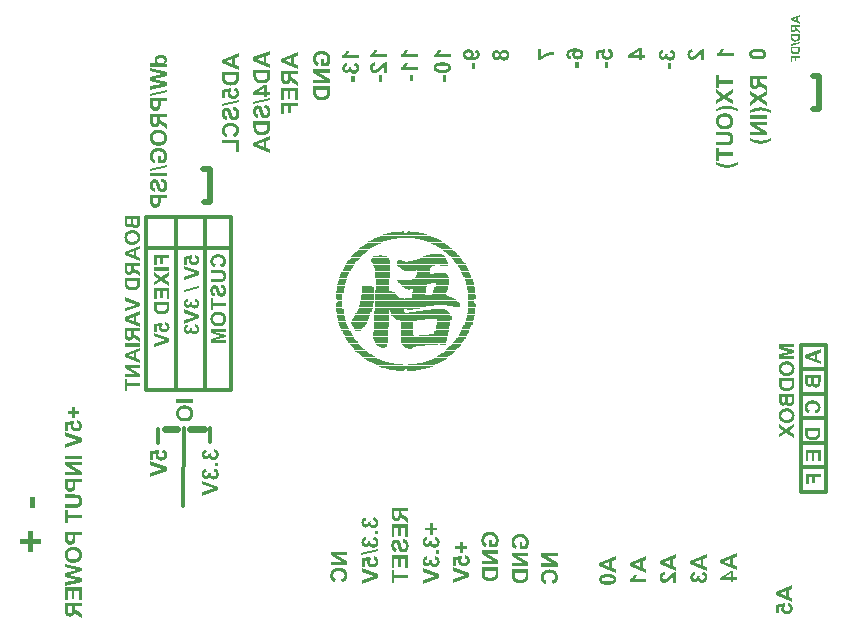
<source format=gbo>
G04*
G04 #@! TF.GenerationSoftware,Altium Limited,Altium Designer,21.3.1 (25)*
G04*
G04 Layer_Color=32896*
%FSLAX44Y44*%
%MOMM*%
G71*
G04*
G04 #@! TF.SameCoordinates,472AA62F-3F09-4C21-BF2B-41C26AEB2B16*
G04*
G04*
G04 #@! TF.FilePolarity,Positive*
G04*
G01*
G75*
%ADD11C,0.5000*%
%ADD71C,0.6000*%
%ADD85C,0.0983*%
%ADD86C,0.3000*%
G36*
X693250Y128908D02*
X687806D01*
Y123556D01*
X685640D01*
Y128908D01*
X682603D01*
Y122705D01*
X680436D01*
Y131500D01*
X693250D01*
Y128908D01*
D02*
G37*
G36*
X693000Y141760D02*
X690834D01*
Y148908D01*
X687352D01*
Y142482D01*
X685186D01*
Y148908D01*
X682353D01*
Y142001D01*
X680186D01*
Y151500D01*
X693000D01*
Y141760D01*
D02*
G37*
G36*
X692500Y165649D02*
X692481Y165149D01*
X692463Y164686D01*
X692426Y164297D01*
X692370Y163982D01*
X692315Y163723D01*
X692278Y163519D01*
X692259Y163464D01*
Y163408D01*
X692241Y163390D01*
Y163371D01*
X692093Y162964D01*
X691926Y162593D01*
X691759Y162297D01*
X691593Y162038D01*
X691444Y161834D01*
X691333Y161686D01*
X691259Y161593D01*
X691222Y161556D01*
X690871Y161242D01*
X690500Y160964D01*
X690111Y160723D01*
X689760Y160538D01*
X689426Y160390D01*
X689297Y160316D01*
X689185Y160279D01*
X689074Y160242D01*
X689000Y160205D01*
X688963Y160186D01*
X688945D01*
X688500Y160057D01*
X688037Y159945D01*
X687593Y159872D01*
X687167Y159834D01*
X686964Y159816D01*
X686778Y159797D01*
X686630D01*
X686482Y159779D01*
X686371D01*
X686297D01*
X686241D01*
X686223D01*
X685575Y159797D01*
X685001Y159853D01*
X684723Y159872D01*
X684482Y159909D01*
X684242Y159945D01*
X684038Y159983D01*
X683853Y160038D01*
X683686Y160075D01*
X683538Y160112D01*
X683427Y160131D01*
X683334Y160168D01*
X683260Y160186D01*
X683223Y160205D01*
X683205D01*
X682760Y160371D01*
X682353Y160575D01*
X682001Y160779D01*
X681705Y160982D01*
X681464Y161149D01*
X681279Y161297D01*
X681168Y161390D01*
X681131Y161408D01*
Y161427D01*
X680835Y161742D01*
X680594Y162056D01*
X680390Y162390D01*
X680223Y162686D01*
X680094Y162945D01*
X680001Y163167D01*
X679983Y163242D01*
X679964Y163297D01*
X679946Y163334D01*
Y163353D01*
X679853Y163704D01*
X679798Y164093D01*
X679742Y164501D01*
X679724Y164890D01*
X679705Y165241D01*
X679687Y165389D01*
Y170500D01*
X692500D01*
Y165649D01*
D02*
G37*
G36*
X686788Y193482D02*
X687306Y193426D01*
X687806Y193352D01*
X688251Y193241D01*
X688676Y193130D01*
X689084Y192982D01*
X689436Y192833D01*
X689750Y192685D01*
X690047Y192537D01*
X690306Y192389D01*
X690509Y192241D01*
X690695Y192130D01*
X690824Y192019D01*
X690935Y191945D01*
X690991Y191889D01*
X691009Y191871D01*
X691324Y191556D01*
X691583Y191222D01*
X691824Y190871D01*
X692009Y190519D01*
X692176Y190167D01*
X692324Y189815D01*
X692435Y189482D01*
X692528Y189167D01*
X692602Y188852D01*
X692657Y188575D01*
X692694Y188315D01*
X692713Y188112D01*
X692731Y187927D01*
X692750Y187797D01*
Y187686D01*
X692731Y187297D01*
X692713Y186945D01*
X692657Y186593D01*
X692583Y186278D01*
X692509Y185982D01*
X692435Y185704D01*
X692343Y185445D01*
X692232Y185205D01*
X692139Y185001D01*
X692046Y184816D01*
X691972Y184649D01*
X691898Y184520D01*
X691824Y184408D01*
X691769Y184334D01*
X691750Y184297D01*
X691732Y184279D01*
X691528Y184038D01*
X691306Y183816D01*
X690806Y183409D01*
X690287Y183075D01*
X689787Y182816D01*
X689547Y182705D01*
X689324Y182612D01*
X689121Y182538D01*
X688954Y182464D01*
X688806Y182409D01*
X688695Y182372D01*
X688621Y182353D01*
X688602D01*
X687825Y184871D01*
X688325Y185019D01*
X688750Y185186D01*
X689102Y185353D01*
X689398Y185538D01*
X689621Y185686D01*
X689769Y185816D01*
X689861Y185908D01*
X689898Y185945D01*
X690121Y186241D01*
X690269Y186538D01*
X690380Y186834D01*
X690472Y187093D01*
X690509Y187334D01*
X690528Y187538D01*
X690546Y187612D01*
Y187704D01*
X690528Y187964D01*
X690509Y188204D01*
X690380Y188649D01*
X690232Y189037D01*
X690028Y189352D01*
X689843Y189611D01*
X689695Y189797D01*
X689621Y189871D01*
X689565Y189926D01*
X689547Y189945D01*
X689528Y189963D01*
X689324Y190112D01*
X689084Y190241D01*
X688824Y190371D01*
X688547Y190463D01*
X687973Y190611D01*
X687399Y190723D01*
X687121Y190760D01*
X686880Y190778D01*
X686639Y190815D01*
X686436D01*
X686288Y190834D01*
X686158D01*
X686066D01*
X686047D01*
X685621Y190815D01*
X685232Y190797D01*
X684880Y190760D01*
X684547Y190704D01*
X684251Y190630D01*
X683973Y190556D01*
X683732Y190482D01*
X683510Y190389D01*
X683325Y190315D01*
X683158Y190241D01*
X683029Y190167D01*
X682918Y190093D01*
X682825Y190037D01*
X682770Y190000D01*
X682732Y189963D01*
X682714D01*
X682529Y189797D01*
X682362Y189611D01*
X682233Y189426D01*
X682122Y189223D01*
X681936Y188834D01*
X681807Y188463D01*
X681733Y188149D01*
X681714Y188001D01*
X681696Y187889D01*
X681677Y187778D01*
Y187649D01*
X681696Y187278D01*
X681770Y186945D01*
X681862Y186649D01*
X681973Y186390D01*
X682084Y186186D01*
X682177Y186038D01*
X682251Y185945D01*
X682270Y185908D01*
X682492Y185667D01*
X682751Y185445D01*
X683010Y185279D01*
X683270Y185149D01*
X683492Y185056D01*
X683658Y185001D01*
X683732Y184964D01*
X683788D01*
X683807Y184945D01*
X683825D01*
X683214Y182390D01*
X682677Y182575D01*
X682214Y182779D01*
X681807Y183001D01*
X681473Y183205D01*
X681214Y183409D01*
X681103Y183482D01*
X681011Y183557D01*
X680955Y183612D01*
X680899Y183668D01*
X680862Y183686D01*
Y183705D01*
X680622Y183983D01*
X680399Y184297D01*
X680214Y184594D01*
X680066Y184908D01*
X679918Y185242D01*
X679807Y185556D01*
X679714Y185871D01*
X679640Y186167D01*
X679585Y186445D01*
X679548Y186704D01*
X679511Y186927D01*
X679492Y187130D01*
X679474Y187297D01*
Y187519D01*
X679492Y188001D01*
X679548Y188482D01*
X679640Y188908D01*
X679751Y189334D01*
X679881Y189704D01*
X680029Y190074D01*
X680196Y190389D01*
X680362Y190686D01*
X680529Y190963D01*
X680696Y191185D01*
X680844Y191389D01*
X680973Y191556D01*
X681085Y191685D01*
X681177Y191778D01*
X681233Y191833D01*
X681251Y191852D01*
X681603Y192148D01*
X681973Y192389D01*
X682362Y192611D01*
X682770Y192796D01*
X683195Y192963D01*
X683603Y193093D01*
X684010Y193204D01*
X684399Y193296D01*
X684788Y193370D01*
X685121Y193407D01*
X685436Y193444D01*
X685695Y193482D01*
X685917D01*
X686084Y193500D01*
X686195D01*
X686214D01*
X686232D01*
X686788Y193482D01*
D02*
G37*
G36*
X692750Y209445D02*
X692731Y209130D01*
Y208575D01*
X692713Y208353D01*
Y208001D01*
X692694Y207871D01*
Y207686D01*
X692676Y207612D01*
Y207538D01*
X692620Y207167D01*
X692528Y206834D01*
X692435Y206538D01*
X692324Y206279D01*
X692232Y206075D01*
X692139Y205927D01*
X692083Y205834D01*
X692065Y205797D01*
X691861Y205538D01*
X691639Y205334D01*
X691435Y205131D01*
X691213Y204982D01*
X691028Y204853D01*
X690880Y204760D01*
X690787Y204705D01*
X690750Y204686D01*
X690435Y204557D01*
X690139Y204445D01*
X689843Y204371D01*
X689584Y204334D01*
X689361Y204297D01*
X689195Y204279D01*
X689084D01*
X689065D01*
X689047D01*
X688639Y204297D01*
X688269Y204371D01*
X687954Y204483D01*
X687658Y204594D01*
X687436Y204705D01*
X687269Y204816D01*
X687158Y204890D01*
X687121Y204909D01*
X686825Y205168D01*
X686584Y205445D01*
X686380Y205760D01*
X686232Y206038D01*
X686103Y206297D01*
X686010Y206519D01*
X685991Y206593D01*
X685973Y206649D01*
X685954Y206686D01*
Y206705D01*
X685788Y206408D01*
X685621Y206149D01*
X685417Y205927D01*
X685251Y205742D01*
X685084Y205612D01*
X684955Y205501D01*
X684862Y205427D01*
X684825Y205408D01*
X684529Y205242D01*
X684251Y205112D01*
X683973Y205038D01*
X683714Y204964D01*
X683492Y204927D01*
X683325Y204909D01*
X683214D01*
X683195D01*
X683177D01*
X682881Y204927D01*
X682584Y204964D01*
X682344Y205038D01*
X682122Y205112D01*
X681936Y205186D01*
X681788Y205260D01*
X681714Y205297D01*
X681677Y205316D01*
X681436Y205464D01*
X681233Y205631D01*
X681048Y205797D01*
X680881Y205945D01*
X680770Y206094D01*
X680677Y206205D01*
X680622Y206279D01*
X680603Y206297D01*
X680455Y206519D01*
X680344Y206760D01*
X680251Y206982D01*
X680177Y207186D01*
X680122Y207371D01*
X680085Y207501D01*
X680066Y207593D01*
Y207630D01*
X680029Y207945D01*
X679992Y208297D01*
X679974Y208667D01*
X679955Y209038D01*
X679937Y209371D01*
Y215000D01*
X692750D01*
Y209445D01*
D02*
G37*
G36*
Y234009D02*
X689843Y232954D01*
Y227806D01*
X692750Y226695D01*
Y223899D01*
X679937Y229047D01*
Y231787D01*
X692750Y236750D01*
Y234009D01*
D02*
G37*
G36*
X670509Y238611D02*
X660436D01*
X670509Y236093D01*
Y233593D01*
X660436Y231075D01*
X670509Y231057D01*
Y228668D01*
X657696D01*
Y232556D01*
X666454Y234834D01*
X657696Y237130D01*
Y241000D01*
X670509D01*
Y238611D01*
D02*
G37*
G36*
X664751Y226557D02*
X665287Y226502D01*
X665788Y226427D01*
X666250Y226316D01*
X666676Y226187D01*
X667065Y226039D01*
X667436Y225891D01*
X667750Y225724D01*
X668046Y225576D01*
X668287Y225428D01*
X668509Y225279D01*
X668695Y225150D01*
X668824Y225039D01*
X668935Y224965D01*
X668991Y224909D01*
X669009Y224891D01*
X669324Y224557D01*
X669583Y224205D01*
X669824Y223854D01*
X670009Y223465D01*
X670176Y223095D01*
X670324Y222706D01*
X670435Y222354D01*
X670528Y221984D01*
X670602Y221650D01*
X670657Y221335D01*
X670694Y221058D01*
X670713Y220817D01*
X670731Y220632D01*
X670750Y220484D01*
Y220354D01*
X670731Y219836D01*
X670676Y219354D01*
X670583Y218891D01*
X670472Y218465D01*
X670343Y218058D01*
X670194Y217688D01*
X670046Y217354D01*
X669880Y217040D01*
X669713Y216780D01*
X669565Y216540D01*
X669417Y216336D01*
X669287Y216169D01*
X669176Y216021D01*
X669083Y215928D01*
X669028Y215873D01*
X669009Y215854D01*
X668658Y215558D01*
X668287Y215299D01*
X667898Y215058D01*
X667510Y214873D01*
X667102Y214706D01*
X666695Y214558D01*
X666287Y214447D01*
X665899Y214355D01*
X665547Y214299D01*
X665195Y214244D01*
X664899Y214207D01*
X664640Y214170D01*
X664417D01*
X664251Y214151D01*
X664158D01*
X664121D01*
X663547Y214170D01*
X663010Y214225D01*
X662510Y214299D01*
X662029Y214410D01*
X661603Y214540D01*
X661195Y214688D01*
X660825Y214836D01*
X660510Y215003D01*
X660214Y215169D01*
X659955Y215317D01*
X659733Y215466D01*
X659547Y215595D01*
X659418Y215688D01*
X659307Y215780D01*
X659251Y215836D01*
X659233Y215854D01*
X658918Y216188D01*
X658640Y216540D01*
X658399Y216910D01*
X658196Y217280D01*
X658029Y217669D01*
X657881Y218039D01*
X657770Y218410D01*
X657677Y218762D01*
X657603Y219095D01*
X657548Y219410D01*
X657511Y219687D01*
X657474Y219928D01*
Y220113D01*
X657455Y220261D01*
Y220391D01*
X657474Y220947D01*
X657529Y221483D01*
X657622Y221946D01*
X657714Y222354D01*
X657770Y222521D01*
X657807Y222687D01*
X657844Y222817D01*
X657899Y222928D01*
X657918Y223020D01*
X657955Y223095D01*
X657973Y223132D01*
Y223150D01*
X658122Y223483D01*
X658307Y223798D01*
X658511Y224076D01*
X658696Y224317D01*
X658862Y224520D01*
X659010Y224687D01*
X659103Y224779D01*
X659121Y224798D01*
X659140Y224816D01*
X659436Y225076D01*
X659751Y225317D01*
X660029Y225520D01*
X660307Y225687D01*
X660547Y225816D01*
X660732Y225928D01*
X660807Y225946D01*
X660862Y225983D01*
X660881Y226002D01*
X660899D01*
X661418Y226187D01*
X661973Y226335D01*
X662529Y226427D01*
X663047Y226502D01*
X663288Y226520D01*
X663510Y226539D01*
X663695Y226557D01*
X663862D01*
X664010Y226576D01*
X664102D01*
X664176D01*
X664195D01*
X664751Y226557D01*
D02*
G37*
G36*
X670509Y207263D02*
X670491Y206763D01*
X670472Y206300D01*
X670435Y205911D01*
X670380Y205596D01*
X670324Y205337D01*
X670287Y205133D01*
X670268Y205078D01*
Y205022D01*
X670250Y205004D01*
Y204985D01*
X670102Y204578D01*
X669935Y204207D01*
X669769Y203911D01*
X669602Y203652D01*
X669454Y203448D01*
X669343Y203300D01*
X669269Y203208D01*
X669232Y203171D01*
X668880Y202856D01*
X668509Y202578D01*
X668121Y202337D01*
X667769Y202152D01*
X667436Y202004D01*
X667306Y201930D01*
X667195Y201893D01*
X667084Y201856D01*
X667010Y201819D01*
X666973Y201800D01*
X666954D01*
X666510Y201671D01*
X666047Y201560D01*
X665602Y201486D01*
X665176Y201449D01*
X664973Y201430D01*
X664788Y201411D01*
X664640D01*
X664491Y201393D01*
X664380D01*
X664306D01*
X664251D01*
X664232D01*
X663584Y201411D01*
X663010Y201467D01*
X662732Y201486D01*
X662492Y201523D01*
X662251Y201560D01*
X662047Y201597D01*
X661862Y201652D01*
X661695Y201689D01*
X661547Y201726D01*
X661436Y201745D01*
X661344Y201782D01*
X661269Y201800D01*
X661232Y201819D01*
X661214D01*
X660770Y201985D01*
X660362Y202189D01*
X660010Y202393D01*
X659714Y202597D01*
X659473Y202763D01*
X659288Y202911D01*
X659177Y203004D01*
X659140Y203022D01*
Y203041D01*
X658844Y203356D01*
X658603Y203671D01*
X658399Y204004D01*
X658233Y204300D01*
X658103Y204559D01*
X658010Y204782D01*
X657992Y204856D01*
X657973Y204911D01*
X657955Y204948D01*
Y204967D01*
X657862Y205319D01*
X657807Y205707D01*
X657751Y206115D01*
X657733Y206504D01*
X657714Y206855D01*
X657696Y207003D01*
Y212114D01*
X670509D01*
Y207263D01*
D02*
G37*
G36*
Y193635D02*
X670491Y193320D01*
Y192764D01*
X670472Y192542D01*
Y192190D01*
X670454Y192061D01*
Y191875D01*
X670435Y191801D01*
Y191727D01*
X670380Y191357D01*
X670287Y191024D01*
X670194Y190728D01*
X670083Y190468D01*
X669991Y190264D01*
X669898Y190116D01*
X669843Y190024D01*
X669824Y189987D01*
X669620Y189728D01*
X669398Y189524D01*
X669194Y189320D01*
X668972Y189172D01*
X668787Y189042D01*
X668639Y188950D01*
X668547Y188894D01*
X668509Y188876D01*
X668195Y188746D01*
X667898Y188635D01*
X667602Y188561D01*
X667343Y188524D01*
X667121Y188487D01*
X666954Y188468D01*
X666843D01*
X666824D01*
X666806D01*
X666398Y188487D01*
X666028Y188561D01*
X665713Y188672D01*
X665417Y188783D01*
X665195Y188894D01*
X665028Y189005D01*
X664917Y189079D01*
X664880Y189098D01*
X664584Y189357D01*
X664343Y189635D01*
X664139Y189950D01*
X663991Y190228D01*
X663862Y190487D01*
X663769Y190709D01*
X663751Y190783D01*
X663732Y190839D01*
X663714Y190876D01*
Y190894D01*
X663547Y190598D01*
X663380Y190339D01*
X663177Y190116D01*
X663010Y189931D01*
X662843Y189802D01*
X662714Y189690D01*
X662621Y189617D01*
X662584Y189598D01*
X662288Y189431D01*
X662010Y189302D01*
X661732Y189228D01*
X661473Y189153D01*
X661251Y189116D01*
X661084Y189098D01*
X660973D01*
X660955D01*
X660936D01*
X660640Y189116D01*
X660344Y189153D01*
X660103Y189228D01*
X659881Y189302D01*
X659696Y189376D01*
X659547Y189450D01*
X659473Y189487D01*
X659436Y189505D01*
X659196Y189653D01*
X658992Y189820D01*
X658807Y189987D01*
X658640Y190135D01*
X658529Y190283D01*
X658436Y190394D01*
X658381Y190468D01*
X658362Y190487D01*
X658214Y190709D01*
X658103Y190950D01*
X658010Y191172D01*
X657936Y191376D01*
X657881Y191561D01*
X657844Y191690D01*
X657825Y191783D01*
Y191820D01*
X657788Y192135D01*
X657751Y192486D01*
X657733Y192857D01*
X657714Y193227D01*
X657696Y193561D01*
Y199189D01*
X670509D01*
Y193635D01*
D02*
G37*
G36*
X664751Y186783D02*
X665287Y186728D01*
X665788Y186654D01*
X666250Y186543D01*
X666676Y186413D01*
X667065Y186265D01*
X667436Y186117D01*
X667750Y185950D01*
X668046Y185802D01*
X668287Y185654D01*
X668509Y185506D01*
X668695Y185376D01*
X668824Y185265D01*
X668935Y185191D01*
X668991Y185135D01*
X669009Y185117D01*
X669324Y184784D01*
X669583Y184432D01*
X669824Y184080D01*
X670009Y183691D01*
X670176Y183321D01*
X670324Y182932D01*
X670435Y182580D01*
X670528Y182210D01*
X670602Y181877D01*
X670657Y181562D01*
X670694Y181284D01*
X670713Y181043D01*
X670731Y180858D01*
X670750Y180710D01*
Y180580D01*
X670731Y180062D01*
X670676Y179580D01*
X670583Y179118D01*
X670472Y178692D01*
X670343Y178284D01*
X670194Y177914D01*
X670046Y177581D01*
X669880Y177266D01*
X669713Y177007D01*
X669565Y176766D01*
X669417Y176562D01*
X669287Y176396D01*
X669176Y176248D01*
X669083Y176155D01*
X669028Y176099D01*
X669009Y176081D01*
X668658Y175785D01*
X668287Y175525D01*
X667898Y175285D01*
X667510Y175099D01*
X667102Y174933D01*
X666695Y174785D01*
X666287Y174674D01*
X665899Y174581D01*
X665547Y174525D01*
X665195Y174470D01*
X664899Y174433D01*
X664640Y174396D01*
X664417D01*
X664251Y174377D01*
X664158D01*
X664121D01*
X663547Y174396D01*
X663010Y174451D01*
X662510Y174525D01*
X662029Y174636D01*
X661603Y174766D01*
X661195Y174914D01*
X660825Y175062D01*
X660510Y175229D01*
X660214Y175396D01*
X659955Y175544D01*
X659733Y175692D01*
X659547Y175822D01*
X659418Y175914D01*
X659307Y176007D01*
X659251Y176062D01*
X659233Y176081D01*
X658918Y176414D01*
X658640Y176766D01*
X658399Y177136D01*
X658196Y177507D01*
X658029Y177896D01*
X657881Y178266D01*
X657770Y178636D01*
X657677Y178988D01*
X657603Y179321D01*
X657548Y179636D01*
X657511Y179914D01*
X657474Y180154D01*
Y180340D01*
X657455Y180488D01*
Y180617D01*
X657474Y181173D01*
X657529Y181710D01*
X657622Y182173D01*
X657714Y182580D01*
X657770Y182747D01*
X657807Y182913D01*
X657844Y183043D01*
X657899Y183154D01*
X657918Y183247D01*
X657955Y183321D01*
X657973Y183358D01*
Y183376D01*
X658122Y183710D01*
X658307Y184024D01*
X658511Y184302D01*
X658696Y184543D01*
X658862Y184747D01*
X659010Y184913D01*
X659103Y185006D01*
X659121Y185024D01*
X659140Y185043D01*
X659436Y185302D01*
X659751Y185543D01*
X660029Y185746D01*
X660307Y185913D01*
X660547Y186043D01*
X660732Y186154D01*
X660807Y186172D01*
X660862Y186209D01*
X660881Y186228D01*
X660899D01*
X661418Y186413D01*
X661973Y186561D01*
X662529Y186654D01*
X663047Y186728D01*
X663288Y186746D01*
X663510Y186765D01*
X663695Y186783D01*
X663862D01*
X664010Y186802D01*
X664102D01*
X664176D01*
X664195D01*
X664751Y186783D01*
D02*
G37*
G36*
X670509Y170544D02*
X666176Y167693D01*
X670509Y164860D01*
Y161749D01*
X663843Y166156D01*
X657696Y162138D01*
Y165156D01*
X661529Y167693D01*
X657696Y170230D01*
Y173248D01*
X663843Y169230D01*
X670509Y173655D01*
Y170544D01*
D02*
G37*
G36*
X179608Y152209D02*
X179913Y152128D01*
X180483Y151945D01*
X180971Y151721D01*
X181175Y151579D01*
X181378Y151457D01*
X181561Y151334D01*
X181704Y151212D01*
X181846Y151111D01*
X181948Y151009D01*
X182029Y150928D01*
X182090Y150867D01*
X182131Y150826D01*
X182151Y150806D01*
X182334Y150561D01*
X182518Y150297D01*
X182660Y150053D01*
X182782Y149768D01*
X182985Y149239D01*
X183108Y148751D01*
X183148Y148506D01*
X183189Y148303D01*
X183209Y148120D01*
X183230Y147957D01*
X183250Y147815D01*
Y147632D01*
X183230Y147265D01*
X183189Y146899D01*
X183128Y146574D01*
X183046Y146248D01*
X182945Y145963D01*
X182843Y145679D01*
X182721Y145414D01*
X182599Y145190D01*
X182477Y144987D01*
X182355Y144783D01*
X182253Y144641D01*
X182151Y144498D01*
X182070Y144397D01*
X182009Y144315D01*
X181968Y144275D01*
X181948Y144254D01*
X181704Y144010D01*
X181439Y143807D01*
X181175Y143624D01*
X180910Y143461D01*
X180625Y143339D01*
X180361Y143217D01*
X179873Y143054D01*
X179649Y143013D01*
X179425Y142972D01*
X179242Y142932D01*
X179079Y142912D01*
X178957Y142891D01*
X178855D01*
X178794D01*
X178774D01*
X178306Y142932D01*
X177899Y143013D01*
X177513Y143115D01*
X177207Y143257D01*
X176943Y143400D01*
X176760Y143502D01*
X176638Y143583D01*
X176597Y143624D01*
X176292Y143908D01*
X176027Y144234D01*
X175824Y144559D01*
X175661Y144865D01*
X175539Y145129D01*
X175478Y145353D01*
X175437Y145434D01*
Y145495D01*
X175417Y145536D01*
Y145556D01*
X175193Y145190D01*
X174969Y144885D01*
X174725Y144621D01*
X174481Y144376D01*
X174237Y144173D01*
X173993Y144010D01*
X173749Y143888D01*
X173525Y143766D01*
X173301Y143685D01*
X173098Y143624D01*
X172915Y143583D01*
X172752Y143563D01*
X172630Y143542D01*
X172528Y143522D01*
X172467D01*
X172447D01*
X172202Y143542D01*
X171979Y143563D01*
X171531Y143685D01*
X171124Y143827D01*
X170778Y144010D01*
X170493Y144193D01*
X170290Y144356D01*
X170209Y144417D01*
X170147Y144478D01*
X170127Y144498D01*
X170107Y144519D01*
X169883Y144743D01*
X169680Y145007D01*
X169517Y145251D01*
X169374Y145516D01*
X169232Y145801D01*
X169130Y146065D01*
X168988Y146574D01*
X168927Y146798D01*
X168886Y147021D01*
X168866Y147204D01*
X168845Y147388D01*
X168825Y147530D01*
Y147713D01*
X168845Y148140D01*
X168886Y148527D01*
X168967Y148893D01*
X169049Y149198D01*
X169130Y149442D01*
X169212Y149646D01*
X169252Y149768D01*
X169273Y149788D01*
Y149809D01*
X169456Y150134D01*
X169659Y150439D01*
X169863Y150683D01*
X170046Y150887D01*
X170229Y151050D01*
X170371Y151172D01*
X170453Y151253D01*
X170493Y151273D01*
X170799Y151457D01*
X171124Y151619D01*
X171470Y151741D01*
X171796Y151863D01*
X172101Y151945D01*
X172325Y152006D01*
X172426Y152026D01*
X172487D01*
X172528Y152047D01*
X172548D01*
X172955Y149564D01*
X172630Y149503D01*
X172345Y149422D01*
X172101Y149341D01*
X171918Y149239D01*
X171755Y149137D01*
X171633Y149056D01*
X171572Y148995D01*
X171551Y148974D01*
X171389Y148791D01*
X171266Y148588D01*
X171185Y148384D01*
X171124Y148201D01*
X171083Y148039D01*
X171063Y147916D01*
Y147794D01*
X171083Y147550D01*
X171124Y147306D01*
X171206Y147123D01*
X171266Y146960D01*
X171348Y146818D01*
X171429Y146736D01*
X171470Y146675D01*
X171490Y146655D01*
X171653Y146513D01*
X171857Y146411D01*
X172040Y146329D01*
X172223Y146289D01*
X172386Y146248D01*
X172508Y146228D01*
X172589D01*
X172630D01*
X172935Y146248D01*
X173199Y146309D01*
X173423Y146411D01*
X173606Y146513D01*
X173769Y146635D01*
X173871Y146716D01*
X173952Y146798D01*
X173972Y146818D01*
X174135Y147062D01*
X174257Y147326D01*
X174339Y147611D01*
X174400Y147876D01*
X174420Y148120D01*
X174440Y148323D01*
Y148506D01*
X176617Y148791D01*
X176556Y148527D01*
X176495Y148303D01*
X176455Y148079D01*
X176434Y147896D01*
X176414Y147754D01*
Y147550D01*
X176434Y147265D01*
X176516Y147021D01*
X176597Y146798D01*
X176719Y146594D01*
X176821Y146452D01*
X176923Y146329D01*
X177004Y146248D01*
X177024Y146228D01*
X177268Y146045D01*
X177533Y145902D01*
X177797Y145801D01*
X178062Y145719D01*
X178306Y145679D01*
X178489Y145658D01*
X178611D01*
X178632D01*
X178652D01*
X179039Y145679D01*
X179384Y145739D01*
X179690Y145841D01*
X179934Y145943D01*
X180117Y146065D01*
X180259Y146146D01*
X180361Y146228D01*
X180381Y146248D01*
X180585Y146472D01*
X180748Y146716D01*
X180849Y146940D01*
X180931Y147164D01*
X180971Y147367D01*
X180992Y147510D01*
X181012Y147611D01*
Y147652D01*
X180992Y147937D01*
X180931Y148181D01*
X180849Y148405D01*
X180748Y148608D01*
X180666Y148751D01*
X180585Y148873D01*
X180524Y148954D01*
X180503Y148974D01*
X180280Y149157D01*
X180035Y149320D01*
X179771Y149422D01*
X179527Y149524D01*
X179303Y149585D01*
X179120Y149626D01*
X178998Y149646D01*
X178977D01*
X178957D01*
X179283Y152250D01*
X179608Y152209D01*
D02*
G37*
G36*
X182985Y137927D02*
X180280D01*
Y140633D01*
X182985D01*
Y137927D01*
D02*
G37*
G36*
X179608Y135791D02*
X179913Y135709D01*
X180483Y135526D01*
X180971Y135302D01*
X181175Y135160D01*
X181378Y135038D01*
X181561Y134916D01*
X181704Y134794D01*
X181846Y134692D01*
X181948Y134590D01*
X182029Y134509D01*
X182090Y134448D01*
X182131Y134407D01*
X182151Y134387D01*
X182334Y134143D01*
X182518Y133878D01*
X182660Y133634D01*
X182782Y133349D01*
X182985Y132820D01*
X183108Y132332D01*
X183148Y132088D01*
X183189Y131884D01*
X183209Y131701D01*
X183230Y131538D01*
X183250Y131396D01*
Y131213D01*
X183230Y130847D01*
X183189Y130480D01*
X183128Y130155D01*
X183046Y129829D01*
X182945Y129545D01*
X182843Y129260D01*
X182721Y128995D01*
X182599Y128771D01*
X182477Y128568D01*
X182355Y128364D01*
X182253Y128222D01*
X182151Y128080D01*
X182070Y127978D01*
X182009Y127897D01*
X181968Y127856D01*
X181948Y127836D01*
X181704Y127591D01*
X181439Y127388D01*
X181175Y127205D01*
X180910Y127042D01*
X180625Y126920D01*
X180361Y126798D01*
X179873Y126635D01*
X179649Y126594D01*
X179425Y126554D01*
X179242Y126513D01*
X179079Y126493D01*
X178957Y126472D01*
X178855D01*
X178794D01*
X178774D01*
X178306Y126513D01*
X177899Y126594D01*
X177513Y126696D01*
X177207Y126839D01*
X176943Y126981D01*
X176760Y127083D01*
X176638Y127164D01*
X176597Y127205D01*
X176292Y127490D01*
X176027Y127815D01*
X175824Y128141D01*
X175661Y128446D01*
X175539Y128710D01*
X175478Y128934D01*
X175437Y129016D01*
Y129077D01*
X175417Y129117D01*
Y129138D01*
X175193Y128771D01*
X174969Y128466D01*
X174725Y128202D01*
X174481Y127958D01*
X174237Y127754D01*
X173993Y127591D01*
X173749Y127469D01*
X173525Y127347D01*
X173301Y127266D01*
X173098Y127205D01*
X172915Y127164D01*
X172752Y127144D01*
X172630Y127123D01*
X172528Y127103D01*
X172467D01*
X172447D01*
X172202Y127123D01*
X171979Y127144D01*
X171531Y127266D01*
X171124Y127408D01*
X170778Y127591D01*
X170493Y127774D01*
X170290Y127937D01*
X170209Y127998D01*
X170147Y128059D01*
X170127Y128080D01*
X170107Y128100D01*
X169883Y128324D01*
X169680Y128588D01*
X169517Y128833D01*
X169374Y129097D01*
X169232Y129382D01*
X169130Y129646D01*
X168988Y130155D01*
X168927Y130379D01*
X168886Y130603D01*
X168866Y130786D01*
X168845Y130969D01*
X168825Y131111D01*
Y131294D01*
X168845Y131721D01*
X168886Y132108D01*
X168967Y132474D01*
X169049Y132780D01*
X169130Y133024D01*
X169212Y133227D01*
X169252Y133349D01*
X169273Y133370D01*
Y133390D01*
X169456Y133715D01*
X169659Y134021D01*
X169863Y134265D01*
X170046Y134468D01*
X170229Y134631D01*
X170371Y134753D01*
X170453Y134834D01*
X170493Y134855D01*
X170799Y135038D01*
X171124Y135201D01*
X171470Y135323D01*
X171796Y135445D01*
X172101Y135526D01*
X172325Y135587D01*
X172426Y135608D01*
X172487D01*
X172528Y135628D01*
X172548D01*
X172955Y133146D01*
X172630Y133085D01*
X172345Y133003D01*
X172101Y132922D01*
X171918Y132820D01*
X171755Y132718D01*
X171633Y132637D01*
X171572Y132576D01*
X171551Y132556D01*
X171389Y132373D01*
X171266Y132169D01*
X171185Y131966D01*
X171124Y131783D01*
X171083Y131620D01*
X171063Y131498D01*
Y131376D01*
X171083Y131131D01*
X171124Y130887D01*
X171206Y130704D01*
X171266Y130541D01*
X171348Y130399D01*
X171429Y130318D01*
X171470Y130257D01*
X171490Y130236D01*
X171653Y130094D01*
X171857Y129992D01*
X172040Y129911D01*
X172223Y129870D01*
X172386Y129829D01*
X172508Y129809D01*
X172589D01*
X172630D01*
X172935Y129829D01*
X173199Y129890D01*
X173423Y129992D01*
X173606Y130094D01*
X173769Y130216D01*
X173871Y130297D01*
X173952Y130379D01*
X173972Y130399D01*
X174135Y130643D01*
X174257Y130908D01*
X174339Y131193D01*
X174400Y131457D01*
X174420Y131701D01*
X174440Y131905D01*
Y132088D01*
X176617Y132373D01*
X176556Y132108D01*
X176495Y131884D01*
X176455Y131660D01*
X176434Y131477D01*
X176414Y131335D01*
Y131131D01*
X176434Y130847D01*
X176516Y130603D01*
X176597Y130379D01*
X176719Y130175D01*
X176821Y130033D01*
X176923Y129911D01*
X177004Y129829D01*
X177024Y129809D01*
X177268Y129626D01*
X177533Y129483D01*
X177797Y129382D01*
X178062Y129300D01*
X178306Y129260D01*
X178489Y129239D01*
X178611D01*
X178632D01*
X178652D01*
X179039Y129260D01*
X179384Y129321D01*
X179690Y129423D01*
X179934Y129524D01*
X180117Y129646D01*
X180259Y129728D01*
X180361Y129809D01*
X180381Y129829D01*
X180585Y130053D01*
X180748Y130297D01*
X180849Y130521D01*
X180931Y130745D01*
X180971Y130948D01*
X180992Y131091D01*
X181012Y131193D01*
Y131233D01*
X180992Y131518D01*
X180931Y131762D01*
X180849Y131986D01*
X180748Y132190D01*
X180666Y132332D01*
X180585Y132454D01*
X180524Y132535D01*
X180503Y132556D01*
X180280Y132739D01*
X180035Y132902D01*
X179771Y133003D01*
X179527Y133105D01*
X179303Y133166D01*
X179120Y133207D01*
X178998Y133227D01*
X178977D01*
X178957D01*
X179283Y135831D01*
X179608Y135791D01*
D02*
G37*
G36*
X182985Y120572D02*
Y117500D01*
X168906Y112495D01*
Y115527D01*
X179323Y118965D01*
X168906Y122546D01*
Y125618D01*
X182985Y120572D01*
D02*
G37*
G36*
X135980Y151939D02*
X136285Y151878D01*
X136835Y151674D01*
X137323Y151451D01*
X137527Y151329D01*
X137730Y151186D01*
X137893Y151064D01*
X138035Y150962D01*
X138157Y150840D01*
X138279Y150759D01*
X138361Y150678D01*
X138422Y150617D01*
X138442Y150576D01*
X138462Y150555D01*
X138645Y150311D01*
X138808Y150067D01*
X138951Y149803D01*
X139052Y149538D01*
X139256Y148989D01*
X139378Y148501D01*
X139419Y148257D01*
X139439Y148053D01*
X139459Y147850D01*
X139480Y147687D01*
X139500Y147544D01*
Y147361D01*
X139480Y146914D01*
X139419Y146486D01*
X139337Y146100D01*
X139215Y145734D01*
X139073Y145388D01*
X138910Y145083D01*
X138747Y144798D01*
X138564Y144533D01*
X138401Y144310D01*
X138239Y144106D01*
X138076Y143923D01*
X137933Y143780D01*
X137811Y143679D01*
X137730Y143597D01*
X137669Y143557D01*
X137648Y143536D01*
X137384Y143353D01*
X137120Y143190D01*
X136855Y143068D01*
X136570Y142946D01*
X136041Y142763D01*
X135553Y142641D01*
X135350Y142600D01*
X135146Y142580D01*
X134963Y142539D01*
X134800D01*
X134678Y142519D01*
X134597D01*
X134536D01*
X134515D01*
X134129Y142539D01*
X133763Y142580D01*
X133417Y142641D01*
X133091Y142723D01*
X132806Y142804D01*
X132521Y142926D01*
X132257Y143028D01*
X132033Y143150D01*
X131830Y143272D01*
X131647Y143374D01*
X131484Y143496D01*
X131362Y143577D01*
X131260Y143658D01*
X131179Y143720D01*
X131138Y143760D01*
X131118Y143780D01*
X130894Y144025D01*
X130690Y144269D01*
X130507Y144533D01*
X130344Y144798D01*
X130223Y145042D01*
X130121Y145306D01*
X129958Y145774D01*
X129897Y145998D01*
X129856Y146202D01*
X129836Y146385D01*
X129816Y146527D01*
X129795Y146649D01*
Y146832D01*
X129816Y147178D01*
X129877Y147524D01*
X129938Y147829D01*
X130019Y148114D01*
X130121Y148338D01*
X130182Y148521D01*
X130243Y148643D01*
X130263Y148663D01*
Y148684D01*
X127862Y148257D01*
Y143150D01*
X125340D01*
Y150291D01*
X132684Y151674D01*
X132989Y149498D01*
X132806Y149314D01*
X132644Y149131D01*
X132501Y148948D01*
X132379Y148765D01*
X132196Y148419D01*
X132074Y148094D01*
X132013Y147809D01*
X131972Y147605D01*
X131952Y147524D01*
Y147402D01*
X131972Y147077D01*
X132054Y146771D01*
X132155Y146507D01*
X132277Y146283D01*
X132420Y146120D01*
X132521Y145978D01*
X132603Y145896D01*
X132623Y145876D01*
X132888Y145673D01*
X133193Y145530D01*
X133518Y145428D01*
X133844Y145367D01*
X134129Y145306D01*
X134353Y145286D01*
X134454D01*
X134515D01*
X134556D01*
X134576D01*
X135065Y145306D01*
X135492Y145367D01*
X135838Y145469D01*
X136123Y145571D01*
X136367Y145693D01*
X136530Y145774D01*
X136611Y145856D01*
X136652Y145876D01*
X136875Y146100D01*
X137058Y146344D01*
X137181Y146588D01*
X137262Y146812D01*
X137303Y147015D01*
X137323Y147178D01*
X137343Y147280D01*
Y147321D01*
X137323Y147585D01*
X137262Y147850D01*
X137181Y148073D01*
X137079Y148257D01*
X136977Y148419D01*
X136896Y148541D01*
X136835Y148623D01*
X136814Y148643D01*
X136591Y148826D01*
X136367Y148989D01*
X136123Y149111D01*
X135899Y149192D01*
X135695Y149253D01*
X135512Y149294D01*
X135410Y149314D01*
X135370D01*
X135655Y152000D01*
X135980Y151939D01*
D02*
G37*
G36*
X139235Y136883D02*
Y133811D01*
X125156Y128806D01*
Y131838D01*
X135573Y135276D01*
X125156Y138857D01*
Y141929D01*
X139235Y136883D01*
D02*
G37*
G36*
X161486Y191402D02*
X147407D01*
Y194250D01*
X161486D01*
Y191402D01*
D02*
G37*
G36*
X155158Y189245D02*
X155748Y189184D01*
X156297Y189103D01*
X156806Y188981D01*
X157274Y188838D01*
X157701Y188675D01*
X158108Y188513D01*
X158454Y188330D01*
X158779Y188167D01*
X159044Y188004D01*
X159288Y187841D01*
X159492Y187699D01*
X159634Y187577D01*
X159756Y187495D01*
X159817Y187434D01*
X159838Y187414D01*
X160183Y187048D01*
X160468Y186661D01*
X160733Y186275D01*
X160936Y185847D01*
X161119Y185440D01*
X161282Y185013D01*
X161404Y184627D01*
X161506Y184220D01*
X161587Y183853D01*
X161648Y183508D01*
X161689Y183202D01*
X161709Y182938D01*
X161730Y182735D01*
X161750Y182572D01*
Y182429D01*
X161730Y181860D01*
X161669Y181331D01*
X161567Y180822D01*
X161445Y180354D01*
X161302Y179907D01*
X161140Y179500D01*
X160977Y179133D01*
X160794Y178787D01*
X160611Y178503D01*
X160448Y178238D01*
X160285Y178014D01*
X160143Y177831D01*
X160021Y177668D01*
X159919Y177567D01*
X159858Y177506D01*
X159838Y177485D01*
X159451Y177160D01*
X159044Y176875D01*
X158617Y176611D01*
X158189Y176407D01*
X157742Y176224D01*
X157294Y176061D01*
X156847Y175939D01*
X156419Y175837D01*
X156033Y175776D01*
X155646Y175715D01*
X155321Y175675D01*
X155036Y175634D01*
X154792D01*
X154609Y175614D01*
X154507D01*
X154466D01*
X153836Y175634D01*
X153246Y175695D01*
X152696Y175776D01*
X152167Y175898D01*
X151699Y176041D01*
X151252Y176204D01*
X150845Y176366D01*
X150499Y176549D01*
X150173Y176733D01*
X149889Y176895D01*
X149644Y177058D01*
X149441Y177201D01*
X149299Y177302D01*
X149177Y177404D01*
X149115Y177465D01*
X149095Y177485D01*
X148749Y177852D01*
X148444Y178238D01*
X148180Y178645D01*
X147956Y179052D01*
X147773Y179479D01*
X147610Y179886D01*
X147488Y180293D01*
X147386Y180680D01*
X147305Y181046D01*
X147244Y181392D01*
X147203Y181697D01*
X147162Y181961D01*
Y182165D01*
X147142Y182328D01*
Y182470D01*
X147162Y183080D01*
X147223Y183670D01*
X147325Y184179D01*
X147427Y184627D01*
X147488Y184810D01*
X147528Y184993D01*
X147569Y185135D01*
X147630Y185257D01*
X147651Y185359D01*
X147691Y185440D01*
X147712Y185481D01*
Y185501D01*
X147874Y185868D01*
X148078Y186214D01*
X148302Y186519D01*
X148505Y186783D01*
X148688Y187007D01*
X148851Y187190D01*
X148953Y187292D01*
X148973Y187312D01*
X148993Y187333D01*
X149319Y187617D01*
X149665Y187882D01*
X149970Y188106D01*
X150275Y188289D01*
X150540Y188431D01*
X150743Y188553D01*
X150824Y188574D01*
X150885Y188614D01*
X150906Y188635D01*
X150926D01*
X151496Y188838D01*
X152106Y189001D01*
X152717Y189103D01*
X153286Y189184D01*
X153551Y189204D01*
X153795Y189225D01*
X153998Y189245D01*
X154181D01*
X154344Y189265D01*
X154446D01*
X154527D01*
X154548D01*
X155158Y189245D01*
D02*
G37*
G36*
X26371Y76547D02*
X33000D01*
Y72066D01*
X26371D01*
Y65326D01*
X21779D01*
Y72066D01*
X15150D01*
Y76547D01*
X21779D01*
Y83250D01*
X26371D01*
Y76547D01*
D02*
G37*
G36*
X28000Y102334D02*
X23075D01*
Y112000D01*
X28000D01*
Y102334D01*
D02*
G37*
G36*
X61559Y184567D02*
X65201D01*
Y182106D01*
X61559D01*
Y178403D01*
X59036D01*
Y182106D01*
X55395D01*
Y184567D01*
X59036D01*
Y188250D01*
X61559D01*
Y184567D01*
D02*
G37*
G36*
X63980Y176633D02*
X64285Y176572D01*
X64835Y176368D01*
X65323Y176145D01*
X65526Y176022D01*
X65730Y175880D01*
X65893Y175758D01*
X66035Y175656D01*
X66157Y175534D01*
X66279Y175453D01*
X66361Y175371D01*
X66422Y175310D01*
X66442Y175270D01*
X66462Y175249D01*
X66645Y175005D01*
X66808Y174761D01*
X66951Y174496D01*
X67052Y174232D01*
X67256Y173683D01*
X67378Y173194D01*
X67419Y172950D01*
X67439Y172747D01*
X67459Y172543D01*
X67480Y172381D01*
X67500Y172238D01*
Y172055D01*
X67480Y171607D01*
X67419Y171180D01*
X67337Y170794D01*
X67215Y170427D01*
X67073Y170082D01*
X66910Y169776D01*
X66747Y169492D01*
X66564Y169227D01*
X66401Y169003D01*
X66239Y168800D01*
X66076Y168617D01*
X65933Y168474D01*
X65811Y168372D01*
X65730Y168291D01*
X65669Y168250D01*
X65648Y168230D01*
X65384Y168047D01*
X65120Y167884D01*
X64855Y167762D01*
X64570Y167640D01*
X64041Y167457D01*
X63553Y167335D01*
X63349Y167294D01*
X63146Y167274D01*
X62963Y167233D01*
X62800D01*
X62678Y167213D01*
X62597D01*
X62536D01*
X62515D01*
X62129Y167233D01*
X61763Y167274D01*
X61417Y167335D01*
X61091Y167416D01*
X60806Y167498D01*
X60521Y167620D01*
X60257Y167722D01*
X60033Y167843D01*
X59830Y167966D01*
X59647Y168067D01*
X59484Y168189D01*
X59362Y168271D01*
X59260Y168352D01*
X59179Y168413D01*
X59138Y168454D01*
X59118Y168474D01*
X58894Y168718D01*
X58690Y168962D01*
X58507Y169227D01*
X58344Y169492D01*
X58222Y169736D01*
X58121Y170000D01*
X57958Y170468D01*
X57897Y170692D01*
X57856Y170895D01*
X57836Y171078D01*
X57816Y171221D01*
X57795Y171343D01*
Y171526D01*
X57816Y171872D01*
X57877Y172218D01*
X57938Y172523D01*
X58019Y172808D01*
X58121Y173032D01*
X58182Y173215D01*
X58243Y173337D01*
X58263Y173357D01*
Y173377D01*
X55862Y172950D01*
Y167843D01*
X53340D01*
Y174985D01*
X60684Y176368D01*
X60989Y174191D01*
X60806Y174008D01*
X60644Y173825D01*
X60501Y173642D01*
X60379Y173459D01*
X60196Y173113D01*
X60074Y172787D01*
X60013Y172503D01*
X59972Y172299D01*
X59952Y172218D01*
Y172096D01*
X59972Y171770D01*
X60054Y171465D01*
X60155Y171201D01*
X60277Y170977D01*
X60420Y170814D01*
X60521Y170672D01*
X60603Y170590D01*
X60623Y170570D01*
X60888Y170366D01*
X61193Y170224D01*
X61518Y170122D01*
X61844Y170061D01*
X62129Y170000D01*
X62353Y169980D01*
X62454D01*
X62515D01*
X62556D01*
X62576D01*
X63065Y170000D01*
X63492Y170061D01*
X63838Y170163D01*
X64123Y170265D01*
X64367Y170387D01*
X64530Y170468D01*
X64611Y170550D01*
X64652Y170570D01*
X64875Y170794D01*
X65058Y171038D01*
X65181Y171282D01*
X65262Y171506D01*
X65303Y171709D01*
X65323Y171872D01*
X65343Y171974D01*
Y172014D01*
X65323Y172279D01*
X65262Y172543D01*
X65181Y172767D01*
X65079Y172950D01*
X64977Y173113D01*
X64896Y173235D01*
X64835Y173316D01*
X64814Y173337D01*
X64591Y173520D01*
X64367Y173683D01*
X64123Y173805D01*
X63899Y173886D01*
X63695Y173947D01*
X63512Y173988D01*
X63411Y174008D01*
X63370D01*
X63655Y176694D01*
X63980Y176633D01*
D02*
G37*
G36*
X67235Y161577D02*
Y158505D01*
X53156Y153500D01*
Y156531D01*
X63573Y159970D01*
X53156Y163551D01*
Y166623D01*
X67235Y161577D01*
D02*
G37*
G36*
Y143836D02*
X53156D01*
Y146684D01*
X67235D01*
Y143836D01*
D02*
G37*
G36*
Y138485D02*
X57958D01*
X67235Y132768D01*
Y129920D01*
X53156D01*
Y132544D01*
X62637D01*
X53156Y138363D01*
Y141110D01*
X67235D01*
Y138485D01*
D02*
G37*
G36*
Y124060D02*
X61925D01*
Y121537D01*
X61905Y121232D01*
Y120947D01*
X61885Y120683D01*
X61864Y120439D01*
X61844Y120215D01*
X61824Y120032D01*
Y119849D01*
X61803Y119706D01*
X61783Y119564D01*
X61763Y119462D01*
Y119381D01*
X61742Y119320D01*
Y119279D01*
X61661Y118994D01*
X61559Y118730D01*
X61457Y118486D01*
X61335Y118262D01*
X61234Y118079D01*
X61152Y117936D01*
X61091Y117855D01*
X61071Y117814D01*
X60867Y117550D01*
X60644Y117326D01*
X60399Y117102D01*
X60196Y116939D01*
X59992Y116797D01*
X59830Y116695D01*
X59728Y116634D01*
X59687Y116614D01*
X59342Y116451D01*
X58975Y116329D01*
X58589Y116248D01*
X58243Y116187D01*
X57958Y116146D01*
X57816D01*
X57714Y116125D01*
X57612D01*
X57551D01*
X57510D01*
X57490D01*
X56900Y116166D01*
X56351Y116248D01*
X55903Y116390D01*
X55496Y116532D01*
X55333Y116614D01*
X55191Y116695D01*
X55069Y116756D01*
X54947Y116838D01*
X54865Y116878D01*
X54804Y116919D01*
X54784Y116960D01*
X54764D01*
X54398Y117285D01*
X54092Y117611D01*
X53848Y117957D01*
X53665Y118262D01*
X53543Y118547D01*
X53441Y118770D01*
X53421Y118852D01*
X53401Y118913D01*
X53380Y118954D01*
Y118974D01*
X53340Y119137D01*
X53299Y119340D01*
X53278Y119584D01*
X53258Y119828D01*
X53218Y120398D01*
X53177Y120968D01*
Y121497D01*
X53156Y121721D01*
Y126909D01*
X67235D01*
Y124060D01*
D02*
G37*
G36*
X61518Y113806D02*
X61905D01*
X62251Y113786D01*
X62576Y113765D01*
X62861Y113745D01*
X63126Y113725D01*
X63370Y113684D01*
X63573Y113664D01*
X63756Y113643D01*
X63919Y113623D01*
X64041Y113603D01*
X64143Y113582D01*
X64204D01*
X64245Y113562D01*
X64265D01*
X64570Y113460D01*
X64855Y113358D01*
X65120Y113216D01*
X65343Y113094D01*
X65547Y112972D01*
X65710Y112870D01*
X65791Y112789D01*
X65832Y112768D01*
X66096Y112524D01*
X66340Y112260D01*
X66544Y111975D01*
X66727Y111711D01*
X66869Y111487D01*
X66971Y111283D01*
X67032Y111161D01*
X67052Y111141D01*
Y111121D01*
X67134Y110917D01*
X67195Y110693D01*
X67317Y110185D01*
X67398Y109676D01*
X67439Y109188D01*
X67459Y108964D01*
X67480Y108740D01*
Y108557D01*
X67500Y108374D01*
Y108048D01*
X67480Y107458D01*
X67439Y106929D01*
X67358Y106461D01*
X67276Y106075D01*
X67256Y105912D01*
X67215Y105749D01*
X67174Y105627D01*
X67134Y105526D01*
X67113Y105444D01*
X67093Y105383D01*
X67073Y105363D01*
Y105343D01*
X66910Y104976D01*
X66707Y104651D01*
X66523Y104366D01*
X66340Y104122D01*
X66178Y103939D01*
X66055Y103796D01*
X65974Y103715D01*
X65933Y103694D01*
X65648Y103471D01*
X65343Y103288D01*
X65058Y103145D01*
X64774Y103023D01*
X64530Y102942D01*
X64326Y102881D01*
X64265Y102860D01*
X64204D01*
X64184Y102840D01*
X64163D01*
X63939Y102799D01*
X63695Y102759D01*
X63431Y102718D01*
X63166Y102698D01*
X62556Y102657D01*
X61966Y102616D01*
X61701D01*
X61437D01*
X61193Y102596D01*
X60989D01*
X60827D01*
X60684D01*
X60603D01*
X60582D01*
X53156D01*
Y105444D01*
X60969D01*
X61274D01*
X61559D01*
X61824Y105464D01*
X62068D01*
X62271Y105485D01*
X62475D01*
X62658Y105505D01*
X62821D01*
X63065Y105546D01*
X63248Y105566D01*
X63349Y105587D01*
X63390D01*
X63655Y105648D01*
X63878Y105749D01*
X64082Y105871D01*
X64265Y105993D01*
X64408Y106116D01*
X64509Y106217D01*
X64570Y106299D01*
X64591Y106319D01*
X64753Y106563D01*
X64875Y106868D01*
X64957Y107153D01*
X65018Y107458D01*
X65058Y107723D01*
X65079Y107926D01*
Y108130D01*
X65058Y108557D01*
X64998Y108923D01*
X64916Y109249D01*
X64814Y109534D01*
X64733Y109737D01*
X64652Y109900D01*
X64591Y109981D01*
X64570Y110022D01*
X64367Y110246D01*
X64123Y110429D01*
X63899Y110592D01*
X63675Y110693D01*
X63472Y110775D01*
X63309Y110836D01*
X63207Y110876D01*
X63166D01*
X63044Y110897D01*
X62922Y110917D01*
X62759D01*
X62576Y110937D01*
X62190Y110958D01*
X61783D01*
X61417Y110978D01*
X61254D01*
X61091D01*
X60969D01*
X60888D01*
X60827D01*
X60806D01*
X53156D01*
Y113827D01*
X60684D01*
X61111D01*
X61518Y113806D01*
D02*
G37*
G36*
X55537Y96411D02*
X67235D01*
Y93562D01*
X55537D01*
Y89412D01*
X53156D01*
Y100582D01*
X55537D01*
Y96411D01*
D02*
G37*
G36*
X67235Y79239D02*
X61925D01*
Y76716D01*
X61905Y76411D01*
Y76126D01*
X61885Y75862D01*
X61864Y75618D01*
X61844Y75394D01*
X61824Y75211D01*
Y75028D01*
X61803Y74885D01*
X61783Y74743D01*
X61763Y74641D01*
Y74560D01*
X61742Y74499D01*
Y74458D01*
X61661Y74173D01*
X61559Y73909D01*
X61457Y73665D01*
X61335Y73441D01*
X61234Y73258D01*
X61152Y73115D01*
X61091Y73034D01*
X61071Y72993D01*
X60867Y72729D01*
X60644Y72505D01*
X60399Y72281D01*
X60196Y72118D01*
X59992Y71976D01*
X59830Y71874D01*
X59728Y71813D01*
X59687Y71793D01*
X59342Y71630D01*
X58975Y71508D01*
X58589Y71427D01*
X58243Y71366D01*
X57958Y71325D01*
X57816D01*
X57714Y71305D01*
X57612D01*
X57551D01*
X57510D01*
X57490D01*
X56900Y71345D01*
X56351Y71427D01*
X55903Y71569D01*
X55496Y71712D01*
X55333Y71793D01*
X55191Y71874D01*
X55069Y71935D01*
X54947Y72017D01*
X54865Y72057D01*
X54804Y72098D01*
X54784Y72139D01*
X54764D01*
X54398Y72464D01*
X54092Y72790D01*
X53848Y73136D01*
X53665Y73441D01*
X53543Y73726D01*
X53441Y73949D01*
X53421Y74031D01*
X53401Y74092D01*
X53380Y74133D01*
Y74153D01*
X53340Y74316D01*
X53299Y74519D01*
X53278Y74763D01*
X53258Y75008D01*
X53218Y75577D01*
X53177Y76147D01*
Y76676D01*
X53156Y76900D01*
Y82088D01*
X67235D01*
Y79239D01*
D02*
G37*
G36*
X60908Y69535D02*
X61498Y69474D01*
X62047Y69392D01*
X62556Y69270D01*
X63024Y69128D01*
X63451Y68965D01*
X63858Y68802D01*
X64204Y68619D01*
X64530Y68456D01*
X64794Y68293D01*
X65038Y68131D01*
X65242Y67988D01*
X65384Y67866D01*
X65506Y67785D01*
X65567Y67724D01*
X65588Y67703D01*
X65933Y67337D01*
X66218Y66951D01*
X66483Y66564D01*
X66686Y66137D01*
X66869Y65730D01*
X67032Y65303D01*
X67154Y64916D01*
X67256Y64509D01*
X67337Y64143D01*
X67398Y63797D01*
X67439Y63492D01*
X67459Y63228D01*
X67480Y63024D01*
X67500Y62861D01*
Y62719D01*
X67480Y62149D01*
X67419Y61620D01*
X67317Y61112D01*
X67195Y60644D01*
X67052Y60196D01*
X66890Y59789D01*
X66727Y59423D01*
X66544Y59077D01*
X66361Y58792D01*
X66198Y58528D01*
X66035Y58304D01*
X65893Y58121D01*
X65771Y57958D01*
X65669Y57856D01*
X65608Y57795D01*
X65588Y57775D01*
X65201Y57449D01*
X64794Y57165D01*
X64367Y56900D01*
X63939Y56697D01*
X63492Y56514D01*
X63044Y56351D01*
X62597Y56229D01*
X62169Y56127D01*
X61783Y56066D01*
X61396Y56005D01*
X61071Y55964D01*
X60786Y55924D01*
X60542D01*
X60359Y55903D01*
X60257D01*
X60216D01*
X59586Y55924D01*
X58996Y55985D01*
X58446Y56066D01*
X57917Y56188D01*
X57449Y56330D01*
X57002Y56493D01*
X56595Y56656D01*
X56249Y56839D01*
X55923Y57022D01*
X55639Y57185D01*
X55395Y57348D01*
X55191Y57490D01*
X55049Y57592D01*
X54927Y57694D01*
X54865Y57755D01*
X54845Y57775D01*
X54499Y58141D01*
X54194Y58528D01*
X53930Y58935D01*
X53706Y59342D01*
X53523Y59769D01*
X53360Y60176D01*
X53238Y60583D01*
X53136Y60969D01*
X53055Y61335D01*
X52994Y61681D01*
X52953Y61986D01*
X52912Y62251D01*
Y62454D01*
X52892Y62617D01*
Y62759D01*
X52912Y63370D01*
X52973Y63960D01*
X53075Y64469D01*
X53177Y64916D01*
X53238Y65099D01*
X53278Y65282D01*
X53319Y65425D01*
X53380Y65547D01*
X53401Y65649D01*
X53441Y65730D01*
X53462Y65771D01*
Y65791D01*
X53624Y66157D01*
X53828Y66503D01*
X54052Y66808D01*
X54255Y67073D01*
X54438Y67297D01*
X54601Y67480D01*
X54703Y67581D01*
X54723Y67602D01*
X54743Y67622D01*
X55069Y67907D01*
X55415Y68171D01*
X55720Y68395D01*
X56025Y68578D01*
X56290Y68721D01*
X56493Y68843D01*
X56575Y68863D01*
X56635Y68904D01*
X56656Y68924D01*
X56676D01*
X57246Y69128D01*
X57856Y69290D01*
X58467Y69392D01*
X59036Y69474D01*
X59301Y69494D01*
X59545Y69514D01*
X59748Y69535D01*
X59932D01*
X60094Y69555D01*
X60196D01*
X60277D01*
X60298D01*
X60908Y69535D01*
D02*
G37*
G36*
X67235Y51712D02*
Y48619D01*
X56717Y45812D01*
X67235Y43045D01*
Y39973D01*
X53156Y36575D01*
Y39444D01*
X63004Y41600D01*
X53156Y44042D01*
Y47460D01*
X62841Y50023D01*
X53156Y52139D01*
Y55049D01*
X67235Y51712D01*
D02*
G37*
G36*
Y24388D02*
X64855D01*
Y32241D01*
X61030D01*
Y25182D01*
X58650D01*
Y32241D01*
X55537D01*
Y24653D01*
X53156D01*
Y35090D01*
X67235D01*
Y24388D01*
D02*
G37*
G36*
Y19119D02*
X61356D01*
Y18203D01*
X61376Y17918D01*
X61396Y17674D01*
X61437Y17471D01*
X61457Y17308D01*
X61498Y17206D01*
X61518Y17145D01*
Y17125D01*
X61600Y16962D01*
X61681Y16799D01*
X61783Y16657D01*
X61864Y16514D01*
X61966Y16413D01*
X62047Y16331D01*
X62088Y16291D01*
X62108Y16270D01*
X62210Y16189D01*
X62312Y16087D01*
X62617Y15863D01*
X62943Y15619D01*
X63309Y15355D01*
X63634Y15131D01*
X63797Y15029D01*
X63919Y14948D01*
X64021Y14866D01*
X64102Y14805D01*
X64163Y14785D01*
X64184Y14765D01*
X67235Y12730D01*
Y9312D01*
X64489Y11042D01*
X64204Y11225D01*
X63919Y11408D01*
X63675Y11571D01*
X63451Y11733D01*
X63248Y11876D01*
X63044Y11998D01*
X62739Y12242D01*
X62495Y12425D01*
X62332Y12547D01*
X62231Y12649D01*
X62210Y12669D01*
X61966Y12893D01*
X61742Y13158D01*
X61559Y13402D01*
X61376Y13646D01*
X61234Y13849D01*
X61132Y14012D01*
X61051Y14134D01*
X61030Y14154D01*
Y14175D01*
X60969Y13829D01*
X60888Y13524D01*
X60806Y13239D01*
X60705Y12954D01*
X60603Y12710D01*
X60501Y12486D01*
X60399Y12262D01*
X60277Y12079D01*
X60176Y11916D01*
X60074Y11774D01*
X59972Y11652D01*
X59891Y11571D01*
X59830Y11489D01*
X59769Y11428D01*
X59748Y11408D01*
X59728Y11387D01*
X59525Y11225D01*
X59321Y11082D01*
X58874Y10838D01*
X58446Y10675D01*
X58019Y10574D01*
X57653Y10492D01*
X57510Y10472D01*
X57368D01*
X57266Y10452D01*
X57165D01*
X57124D01*
X57104D01*
X56656Y10472D01*
X56229Y10553D01*
X55862Y10655D01*
X55537Y10757D01*
X55272Y10879D01*
X55069Y10980D01*
X55008Y11021D01*
X54947Y11062D01*
X54927Y11082D01*
X54906D01*
X54560Y11326D01*
X54275Y11591D01*
X54052Y11855D01*
X53848Y12120D01*
X53726Y12364D01*
X53624Y12547D01*
X53563Y12669D01*
X53543Y12689D01*
Y12710D01*
X53482Y12913D01*
X53421Y13137D01*
X53319Y13646D01*
X53258Y14195D01*
X53197Y14724D01*
Y14988D01*
X53177Y15212D01*
Y15436D01*
X53156Y15619D01*
Y21967D01*
X67235D01*
Y19119D01*
D02*
G37*
G36*
X413658Y82209D02*
X414350Y82128D01*
X414981Y81986D01*
X415286Y81924D01*
X415550Y81843D01*
X415794Y81762D01*
X416018Y81701D01*
X416201Y81619D01*
X416364Y81558D01*
X416486Y81517D01*
X416588Y81477D01*
X416649Y81436D01*
X416669D01*
X417280Y81090D01*
X417808Y80704D01*
X418276Y80297D01*
X418643Y79890D01*
X418806Y79707D01*
X418948Y79524D01*
X419070Y79381D01*
X419151Y79239D01*
X419233Y79137D01*
X419294Y79035D01*
X419314Y78995D01*
X419334Y78974D01*
X419497Y78649D01*
X419640Y78344D01*
X419863Y77672D01*
X420026Y77021D01*
X420128Y76431D01*
X420169Y76146D01*
X420209Y75902D01*
X420230Y75678D01*
Y75475D01*
X420250Y75332D01*
Y75109D01*
X420230Y74458D01*
X420148Y73847D01*
X420047Y73257D01*
X419925Y72749D01*
X419863Y72525D01*
X419802Y72321D01*
X419741Y72138D01*
X419701Y71975D01*
X419660Y71853D01*
X419619Y71772D01*
X419599Y71711D01*
Y71691D01*
X419355Y71080D01*
X419090Y70572D01*
X418826Y70124D01*
X418602Y69738D01*
X418399Y69453D01*
X418317Y69351D01*
X418236Y69249D01*
X418175Y69188D01*
X418134Y69127D01*
X418093Y69086D01*
X412437D01*
Y75210D01*
X414818D01*
Y71955D01*
X416628D01*
X416812Y72199D01*
X416974Y72464D01*
X417117Y72728D01*
X417239Y72972D01*
X417341Y73176D01*
X417422Y73359D01*
X417463Y73461D01*
X417483Y73481D01*
Y73502D01*
X417605Y73827D01*
X417687Y74152D01*
X417747Y74458D01*
X417788Y74722D01*
X417808Y74966D01*
X417829Y75129D01*
Y75292D01*
X417808Y75617D01*
X417768Y75943D01*
X417707Y76228D01*
X417625Y76513D01*
X417422Y77021D01*
X417320Y77225D01*
X417198Y77428D01*
X417076Y77611D01*
X416974Y77774D01*
X416852Y77896D01*
X416771Y78018D01*
X416689Y78099D01*
X416628Y78161D01*
X416588Y78201D01*
X416567Y78222D01*
X416323Y78405D01*
X416039Y78588D01*
X415754Y78730D01*
X415448Y78852D01*
X414818Y79056D01*
X414207Y79178D01*
X413923Y79219D01*
X413638Y79259D01*
X413414Y79279D01*
X413190Y79300D01*
X413027Y79320D01*
X412885D01*
X412804D01*
X412783D01*
X412356Y79300D01*
X411969Y79279D01*
X411583Y79219D01*
X411237Y79158D01*
X410932Y79076D01*
X410647Y78974D01*
X410382Y78873D01*
X410138Y78771D01*
X409935Y78689D01*
X409752Y78588D01*
X409609Y78486D01*
X409487Y78405D01*
X409385Y78344D01*
X409324Y78283D01*
X409284Y78262D01*
X409263Y78242D01*
X409060Y78018D01*
X408857Y77794D01*
X408714Y77550D01*
X408572Y77306D01*
X408450Y77062D01*
X408348Y76818D01*
X408205Y76350D01*
X408165Y76126D01*
X408124Y75923D01*
X408104Y75739D01*
X408083Y75577D01*
X408063Y75455D01*
Y75272D01*
X408083Y74824D01*
X408165Y74437D01*
X408246Y74092D01*
X408368Y73786D01*
X408470Y73562D01*
X408572Y73379D01*
X408653Y73278D01*
X408674Y73237D01*
X408918Y72952D01*
X409182Y72708D01*
X409447Y72505D01*
X409711Y72362D01*
X409955Y72240D01*
X410138Y72159D01*
X410260Y72118D01*
X410281Y72098D01*
X410301D01*
X409772Y69270D01*
X409426Y69351D01*
X409080Y69473D01*
X408775Y69595D01*
X408490Y69758D01*
X408205Y69900D01*
X407961Y70063D01*
X407738Y70226D01*
X407534Y70389D01*
X407351Y70551D01*
X407188Y70694D01*
X407046Y70816D01*
X406944Y70938D01*
X406863Y71040D01*
X406781Y71121D01*
X406761Y71162D01*
X406741Y71182D01*
X406537Y71467D01*
X406374Y71772D01*
X406232Y72098D01*
X406110Y72443D01*
X405906Y73115D01*
X405784Y73766D01*
X405723Y74071D01*
X405703Y74356D01*
X405683Y74620D01*
X405662Y74844D01*
X405642Y75027D01*
Y75272D01*
X405662Y76004D01*
X405744Y76655D01*
X405805Y76940D01*
X405866Y77225D01*
X405927Y77489D01*
X405988Y77713D01*
X406069Y77916D01*
X406130Y78120D01*
X406191Y78262D01*
X406232Y78405D01*
X406293Y78506D01*
X406313Y78588D01*
X406354Y78629D01*
Y78649D01*
X406720Y79279D01*
X406944Y79544D01*
X407147Y79809D01*
X407371Y80053D01*
X407595Y80276D01*
X407819Y80480D01*
X408022Y80663D01*
X408226Y80806D01*
X408409Y80948D01*
X408572Y81070D01*
X408714Y81172D01*
X408836Y81233D01*
X408918Y81294D01*
X408979Y81314D01*
X408999Y81334D01*
X409324Y81497D01*
X409650Y81640D01*
X410321Y81863D01*
X410993Y82026D01*
X411583Y82128D01*
X411868Y82169D01*
X412112Y82209D01*
X412336Y82230D01*
X412539D01*
X412682Y82250D01*
X412804D01*
X412885D01*
X412905D01*
X413658Y82209D01*
D02*
G37*
G36*
X419986Y63817D02*
X410708D01*
X419986Y58100D01*
Y55252D01*
X405906D01*
Y57876D01*
X415387D01*
X405906Y63695D01*
Y66442D01*
X419986D01*
Y63817D01*
D02*
G37*
G36*
Y46910D02*
X419965Y46361D01*
X419945Y45852D01*
X419904Y45425D01*
X419843Y45079D01*
X419782Y44794D01*
X419741Y44570D01*
X419721Y44509D01*
Y44448D01*
X419701Y44428D01*
Y44408D01*
X419538Y43960D01*
X419355Y43553D01*
X419172Y43228D01*
X418989Y42943D01*
X418826Y42719D01*
X418704Y42556D01*
X418622Y42454D01*
X418582Y42414D01*
X418195Y42068D01*
X417788Y41763D01*
X417361Y41498D01*
X416974Y41295D01*
X416608Y41132D01*
X416466Y41051D01*
X416344Y41010D01*
X416222Y40969D01*
X416140Y40929D01*
X416100Y40908D01*
X416079D01*
X415591Y40766D01*
X415082Y40644D01*
X414594Y40562D01*
X414126Y40522D01*
X413902Y40501D01*
X413699Y40481D01*
X413536D01*
X413373Y40461D01*
X413251D01*
X413170D01*
X413109D01*
X413088D01*
X412376Y40481D01*
X411746Y40542D01*
X411440Y40562D01*
X411176Y40603D01*
X410911Y40644D01*
X410688Y40684D01*
X410484Y40745D01*
X410301Y40786D01*
X410138Y40827D01*
X410016Y40847D01*
X409915Y40888D01*
X409833Y40908D01*
X409792Y40929D01*
X409772D01*
X409284Y41112D01*
X408836Y41335D01*
X408450Y41559D01*
X408124Y41783D01*
X407860Y41966D01*
X407656Y42129D01*
X407534Y42231D01*
X407493Y42251D01*
Y42271D01*
X407168Y42617D01*
X406903Y42963D01*
X406680Y43329D01*
X406497Y43655D01*
X406354Y43940D01*
X406252Y44184D01*
X406232Y44265D01*
X406212Y44326D01*
X406191Y44367D01*
Y44387D01*
X406090Y44774D01*
X406029Y45201D01*
X405967Y45649D01*
X405947Y46076D01*
X405927Y46462D01*
X405906Y46625D01*
Y52241D01*
X419986D01*
Y46910D01*
D02*
G37*
G36*
X343736Y99902D02*
X337856D01*
Y98986D01*
X337876Y98701D01*
X337896Y98457D01*
X337937Y98254D01*
X337957Y98091D01*
X337998Y97989D01*
X338018Y97928D01*
Y97908D01*
X338100Y97745D01*
X338181Y97582D01*
X338283Y97440D01*
X338364Y97297D01*
X338466Y97196D01*
X338547Y97114D01*
X338588Y97074D01*
X338609Y97053D01*
X338710Y96972D01*
X338812Y96870D01*
X339117Y96646D01*
X339443Y96402D01*
X339809Y96138D01*
X340134Y95914D01*
X340297Y95812D01*
X340419Y95731D01*
X340521Y95649D01*
X340602Y95588D01*
X340663Y95568D01*
X340684Y95548D01*
X343736Y93513D01*
Y90095D01*
X340989Y91825D01*
X340704Y92008D01*
X340419Y92191D01*
X340175Y92353D01*
X339951Y92516D01*
X339748Y92659D01*
X339544Y92781D01*
X339239Y93025D01*
X338995Y93208D01*
X338832Y93330D01*
X338731Y93432D01*
X338710Y93452D01*
X338466Y93676D01*
X338242Y93940D01*
X338059Y94185D01*
X337876Y94429D01*
X337734Y94632D01*
X337632Y94795D01*
X337551Y94917D01*
X337530Y94937D01*
Y94958D01*
X337469Y94612D01*
X337388Y94307D01*
X337306Y94022D01*
X337205Y93737D01*
X337103Y93493D01*
X337001Y93269D01*
X336899Y93045D01*
X336777Y92862D01*
X336676Y92699D01*
X336574Y92557D01*
X336472Y92435D01*
X336391Y92353D01*
X336330Y92272D01*
X336269Y92211D01*
X336248Y92191D01*
X336228Y92170D01*
X336025Y92008D01*
X335821Y91865D01*
X335373Y91621D01*
X334946Y91458D01*
X334519Y91357D01*
X334153Y91275D01*
X334010Y91255D01*
X333868D01*
X333766Y91235D01*
X333665D01*
X333624D01*
X333604D01*
X333156Y91255D01*
X332729Y91336D01*
X332362Y91438D01*
X332037Y91540D01*
X331772Y91662D01*
X331569Y91763D01*
X331508Y91804D01*
X331447Y91845D01*
X331427Y91865D01*
X331406D01*
X331060Y92109D01*
X330775Y92374D01*
X330552Y92638D01*
X330348Y92903D01*
X330226Y93147D01*
X330124Y93330D01*
X330063Y93452D01*
X330043Y93472D01*
Y93493D01*
X329982Y93696D01*
X329921Y93920D01*
X329819Y94429D01*
X329758Y94978D01*
X329697Y95507D01*
Y95772D01*
X329677Y95995D01*
Y96219D01*
X329656Y96402D01*
Y102750D01*
X343736D01*
Y99902D01*
D02*
G37*
G36*
Y77847D02*
X341355D01*
Y85701D01*
X337530D01*
Y78641D01*
X335150D01*
Y85701D01*
X332037D01*
Y78112D01*
X329656D01*
Y88549D01*
X343736D01*
Y77847D01*
D02*
G37*
G36*
X339585Y76118D02*
X339992Y76037D01*
X340378Y75914D01*
X340724Y75813D01*
X341050Y75670D01*
X341355Y75528D01*
X341620Y75385D01*
X341864Y75243D01*
X342067Y75101D01*
X342250Y74958D01*
X342413Y74836D01*
X342556Y74714D01*
X342657Y74633D01*
X342718Y74551D01*
X342759Y74511D01*
X342779Y74490D01*
X343003Y74205D01*
X343186Y73900D01*
X343349Y73575D01*
X343491Y73229D01*
X343593Y72903D01*
X343695Y72557D01*
X343837Y71886D01*
X343898Y71581D01*
X343939Y71296D01*
X343959Y71052D01*
X343980Y70828D01*
X344000Y70645D01*
Y70381D01*
X343980Y69729D01*
X343919Y69139D01*
X343837Y68610D01*
X343797Y68387D01*
X343736Y68163D01*
X343695Y67980D01*
X343654Y67817D01*
X343613Y67674D01*
X343573Y67552D01*
X343532Y67451D01*
X343512Y67390D01*
X343491Y67349D01*
Y67329D01*
X343268Y66881D01*
X343023Y66515D01*
X342779Y66169D01*
X342515Y65904D01*
X342291Y65701D01*
X342088Y65538D01*
X341965Y65457D01*
X341945Y65416D01*
X341925D01*
X341518Y65192D01*
X341131Y65009D01*
X340745Y64887D01*
X340378Y64806D01*
X340094Y64765D01*
X339951Y64745D01*
X339850Y64724D01*
X339768D01*
X339707D01*
X339666D01*
X339646D01*
X339158Y64745D01*
X338731Y64806D01*
X338344Y64908D01*
X338018Y65009D01*
X337754Y65111D01*
X337571Y65213D01*
X337449Y65274D01*
X337408Y65294D01*
X337083Y65518D01*
X336798Y65782D01*
X336554Y66047D01*
X336350Y66291D01*
X336187Y66515D01*
X336065Y66698D01*
X335984Y66820D01*
X335964Y66840D01*
Y66861D01*
X335862Y67064D01*
X335760Y67268D01*
X335577Y67756D01*
X335414Y68265D01*
X335252Y68753D01*
X335190Y68977D01*
X335129Y69200D01*
X335068Y69404D01*
X335028Y69567D01*
X334987Y69709D01*
X334967Y69811D01*
X334946Y69892D01*
Y69913D01*
X334845Y70279D01*
X334763Y70604D01*
X334682Y70910D01*
X334600Y71194D01*
X334519Y71418D01*
X334438Y71642D01*
X334356Y71825D01*
X334295Y71988D01*
X334234Y72130D01*
X334173Y72232D01*
X334132Y72334D01*
X334092Y72395D01*
X334031Y72496D01*
X334010Y72517D01*
X333868Y72659D01*
X333726Y72761D01*
X333583Y72822D01*
X333441Y72863D01*
X333339Y72903D01*
X333237Y72924D01*
X333176D01*
X333156D01*
X332952Y72903D01*
X332790Y72863D01*
X332627Y72781D01*
X332505Y72700D01*
X332403Y72618D01*
X332342Y72537D01*
X332301Y72496D01*
X332281Y72476D01*
X332098Y72191D01*
X331976Y71886D01*
X331874Y71561D01*
X331813Y71255D01*
X331772Y70991D01*
X331752Y70767D01*
Y70564D01*
X331772Y70136D01*
X331833Y69770D01*
X331915Y69465D01*
X331996Y69221D01*
X332078Y69017D01*
X332159Y68875D01*
X332220Y68794D01*
X332240Y68773D01*
X332444Y68570D01*
X332688Y68387D01*
X332932Y68244D01*
X333197Y68142D01*
X333420Y68061D01*
X333604Y68020D01*
X333746Y67980D01*
X333766D01*
X333787D01*
X333685Y65131D01*
X333319Y65152D01*
X332993Y65213D01*
X332668Y65294D01*
X332383Y65396D01*
X332098Y65498D01*
X331833Y65620D01*
X331610Y65742D01*
X331386Y65864D01*
X331203Y66006D01*
X331040Y66128D01*
X330898Y66250D01*
X330775Y66352D01*
X330694Y66434D01*
X330633Y66494D01*
X330592Y66535D01*
X330572Y66556D01*
X330369Y66820D01*
X330186Y67105D01*
X330023Y67410D01*
X329880Y67736D01*
X329779Y68061D01*
X329677Y68387D01*
X329534Y69038D01*
X329494Y69343D01*
X329453Y69607D01*
X329433Y69872D01*
X329412Y70096D01*
X329392Y70279D01*
Y70523D01*
X329412Y71113D01*
X329473Y71642D01*
X329555Y72110D01*
X329636Y72517D01*
X329697Y72700D01*
X329738Y72863D01*
X329779Y72985D01*
X329819Y73107D01*
X329860Y73188D01*
X329880Y73249D01*
X329901Y73290D01*
Y73310D01*
X330104Y73717D01*
X330328Y74063D01*
X330572Y74368D01*
X330796Y74612D01*
X330999Y74816D01*
X331162Y74938D01*
X331284Y75040D01*
X331305Y75060D01*
X331325D01*
X331671Y75263D01*
X332037Y75406D01*
X332383Y75507D01*
X332688Y75569D01*
X332952Y75609D01*
X333156Y75650D01*
X333237D01*
X333298D01*
X333319D01*
X333339D01*
X333644Y75630D01*
X333949Y75589D01*
X334214Y75528D01*
X334478Y75447D01*
X334967Y75243D01*
X335394Y74999D01*
X335577Y74897D01*
X335719Y74775D01*
X335862Y74673D01*
X335984Y74572D01*
X336065Y74490D01*
X336126Y74429D01*
X336167Y74388D01*
X336187Y74368D01*
X336330Y74185D01*
X336472Y73961D01*
X336615Y73738D01*
X336737Y73473D01*
X336981Y72964D01*
X337184Y72435D01*
X337266Y72171D01*
X337347Y71947D01*
X337408Y71723D01*
X337469Y71540D01*
X337510Y71398D01*
X337551Y71276D01*
X337571Y71194D01*
Y71174D01*
X337652Y70848D01*
X337734Y70564D01*
X337795Y70299D01*
X337856Y70055D01*
X337917Y69851D01*
X337957Y69668D01*
X338018Y69506D01*
X338059Y69363D01*
X338079Y69241D01*
X338120Y69139D01*
X338161Y68997D01*
X338202Y68916D01*
Y68895D01*
X338303Y68631D01*
X338405Y68427D01*
X338507Y68244D01*
X338609Y68102D01*
X338690Y68000D01*
X338751Y67939D01*
X338792Y67898D01*
X338812Y67878D01*
X338954Y67776D01*
X339097Y67695D01*
X339239Y67654D01*
X339361Y67614D01*
X339483Y67593D01*
X339585Y67573D01*
X339646D01*
X339666D01*
X339951Y67593D01*
X340195Y67674D01*
X340440Y67797D01*
X340643Y67919D01*
X340806Y68061D01*
X340928Y68163D01*
X341009Y68244D01*
X341030Y68285D01*
X341213Y68570D01*
X341355Y68895D01*
X341457Y69241D01*
X341518Y69567D01*
X341558Y69872D01*
X341599Y70116D01*
Y70340D01*
X341579Y70808D01*
X341497Y71215D01*
X341396Y71561D01*
X341274Y71866D01*
X341152Y72110D01*
X341050Y72273D01*
X340969Y72374D01*
X340948Y72415D01*
X340663Y72680D01*
X340358Y72883D01*
X340012Y73066D01*
X339666Y73188D01*
X339361Y73290D01*
X339117Y73371D01*
X339036Y73392D01*
X338954D01*
X338914Y73412D01*
X338893D01*
X339158Y76179D01*
X339585Y76118D01*
D02*
G37*
G36*
X343736Y51602D02*
X341355D01*
Y59455D01*
X337530D01*
Y52395D01*
X335150D01*
Y59455D01*
X332037D01*
Y51866D01*
X329656D01*
Y62303D01*
X343736D01*
Y51602D01*
D02*
G37*
G36*
X332037Y46007D02*
X343736D01*
Y43158D01*
X332037D01*
Y39008D01*
X329656D01*
Y50177D01*
X332037D01*
Y46007D01*
D02*
G37*
G36*
X439158Y80459D02*
X439850Y80378D01*
X440481Y80236D01*
X440786Y80175D01*
X441050Y80093D01*
X441294Y80012D01*
X441518Y79951D01*
X441701Y79869D01*
X441864Y79808D01*
X441986Y79768D01*
X442088Y79727D01*
X442149Y79686D01*
X442169D01*
X442780Y79340D01*
X443309Y78954D01*
X443777Y78547D01*
X444143Y78140D01*
X444305Y77957D01*
X444448Y77774D01*
X444570Y77631D01*
X444651Y77489D01*
X444733Y77387D01*
X444794Y77285D01*
X444814Y77245D01*
X444835Y77224D01*
X444997Y76899D01*
X445140Y76594D01*
X445363Y75922D01*
X445526Y75271D01*
X445628Y74681D01*
X445669Y74396D01*
X445709Y74152D01*
X445730Y73928D01*
Y73725D01*
X445750Y73583D01*
Y73359D01*
X445730Y72708D01*
X445648Y72097D01*
X445547Y71507D01*
X445424Y70999D01*
X445363Y70775D01*
X445302Y70571D01*
X445241Y70388D01*
X445201Y70226D01*
X445160Y70104D01*
X445119Y70022D01*
X445099Y69961D01*
Y69941D01*
X444855Y69330D01*
X444590Y68822D01*
X444326Y68374D01*
X444102Y67988D01*
X443899Y67703D01*
X443817Y67601D01*
X443736Y67499D01*
X443675Y67438D01*
X443634Y67377D01*
X443593Y67337D01*
X437937D01*
Y73460D01*
X440318D01*
Y70205D01*
X442128D01*
X442312Y70449D01*
X442474Y70714D01*
X442617Y70978D01*
X442739Y71223D01*
X442841Y71426D01*
X442922Y71609D01*
X442963Y71711D01*
X442983Y71731D01*
Y71751D01*
X443105Y72077D01*
X443186Y72403D01*
X443247Y72708D01*
X443288Y72972D01*
X443309Y73216D01*
X443329Y73379D01*
Y73542D01*
X443309Y73867D01*
X443268Y74193D01*
X443207Y74478D01*
X443125Y74763D01*
X442922Y75271D01*
X442820Y75475D01*
X442698Y75678D01*
X442576Y75861D01*
X442474Y76024D01*
X442352Y76146D01*
X442271Y76268D01*
X442190Y76350D01*
X442128Y76411D01*
X442088Y76451D01*
X442067Y76472D01*
X441823Y76655D01*
X441539Y76838D01*
X441254Y76980D01*
X440948Y77102D01*
X440318Y77306D01*
X439707Y77428D01*
X439423Y77469D01*
X439138Y77509D01*
X438914Y77530D01*
X438690Y77550D01*
X438527Y77570D01*
X438385D01*
X438304D01*
X438283D01*
X437856Y77550D01*
X437469Y77530D01*
X437083Y77469D01*
X436737Y77407D01*
X436432Y77326D01*
X436147Y77224D01*
X435882Y77123D01*
X435638Y77021D01*
X435435Y76940D01*
X435252Y76838D01*
X435109Y76736D01*
X434987Y76655D01*
X434886Y76594D01*
X434824Y76533D01*
X434784Y76512D01*
X434763Y76492D01*
X434560Y76268D01*
X434357Y76044D01*
X434214Y75800D01*
X434072Y75556D01*
X433950Y75312D01*
X433848Y75068D01*
X433705Y74600D01*
X433665Y74376D01*
X433624Y74173D01*
X433604Y73990D01*
X433583Y73827D01*
X433563Y73705D01*
Y73521D01*
X433583Y73074D01*
X433665Y72687D01*
X433746Y72341D01*
X433868Y72036D01*
X433970Y71813D01*
X434072Y71629D01*
X434153Y71528D01*
X434174Y71487D01*
X434418Y71202D01*
X434682Y70958D01*
X434947Y70754D01*
X435211Y70612D01*
X435455Y70490D01*
X435638Y70409D01*
X435760Y70368D01*
X435781Y70348D01*
X435801D01*
X435272Y67520D01*
X434926Y67601D01*
X434580Y67723D01*
X434275Y67845D01*
X433990Y68008D01*
X433705Y68150D01*
X433461Y68313D01*
X433238Y68476D01*
X433034Y68639D01*
X432851Y68801D01*
X432688Y68944D01*
X432546Y69066D01*
X432444Y69188D01*
X432363Y69290D01*
X432281Y69371D01*
X432261Y69412D01*
X432241Y69432D01*
X432037Y69717D01*
X431874Y70022D01*
X431732Y70348D01*
X431610Y70693D01*
X431407Y71365D01*
X431284Y72016D01*
X431223Y72321D01*
X431203Y72606D01*
X431183Y72870D01*
X431162Y73094D01*
X431142Y73277D01*
Y73521D01*
X431162Y74254D01*
X431244Y74905D01*
X431305Y75190D01*
X431366Y75475D01*
X431427Y75739D01*
X431488Y75963D01*
X431569Y76166D01*
X431630Y76370D01*
X431691Y76512D01*
X431732Y76655D01*
X431793Y76756D01*
X431813Y76838D01*
X431854Y76878D01*
Y76899D01*
X432220Y77530D01*
X432444Y77794D01*
X432648Y78059D01*
X432871Y78303D01*
X433095Y78527D01*
X433319Y78730D01*
X433522Y78913D01*
X433726Y79056D01*
X433909Y79198D01*
X434072Y79320D01*
X434214Y79422D01*
X434336Y79483D01*
X434418Y79544D01*
X434479Y79564D01*
X434499Y79584D01*
X434824Y79747D01*
X435150Y79890D01*
X435821Y80113D01*
X436493Y80276D01*
X437083Y80378D01*
X437368Y80419D01*
X437612Y80459D01*
X437836Y80480D01*
X438039D01*
X438181Y80500D01*
X438304D01*
X438385D01*
X438405D01*
X439158Y80459D01*
D02*
G37*
G36*
X445485Y62067D02*
X436208D01*
X445485Y56350D01*
Y53502D01*
X431407D01*
Y56126D01*
X440887D01*
X431407Y61945D01*
Y64692D01*
X445485D01*
Y62067D01*
D02*
G37*
G36*
Y45160D02*
X445465Y44611D01*
X445445Y44102D01*
X445404Y43675D01*
X445343Y43329D01*
X445282Y43044D01*
X445241Y42820D01*
X445221Y42759D01*
Y42698D01*
X445201Y42678D01*
Y42657D01*
X445038Y42210D01*
X444855Y41803D01*
X444672Y41477D01*
X444489Y41193D01*
X444326Y40969D01*
X444204Y40806D01*
X444122Y40704D01*
X444082Y40664D01*
X443695Y40318D01*
X443288Y40013D01*
X442861Y39748D01*
X442474Y39545D01*
X442108Y39382D01*
X441966Y39301D01*
X441844Y39260D01*
X441722Y39219D01*
X441640Y39179D01*
X441600Y39158D01*
X441579D01*
X441091Y39016D01*
X440582Y38894D01*
X440094Y38812D01*
X439626Y38772D01*
X439402Y38751D01*
X439199Y38731D01*
X439036D01*
X438873Y38710D01*
X438751D01*
X438670D01*
X438609D01*
X438588D01*
X437876Y38731D01*
X437246Y38792D01*
X436940Y38812D01*
X436676Y38853D01*
X436412Y38894D01*
X436188Y38934D01*
X435984Y38995D01*
X435801Y39036D01*
X435638Y39077D01*
X435516Y39097D01*
X435415Y39138D01*
X435333Y39158D01*
X435293Y39179D01*
X435272D01*
X434784Y39362D01*
X434336Y39585D01*
X433950Y39809D01*
X433624Y40033D01*
X433360Y40216D01*
X433156Y40379D01*
X433034Y40481D01*
X432993Y40501D01*
Y40521D01*
X432668Y40867D01*
X432403Y41213D01*
X432180Y41579D01*
X431996Y41905D01*
X431854Y42190D01*
X431752Y42434D01*
X431732Y42515D01*
X431712Y42576D01*
X431691Y42617D01*
Y42637D01*
X431590Y43024D01*
X431529Y43451D01*
X431468Y43899D01*
X431447Y44326D01*
X431427Y44712D01*
X431407Y44875D01*
Y50490D01*
X445485D01*
Y45160D01*
D02*
G37*
G36*
X364309Y85817D02*
X367951D01*
Y83356D01*
X364309D01*
Y79653D01*
X361786D01*
Y83356D01*
X358144D01*
Y85817D01*
X361786D01*
Y89500D01*
X364309D01*
Y85817D01*
D02*
G37*
G36*
X366608Y78046D02*
X366913Y77964D01*
X367483Y77781D01*
X367971Y77557D01*
X368175Y77415D01*
X368378Y77293D01*
X368561Y77171D01*
X368704Y77049D01*
X368846Y76947D01*
X368948Y76845D01*
X369029Y76764D01*
X369090Y76703D01*
X369131Y76662D01*
X369151Y76642D01*
X369334Y76398D01*
X369518Y76133D01*
X369660Y75889D01*
X369782Y75604D01*
X369986Y75075D01*
X370108Y74587D01*
X370148Y74343D01*
X370189Y74139D01*
X370209Y73956D01*
X370230Y73793D01*
X370250Y73651D01*
Y73468D01*
X370230Y73102D01*
X370189Y72735D01*
X370128Y72410D01*
X370047Y72084D01*
X369945Y71800D01*
X369843Y71515D01*
X369721Y71250D01*
X369599Y71026D01*
X369477Y70823D01*
X369355Y70620D01*
X369253Y70477D01*
X369151Y70335D01*
X369070Y70233D01*
X369009Y70152D01*
X368968Y70111D01*
X368948Y70090D01*
X368704Y69846D01*
X368439Y69643D01*
X368175Y69460D01*
X367910Y69297D01*
X367626Y69175D01*
X367361Y69053D01*
X366873Y68890D01*
X366649Y68849D01*
X366425Y68809D01*
X366242Y68768D01*
X366079Y68748D01*
X365957Y68727D01*
X365855D01*
X365794D01*
X365774D01*
X365306Y68768D01*
X364899Y68849D01*
X364513Y68951D01*
X364207Y69094D01*
X363943Y69236D01*
X363760Y69338D01*
X363638Y69419D01*
X363597Y69460D01*
X363292Y69745D01*
X363027Y70070D01*
X362824Y70396D01*
X362661Y70701D01*
X362539Y70965D01*
X362478Y71189D01*
X362437Y71270D01*
Y71332D01*
X362417Y71372D01*
Y71393D01*
X362193Y71026D01*
X361969Y70721D01*
X361725Y70457D01*
X361481Y70213D01*
X361237Y70009D01*
X360993Y69846D01*
X360749Y69724D01*
X360525Y69602D01*
X360301Y69521D01*
X360098Y69460D01*
X359915Y69419D01*
X359752Y69399D01*
X359630Y69378D01*
X359528Y69358D01*
X359467D01*
X359447D01*
X359202Y69378D01*
X358979Y69399D01*
X358531Y69521D01*
X358124Y69663D01*
X357778Y69846D01*
X357493Y70030D01*
X357290Y70192D01*
X357209Y70253D01*
X357148Y70314D01*
X357127Y70335D01*
X357107Y70355D01*
X356883Y70579D01*
X356680Y70843D01*
X356517Y71087D01*
X356374Y71352D01*
X356232Y71637D01*
X356130Y71901D01*
X355988Y72410D01*
X355927Y72634D01*
X355886Y72857D01*
X355866Y73041D01*
X355845Y73224D01*
X355825Y73366D01*
Y73549D01*
X355845Y73976D01*
X355886Y74363D01*
X355967Y74729D01*
X356049Y75034D01*
X356130Y75279D01*
X356212Y75482D01*
X356252Y75604D01*
X356273Y75624D01*
Y75645D01*
X356456Y75970D01*
X356659Y76276D01*
X356863Y76520D01*
X357046Y76723D01*
X357229Y76886D01*
X357371Y77008D01*
X357453Y77089D01*
X357493Y77110D01*
X357799Y77293D01*
X358124Y77456D01*
X358470Y77578D01*
X358796Y77700D01*
X359101Y77781D01*
X359324Y77842D01*
X359426Y77862D01*
X359487D01*
X359528Y77883D01*
X359548D01*
X359955Y75401D01*
X359630Y75340D01*
X359345Y75258D01*
X359101Y75177D01*
X358918Y75075D01*
X358755Y74973D01*
X358633Y74892D01*
X358572Y74831D01*
X358551Y74811D01*
X358389Y74627D01*
X358267Y74424D01*
X358185Y74221D01*
X358124Y74037D01*
X358083Y73875D01*
X358063Y73753D01*
Y73631D01*
X358083Y73386D01*
X358124Y73142D01*
X358205Y72959D01*
X358267Y72796D01*
X358348Y72654D01*
X358429Y72573D01*
X358470Y72512D01*
X358490Y72491D01*
X358653Y72349D01*
X358857Y72247D01*
X359040Y72166D01*
X359223Y72125D01*
X359386Y72084D01*
X359508Y72064D01*
X359589D01*
X359630D01*
X359935Y72084D01*
X360199Y72145D01*
X360423Y72247D01*
X360606Y72349D01*
X360769Y72471D01*
X360871Y72552D01*
X360952Y72634D01*
X360973Y72654D01*
X361135Y72898D01*
X361257Y73163D01*
X361339Y73447D01*
X361400Y73712D01*
X361420Y73956D01*
X361441Y74160D01*
Y74343D01*
X363617Y74627D01*
X363556Y74363D01*
X363495Y74139D01*
X363455Y73915D01*
X363434Y73732D01*
X363414Y73590D01*
Y73386D01*
X363434Y73102D01*
X363516Y72857D01*
X363597Y72634D01*
X363719Y72430D01*
X363821Y72288D01*
X363923Y72166D01*
X364004Y72084D01*
X364024Y72064D01*
X364268Y71881D01*
X364533Y71739D01*
X364797Y71637D01*
X365062Y71555D01*
X365306Y71515D01*
X365489Y71494D01*
X365611D01*
X365632D01*
X365652D01*
X366039Y71515D01*
X366384Y71576D01*
X366690Y71677D01*
X366934Y71779D01*
X367117Y71901D01*
X367259Y71983D01*
X367361Y72064D01*
X367381Y72084D01*
X367585Y72308D01*
X367747Y72552D01*
X367849Y72776D01*
X367931Y73000D01*
X367971Y73203D01*
X367992Y73346D01*
X368012Y73447D01*
Y73488D01*
X367992Y73773D01*
X367931Y74017D01*
X367849Y74241D01*
X367747Y74444D01*
X367666Y74587D01*
X367585Y74709D01*
X367524Y74790D01*
X367503Y74811D01*
X367280Y74994D01*
X367035Y75156D01*
X366771Y75258D01*
X366527Y75360D01*
X366303Y75421D01*
X366120Y75462D01*
X365998Y75482D01*
X365978D01*
X365957D01*
X366283Y78086D01*
X366608Y78046D01*
D02*
G37*
G36*
X369986Y63763D02*
X367280D01*
Y66469D01*
X369986D01*
Y63763D01*
D02*
G37*
G36*
X366608Y61627D02*
X366913Y61545D01*
X367483Y61362D01*
X367971Y61139D01*
X368175Y60996D01*
X368378Y60874D01*
X368561Y60752D01*
X368704Y60630D01*
X368846Y60528D01*
X368948Y60426D01*
X369029Y60345D01*
X369090Y60284D01*
X369131Y60243D01*
X369151Y60223D01*
X369334Y59979D01*
X369518Y59714D01*
X369660Y59470D01*
X369782Y59185D01*
X369986Y58656D01*
X370108Y58168D01*
X370148Y57924D01*
X370189Y57720D01*
X370209Y57537D01*
X370230Y57375D01*
X370250Y57232D01*
Y57049D01*
X370230Y56683D01*
X370189Y56317D01*
X370128Y55991D01*
X370047Y55666D01*
X369945Y55381D01*
X369843Y55096D01*
X369721Y54831D01*
X369599Y54608D01*
X369477Y54404D01*
X369355Y54201D01*
X369253Y54058D01*
X369151Y53916D01*
X369070Y53814D01*
X369009Y53733D01*
X368968Y53692D01*
X368948Y53672D01*
X368704Y53428D01*
X368439Y53224D01*
X368175Y53041D01*
X367910Y52878D01*
X367626Y52756D01*
X367361Y52634D01*
X366873Y52471D01*
X366649Y52431D01*
X366425Y52390D01*
X366242Y52349D01*
X366079Y52329D01*
X365957Y52309D01*
X365855D01*
X365794D01*
X365774D01*
X365306Y52349D01*
X364899Y52431D01*
X364513Y52532D01*
X364207Y52675D01*
X363943Y52817D01*
X363760Y52919D01*
X363638Y53000D01*
X363597Y53041D01*
X363292Y53326D01*
X363027Y53651D01*
X362824Y53977D01*
X362661Y54282D01*
X362539Y54547D01*
X362478Y54770D01*
X362437Y54852D01*
Y54913D01*
X362417Y54953D01*
Y54974D01*
X362193Y54608D01*
X361969Y54303D01*
X361725Y54038D01*
X361481Y53794D01*
X361237Y53590D01*
X360993Y53428D01*
X360749Y53306D01*
X360525Y53183D01*
X360301Y53102D01*
X360098Y53041D01*
X359915Y53000D01*
X359752Y52980D01*
X359630Y52960D01*
X359528Y52939D01*
X359467D01*
X359447D01*
X359202Y52960D01*
X358979Y52980D01*
X358531Y53102D01*
X358124Y53245D01*
X357778Y53428D01*
X357493Y53611D01*
X357290Y53773D01*
X357209Y53835D01*
X357148Y53896D01*
X357127Y53916D01*
X357107Y53936D01*
X356883Y54160D01*
X356680Y54425D01*
X356517Y54669D01*
X356374Y54933D01*
X356232Y55218D01*
X356130Y55483D01*
X355988Y55991D01*
X355927Y56215D01*
X355886Y56439D01*
X355866Y56622D01*
X355845Y56805D01*
X355825Y56947D01*
Y57130D01*
X355845Y57558D01*
X355886Y57944D01*
X355967Y58310D01*
X356049Y58616D01*
X356130Y58860D01*
X356212Y59063D01*
X356252Y59185D01*
X356273Y59206D01*
Y59226D01*
X356456Y59552D01*
X356659Y59857D01*
X356863Y60101D01*
X357046Y60304D01*
X357229Y60467D01*
X357371Y60589D01*
X357453Y60671D01*
X357493Y60691D01*
X357799Y60874D01*
X358124Y61037D01*
X358470Y61159D01*
X358796Y61281D01*
X359101Y61362D01*
X359324Y61423D01*
X359426Y61444D01*
X359487D01*
X359528Y61464D01*
X359548D01*
X359955Y58982D01*
X359630Y58921D01*
X359345Y58840D01*
X359101Y58758D01*
X358918Y58656D01*
X358755Y58555D01*
X358633Y58473D01*
X358572Y58412D01*
X358551Y58392D01*
X358389Y58209D01*
X358267Y58005D01*
X358185Y57802D01*
X358124Y57619D01*
X358083Y57456D01*
X358063Y57334D01*
Y57212D01*
X358083Y56968D01*
X358124Y56724D01*
X358205Y56540D01*
X358267Y56378D01*
X358348Y56235D01*
X358429Y56154D01*
X358470Y56093D01*
X358490Y56073D01*
X358653Y55930D01*
X358857Y55828D01*
X359040Y55747D01*
X359223Y55706D01*
X359386Y55666D01*
X359508Y55645D01*
X359589D01*
X359630D01*
X359935Y55666D01*
X360199Y55727D01*
X360423Y55828D01*
X360606Y55930D01*
X360769Y56052D01*
X360871Y56133D01*
X360952Y56215D01*
X360973Y56235D01*
X361135Y56479D01*
X361257Y56744D01*
X361339Y57029D01*
X361400Y57293D01*
X361420Y57537D01*
X361441Y57741D01*
Y57924D01*
X363617Y58209D01*
X363556Y57944D01*
X363495Y57720D01*
X363455Y57497D01*
X363434Y57314D01*
X363414Y57171D01*
Y56968D01*
X363434Y56683D01*
X363516Y56439D01*
X363597Y56215D01*
X363719Y56012D01*
X363821Y55869D01*
X363923Y55747D01*
X364004Y55666D01*
X364024Y55645D01*
X364268Y55462D01*
X364533Y55320D01*
X364797Y55218D01*
X365062Y55137D01*
X365306Y55096D01*
X365489Y55076D01*
X365611D01*
X365632D01*
X365652D01*
X366039Y55096D01*
X366384Y55157D01*
X366690Y55259D01*
X366934Y55360D01*
X367117Y55483D01*
X367259Y55564D01*
X367361Y55645D01*
X367381Y55666D01*
X367585Y55889D01*
X367747Y56133D01*
X367849Y56357D01*
X367931Y56581D01*
X367971Y56785D01*
X367992Y56927D01*
X368012Y57029D01*
Y57069D01*
X367992Y57354D01*
X367931Y57598D01*
X367849Y57822D01*
X367747Y58026D01*
X367666Y58168D01*
X367585Y58290D01*
X367524Y58372D01*
X367503Y58392D01*
X367280Y58575D01*
X367035Y58738D01*
X366771Y58840D01*
X366527Y58941D01*
X366303Y59002D01*
X366120Y59043D01*
X365998Y59063D01*
X365978D01*
X365957D01*
X366283Y61667D01*
X366608Y61627D01*
D02*
G37*
G36*
X369986Y46408D02*
Y43336D01*
X355906Y38331D01*
Y41363D01*
X366323Y44801D01*
X355906Y48382D01*
Y51454D01*
X369986Y46408D01*
D02*
G37*
G36*
X314858Y94459D02*
X315163Y94378D01*
X315733Y94195D01*
X316221Y93971D01*
X316425Y93829D01*
X316628Y93707D01*
X316811Y93584D01*
X316954Y93462D01*
X317096Y93361D01*
X317198Y93259D01*
X317279Y93177D01*
X317340Y93117D01*
X317381Y93076D01*
X317401Y93055D01*
X317584Y92811D01*
X317768Y92547D01*
X317910Y92303D01*
X318032Y92018D01*
X318235Y91489D01*
X318358Y91001D01*
X318398Y90756D01*
X318439Y90553D01*
X318459Y90370D01*
X318480Y90207D01*
X318500Y90065D01*
Y89882D01*
X318480Y89515D01*
X318439Y89149D01*
X318378Y88824D01*
X318297Y88498D01*
X318195Y88213D01*
X318093Y87928D01*
X317971Y87664D01*
X317849Y87440D01*
X317727Y87237D01*
X317605Y87033D01*
X317503Y86891D01*
X317401Y86748D01*
X317320Y86647D01*
X317259Y86565D01*
X317218Y86525D01*
X317198Y86504D01*
X316954Y86260D01*
X316689Y86057D01*
X316425Y85873D01*
X316160Y85711D01*
X315875Y85589D01*
X315611Y85467D01*
X315123Y85304D01*
X314899Y85263D01*
X314675Y85223D01*
X314492Y85182D01*
X314329Y85162D01*
X314207Y85141D01*
X314105D01*
X314044D01*
X314024D01*
X313556Y85182D01*
X313149Y85263D01*
X312763Y85365D01*
X312457Y85507D01*
X312193Y85650D01*
X312010Y85751D01*
X311888Y85833D01*
X311847Y85873D01*
X311542Y86158D01*
X311277Y86484D01*
X311074Y86809D01*
X310911Y87115D01*
X310789Y87379D01*
X310728Y87603D01*
X310687Y87684D01*
Y87745D01*
X310667Y87786D01*
Y87806D01*
X310443Y87440D01*
X310219Y87135D01*
X309975Y86870D01*
X309731Y86626D01*
X309487Y86423D01*
X309243Y86260D01*
X308999Y86138D01*
X308775Y86016D01*
X308551Y85935D01*
X308348Y85873D01*
X308165Y85833D01*
X308002Y85813D01*
X307880Y85792D01*
X307778Y85772D01*
X307717D01*
X307697D01*
X307452Y85792D01*
X307229Y85813D01*
X306781Y85935D01*
X306374Y86077D01*
X306028Y86260D01*
X305743Y86443D01*
X305540Y86606D01*
X305459Y86667D01*
X305398Y86728D01*
X305377Y86748D01*
X305357Y86769D01*
X305133Y86993D01*
X304930Y87257D01*
X304767Y87501D01*
X304624Y87766D01*
X304482Y88050D01*
X304380Y88315D01*
X304238Y88824D01*
X304177Y89047D01*
X304136Y89271D01*
X304116Y89454D01*
X304095Y89637D01*
X304075Y89780D01*
Y89963D01*
X304095Y90390D01*
X304136Y90777D01*
X304217Y91143D01*
X304299Y91448D01*
X304380Y91692D01*
X304462Y91896D01*
X304502Y92018D01*
X304523Y92038D01*
Y92058D01*
X304706Y92384D01*
X304909Y92689D01*
X305113Y92933D01*
X305296Y93137D01*
X305479Y93300D01*
X305621Y93422D01*
X305703Y93503D01*
X305743Y93523D01*
X306049Y93707D01*
X306374Y93869D01*
X306720Y93991D01*
X307045Y94113D01*
X307351Y94195D01*
X307575Y94256D01*
X307676Y94276D01*
X307737D01*
X307778Y94297D01*
X307798D01*
X308205Y91814D01*
X307880Y91753D01*
X307595Y91672D01*
X307351Y91591D01*
X307168Y91489D01*
X307005Y91387D01*
X306883Y91306D01*
X306822Y91245D01*
X306801Y91224D01*
X306639Y91041D01*
X306517Y90838D01*
X306435Y90634D01*
X306374Y90451D01*
X306333Y90288D01*
X306313Y90166D01*
Y90044D01*
X306333Y89800D01*
X306374Y89556D01*
X306455Y89373D01*
X306517Y89210D01*
X306598Y89068D01*
X306679Y88986D01*
X306720Y88925D01*
X306740Y88905D01*
X306903Y88763D01*
X307107Y88661D01*
X307290Y88580D01*
X307473Y88539D01*
X307636Y88498D01*
X307758Y88478D01*
X307839D01*
X307880D01*
X308185Y88498D01*
X308449Y88559D01*
X308673Y88661D01*
X308856Y88763D01*
X309019Y88885D01*
X309121Y88966D01*
X309202Y89047D01*
X309223Y89068D01*
X309385Y89312D01*
X309507Y89576D01*
X309589Y89861D01*
X309650Y90126D01*
X309670Y90370D01*
X309690Y90573D01*
Y90756D01*
X311867Y91041D01*
X311806Y90777D01*
X311745Y90553D01*
X311705Y90329D01*
X311684Y90146D01*
X311664Y90004D01*
Y89800D01*
X311684Y89515D01*
X311766Y89271D01*
X311847Y89047D01*
X311969Y88844D01*
X312071Y88701D01*
X312173Y88580D01*
X312254Y88498D01*
X312274Y88478D01*
X312519Y88295D01*
X312783Y88152D01*
X313047Y88050D01*
X313312Y87969D01*
X313556Y87928D01*
X313739Y87908D01*
X313861D01*
X313882D01*
X313902D01*
X314289Y87928D01*
X314634Y87990D01*
X314940Y88091D01*
X315184Y88193D01*
X315367Y88315D01*
X315509Y88396D01*
X315611Y88478D01*
X315631Y88498D01*
X315835Y88722D01*
X315998Y88966D01*
X316099Y89190D01*
X316181Y89414D01*
X316221Y89617D01*
X316242Y89760D01*
X316262Y89861D01*
Y89902D01*
X316242Y90187D01*
X316181Y90431D01*
X316099Y90655D01*
X315998Y90858D01*
X315916Y91001D01*
X315835Y91123D01*
X315774Y91204D01*
X315753Y91224D01*
X315530Y91407D01*
X315285Y91570D01*
X315021Y91672D01*
X314777Y91774D01*
X314553Y91835D01*
X314370Y91875D01*
X314248Y91896D01*
X314228D01*
X314207D01*
X314533Y94500D01*
X314858Y94459D01*
D02*
G37*
G36*
X318235Y80177D02*
X315530D01*
Y82883D01*
X318235D01*
Y80177D01*
D02*
G37*
G36*
X314858Y78041D02*
X315163Y77959D01*
X315733Y77776D01*
X316221Y77552D01*
X316425Y77410D01*
X316628Y77288D01*
X316811Y77166D01*
X316954Y77044D01*
X317096Y76942D01*
X317198Y76840D01*
X317279Y76759D01*
X317340Y76698D01*
X317381Y76657D01*
X317401Y76637D01*
X317584Y76393D01*
X317768Y76128D01*
X317910Y75884D01*
X318032Y75599D01*
X318235Y75070D01*
X318358Y74582D01*
X318398Y74338D01*
X318439Y74134D01*
X318459Y73951D01*
X318480Y73788D01*
X318500Y73646D01*
Y73463D01*
X318480Y73097D01*
X318439Y72730D01*
X318378Y72405D01*
X318297Y72079D01*
X318195Y71795D01*
X318093Y71510D01*
X317971Y71245D01*
X317849Y71021D01*
X317727Y70818D01*
X317605Y70615D01*
X317503Y70472D01*
X317401Y70330D01*
X317320Y70228D01*
X317259Y70146D01*
X317218Y70106D01*
X317198Y70086D01*
X316954Y69841D01*
X316689Y69638D01*
X316425Y69455D01*
X316160Y69292D01*
X315875Y69170D01*
X315611Y69048D01*
X315123Y68885D01*
X314899Y68844D01*
X314675Y68804D01*
X314492Y68763D01*
X314329Y68743D01*
X314207Y68722D01*
X314105D01*
X314044D01*
X314024D01*
X313556Y68763D01*
X313149Y68844D01*
X312763Y68946D01*
X312457Y69089D01*
X312193Y69231D01*
X312010Y69333D01*
X311888Y69414D01*
X311847Y69455D01*
X311542Y69740D01*
X311277Y70065D01*
X311074Y70391D01*
X310911Y70696D01*
X310789Y70960D01*
X310728Y71184D01*
X310687Y71266D01*
Y71327D01*
X310667Y71367D01*
Y71388D01*
X310443Y71021D01*
X310219Y70716D01*
X309975Y70452D01*
X309731Y70208D01*
X309487Y70004D01*
X309243Y69841D01*
X308999Y69719D01*
X308775Y69597D01*
X308551Y69516D01*
X308348Y69455D01*
X308165Y69414D01*
X308002Y69394D01*
X307880Y69373D01*
X307778Y69353D01*
X307717D01*
X307697D01*
X307452Y69373D01*
X307229Y69394D01*
X306781Y69516D01*
X306374Y69658D01*
X306028Y69841D01*
X305743Y70024D01*
X305540Y70187D01*
X305459Y70248D01*
X305398Y70309D01*
X305377Y70330D01*
X305357Y70350D01*
X305133Y70574D01*
X304930Y70838D01*
X304767Y71082D01*
X304624Y71347D01*
X304482Y71632D01*
X304380Y71896D01*
X304238Y72405D01*
X304177Y72629D01*
X304136Y72853D01*
X304116Y73036D01*
X304095Y73219D01*
X304075Y73361D01*
Y73544D01*
X304095Y73972D01*
X304136Y74358D01*
X304217Y74724D01*
X304299Y75029D01*
X304380Y75274D01*
X304462Y75477D01*
X304502Y75599D01*
X304523Y75620D01*
Y75640D01*
X304706Y75965D01*
X304909Y76270D01*
X305113Y76515D01*
X305296Y76718D01*
X305479Y76881D01*
X305621Y77003D01*
X305703Y77084D01*
X305743Y77105D01*
X306049Y77288D01*
X306374Y77450D01*
X306720Y77573D01*
X307045Y77695D01*
X307351Y77776D01*
X307575Y77837D01*
X307676Y77857D01*
X307737D01*
X307778Y77878D01*
X307798D01*
X308205Y75396D01*
X307880Y75335D01*
X307595Y75253D01*
X307351Y75172D01*
X307168Y75070D01*
X307005Y74968D01*
X306883Y74887D01*
X306822Y74826D01*
X306801Y74806D01*
X306639Y74623D01*
X306517Y74419D01*
X306435Y74216D01*
X306374Y74033D01*
X306333Y73870D01*
X306313Y73748D01*
Y73626D01*
X306333Y73382D01*
X306374Y73137D01*
X306455Y72954D01*
X306517Y72791D01*
X306598Y72649D01*
X306679Y72568D01*
X306720Y72507D01*
X306740Y72486D01*
X306903Y72344D01*
X307107Y72242D01*
X307290Y72161D01*
X307473Y72120D01*
X307636Y72079D01*
X307758Y72059D01*
X307839D01*
X307880D01*
X308185Y72079D01*
X308449Y72140D01*
X308673Y72242D01*
X308856Y72344D01*
X309019Y72466D01*
X309121Y72547D01*
X309202Y72629D01*
X309223Y72649D01*
X309385Y72893D01*
X309507Y73158D01*
X309589Y73443D01*
X309650Y73707D01*
X309670Y73951D01*
X309690Y74155D01*
Y74338D01*
X311867Y74623D01*
X311806Y74358D01*
X311745Y74134D01*
X311705Y73910D01*
X311684Y73727D01*
X311664Y73585D01*
Y73382D01*
X311684Y73097D01*
X311766Y72853D01*
X311847Y72629D01*
X311969Y72425D01*
X312071Y72283D01*
X312173Y72161D01*
X312254Y72079D01*
X312274Y72059D01*
X312519Y71876D01*
X312783Y71733D01*
X313047Y71632D01*
X313312Y71550D01*
X313556Y71510D01*
X313739Y71489D01*
X313861D01*
X313882D01*
X313902D01*
X314289Y71510D01*
X314634Y71571D01*
X314940Y71672D01*
X315184Y71774D01*
X315367Y71896D01*
X315509Y71978D01*
X315611Y72059D01*
X315631Y72079D01*
X315835Y72303D01*
X315998Y72547D01*
X316099Y72771D01*
X316181Y72995D01*
X316221Y73198D01*
X316242Y73341D01*
X316262Y73443D01*
Y73483D01*
X316242Y73768D01*
X316181Y74012D01*
X316099Y74236D01*
X315998Y74439D01*
X315916Y74582D01*
X315835Y74704D01*
X315774Y74785D01*
X315753Y74806D01*
X315530Y74989D01*
X315285Y75152D01*
X315021Y75253D01*
X314777Y75355D01*
X314553Y75416D01*
X314370Y75457D01*
X314248Y75477D01*
X314228D01*
X314207D01*
X314533Y78081D01*
X314858Y78041D01*
D02*
G37*
G36*
X318480Y65894D02*
X303912Y62375D01*
Y64409D01*
X318480Y67888D01*
Y65894D01*
D02*
G37*
G36*
X314980Y61459D02*
X315285Y61398D01*
X315835Y61195D01*
X316323Y60971D01*
X316527Y60849D01*
X316730Y60706D01*
X316893Y60584D01*
X317035Y60483D01*
X317157Y60360D01*
X317279Y60279D01*
X317361Y60198D01*
X317422Y60137D01*
X317442Y60096D01*
X317462Y60076D01*
X317645Y59831D01*
X317808Y59587D01*
X317951Y59323D01*
X318052Y59058D01*
X318256Y58509D01*
X318378Y58021D01*
X318419Y57776D01*
X318439Y57573D01*
X318459Y57370D01*
X318480Y57207D01*
X318500Y57064D01*
Y56881D01*
X318480Y56434D01*
X318419Y56006D01*
X318337Y55620D01*
X318215Y55254D01*
X318073Y54908D01*
X317910Y54603D01*
X317747Y54318D01*
X317564Y54053D01*
X317401Y53829D01*
X317239Y53626D01*
X317076Y53443D01*
X316933Y53301D01*
X316811Y53199D01*
X316730Y53117D01*
X316669Y53077D01*
X316649Y53056D01*
X316384Y52873D01*
X316120Y52710D01*
X315855Y52589D01*
X315570Y52466D01*
X315041Y52283D01*
X314553Y52161D01*
X314349Y52120D01*
X314146Y52100D01*
X313963Y52059D01*
X313800D01*
X313678Y52039D01*
X313597D01*
X313536D01*
X313515D01*
X313129Y52059D01*
X312763Y52100D01*
X312417Y52161D01*
X312091Y52243D01*
X311806Y52324D01*
X311521Y52446D01*
X311257Y52548D01*
X311033Y52670D01*
X310830Y52792D01*
X310647Y52894D01*
X310484Y53016D01*
X310362Y53097D01*
X310260Y53179D01*
X310179Y53239D01*
X310138Y53280D01*
X310118Y53301D01*
X309894Y53545D01*
X309690Y53789D01*
X309507Y54053D01*
X309345Y54318D01*
X309223Y54562D01*
X309121Y54826D01*
X308958Y55294D01*
X308897Y55518D01*
X308856Y55722D01*
X308836Y55905D01*
X308816Y56047D01*
X308795Y56169D01*
Y56352D01*
X308816Y56698D01*
X308877Y57044D01*
X308938Y57349D01*
X309019Y57634D01*
X309121Y57858D01*
X309182Y58041D01*
X309243Y58163D01*
X309263Y58183D01*
Y58204D01*
X306862Y57776D01*
Y52670D01*
X304340D01*
Y59811D01*
X311684Y61195D01*
X311989Y59018D01*
X311806Y58835D01*
X311644Y58651D01*
X311501Y58468D01*
X311379Y58285D01*
X311196Y57939D01*
X311074Y57614D01*
X311013Y57329D01*
X310972Y57126D01*
X310952Y57044D01*
Y56922D01*
X310972Y56596D01*
X311054Y56291D01*
X311155Y56027D01*
X311277Y55803D01*
X311420Y55640D01*
X311521Y55498D01*
X311603Y55416D01*
X311623Y55396D01*
X311888Y55193D01*
X312193Y55050D01*
X312519Y54949D01*
X312844Y54887D01*
X313129Y54826D01*
X313353Y54806D01*
X313454D01*
X313515D01*
X313556D01*
X313576D01*
X314065Y54826D01*
X314492Y54887D01*
X314838Y54989D01*
X315123Y55091D01*
X315367Y55213D01*
X315530Y55294D01*
X315611Y55376D01*
X315652Y55396D01*
X315875Y55620D01*
X316059Y55864D01*
X316181Y56108D01*
X316262Y56332D01*
X316303Y56536D01*
X316323Y56698D01*
X316343Y56800D01*
Y56841D01*
X316323Y57105D01*
X316262Y57370D01*
X316181Y57593D01*
X316079Y57776D01*
X315977Y57939D01*
X315896Y58061D01*
X315835Y58143D01*
X315814Y58163D01*
X315591Y58346D01*
X315367Y58509D01*
X315123Y58631D01*
X314899Y58712D01*
X314695Y58773D01*
X314512Y58814D01*
X314411Y58835D01*
X314370D01*
X314655Y61520D01*
X314980Y61459D01*
D02*
G37*
G36*
X318235Y46403D02*
Y43331D01*
X304156Y38326D01*
Y41358D01*
X314573Y44796D01*
X304156Y48377D01*
Y51449D01*
X318235Y46403D01*
D02*
G37*
G36*
X292006Y62875D02*
X282728D01*
X292006Y57158D01*
Y54310D01*
X277927D01*
Y56935D01*
X287408D01*
X277927Y62753D01*
Y65500D01*
X292006D01*
Y62875D01*
D02*
G37*
G36*
X285699Y51787D02*
X286269Y51726D01*
X286818Y51645D01*
X287306Y51523D01*
X287774Y51401D01*
X288222Y51238D01*
X288608Y51075D01*
X288954Y50912D01*
X289280Y50750D01*
X289564Y50587D01*
X289788Y50424D01*
X289992Y50302D01*
X290134Y50180D01*
X290256Y50099D01*
X290317Y50037D01*
X290338Y50017D01*
X290683Y49671D01*
X290968Y49305D01*
X291233Y48918D01*
X291436Y48532D01*
X291619Y48145D01*
X291782Y47759D01*
X291904Y47393D01*
X292006Y47047D01*
X292087Y46701D01*
X292148Y46396D01*
X292189Y46111D01*
X292209Y45887D01*
X292230Y45684D01*
X292250Y45541D01*
Y45419D01*
X292230Y44992D01*
X292209Y44605D01*
X292148Y44219D01*
X292067Y43873D01*
X291985Y43547D01*
X291904Y43242D01*
X291802Y42957D01*
X291680Y42693D01*
X291579Y42469D01*
X291477Y42266D01*
X291395Y42082D01*
X291314Y41940D01*
X291233Y41818D01*
X291172Y41737D01*
X291151Y41696D01*
X291131Y41676D01*
X290907Y41411D01*
X290663Y41167D01*
X290114Y40719D01*
X289544Y40353D01*
X288995Y40068D01*
X288730Y39946D01*
X288486Y39844D01*
X288262Y39763D01*
X288079Y39682D01*
X287916Y39621D01*
X287794Y39580D01*
X287713Y39560D01*
X287693D01*
X286838Y42327D01*
X287388Y42489D01*
X287855Y42673D01*
X288242Y42856D01*
X288568Y43059D01*
X288812Y43222D01*
X288974Y43364D01*
X289076Y43466D01*
X289117Y43507D01*
X289361Y43832D01*
X289524Y44158D01*
X289646Y44483D01*
X289748Y44768D01*
X289788Y45033D01*
X289809Y45256D01*
X289829Y45338D01*
Y45439D01*
X289809Y45724D01*
X289788Y45989D01*
X289646Y46477D01*
X289483Y46904D01*
X289259Y47250D01*
X289056Y47535D01*
X288893Y47738D01*
X288812Y47820D01*
X288751Y47881D01*
X288730Y47901D01*
X288710Y47922D01*
X288486Y48084D01*
X288222Y48227D01*
X287937Y48369D01*
X287632Y48471D01*
X287001Y48634D01*
X286370Y48756D01*
X286065Y48796D01*
X285800Y48817D01*
X285536Y48857D01*
X285312D01*
X285149Y48878D01*
X285007D01*
X284905D01*
X284885D01*
X284417Y48857D01*
X283990Y48837D01*
X283603Y48796D01*
X283237Y48735D01*
X282911Y48654D01*
X282606Y48573D01*
X282342Y48491D01*
X282098Y48390D01*
X281894Y48308D01*
X281711Y48227D01*
X281569Y48145D01*
X281447Y48064D01*
X281345Y48003D01*
X281284Y47962D01*
X281243Y47922D01*
X281223D01*
X281019Y47738D01*
X280836Y47535D01*
X280694Y47332D01*
X280572Y47108D01*
X280368Y46680D01*
X280226Y46274D01*
X280145Y45928D01*
X280124Y45765D01*
X280104Y45643D01*
X280084Y45521D01*
Y45378D01*
X280104Y44971D01*
X280185Y44605D01*
X280287Y44280D01*
X280409Y43995D01*
X280531Y43771D01*
X280633Y43608D01*
X280714Y43507D01*
X280735Y43466D01*
X280979Y43201D01*
X281264Y42957D01*
X281548Y42774D01*
X281833Y42632D01*
X282077Y42530D01*
X282260Y42469D01*
X282342Y42428D01*
X282403D01*
X282423Y42408D01*
X282444D01*
X281772Y39600D01*
X281182Y39804D01*
X280674Y40028D01*
X280226Y40272D01*
X279860Y40496D01*
X279575Y40719D01*
X279453Y40801D01*
X279351Y40882D01*
X279290Y40943D01*
X279229Y41004D01*
X279188Y41024D01*
Y41045D01*
X278924Y41350D01*
X278680Y41696D01*
X278476Y42021D01*
X278313Y42367D01*
X278151Y42733D01*
X278029Y43079D01*
X277927Y43425D01*
X277845Y43751D01*
X277784Y44056D01*
X277744Y44341D01*
X277703Y44585D01*
X277683Y44809D01*
X277662Y44992D01*
Y45236D01*
X277683Y45765D01*
X277744Y46294D01*
X277845Y46762D01*
X277967Y47230D01*
X278110Y47637D01*
X278273Y48044D01*
X278456Y48390D01*
X278639Y48715D01*
X278822Y49020D01*
X279005Y49264D01*
X279168Y49488D01*
X279310Y49671D01*
X279432Y49814D01*
X279534Y49915D01*
X279595Y49977D01*
X279615Y49997D01*
X280002Y50322D01*
X280409Y50587D01*
X280836Y50831D01*
X281284Y51034D01*
X281752Y51217D01*
X282199Y51360D01*
X282647Y51482D01*
X283074Y51584D01*
X283501Y51665D01*
X283868Y51706D01*
X284214Y51747D01*
X284498Y51787D01*
X284743D01*
X284926Y51807D01*
X285048D01*
X285068D01*
X285088D01*
X285699Y51787D01*
D02*
G37*
G36*
X389809Y70318D02*
X393451D01*
Y67856D01*
X389809D01*
Y64153D01*
X387286D01*
Y67856D01*
X383644D01*
Y70318D01*
X387286D01*
Y74000D01*
X389809D01*
Y70318D01*
D02*
G37*
G36*
X392230Y62383D02*
X392535Y62322D01*
X393085Y62118D01*
X393573Y61894D01*
X393777Y61772D01*
X393980Y61630D01*
X394143Y61508D01*
X394285Y61406D01*
X394407Y61284D01*
X394529Y61203D01*
X394611Y61121D01*
X394672Y61060D01*
X394692Y61020D01*
X394712Y60999D01*
X394896Y60755D01*
X395058Y60511D01*
X395201Y60247D01*
X395302Y59982D01*
X395506Y59433D01*
X395628Y58944D01*
X395669Y58700D01*
X395689Y58497D01*
X395709Y58293D01*
X395730Y58131D01*
X395750Y57988D01*
Y57805D01*
X395730Y57358D01*
X395669Y56930D01*
X395587Y56544D01*
X395465Y56177D01*
X395323Y55832D01*
X395160Y55526D01*
X394997Y55241D01*
X394814Y54977D01*
X394651Y54753D01*
X394489Y54550D01*
X394326Y54367D01*
X394183Y54224D01*
X394061Y54123D01*
X393980Y54041D01*
X393919Y54001D01*
X393899Y53980D01*
X393634Y53797D01*
X393370Y53634D01*
X393105Y53512D01*
X392820Y53390D01*
X392291Y53207D01*
X391803Y53085D01*
X391600Y53044D01*
X391396Y53024D01*
X391213Y52983D01*
X391050D01*
X390928Y52963D01*
X390847D01*
X390786D01*
X390765D01*
X390379Y52983D01*
X390013Y53024D01*
X389667Y53085D01*
X389341Y53166D01*
X389056Y53248D01*
X388772Y53370D01*
X388507Y53471D01*
X388283Y53594D01*
X388080Y53716D01*
X387897Y53817D01*
X387734Y53939D01*
X387612Y54021D01*
X387510Y54102D01*
X387429Y54163D01*
X387388Y54204D01*
X387368Y54224D01*
X387144Y54468D01*
X386940Y54713D01*
X386757Y54977D01*
X386595Y55241D01*
X386473Y55486D01*
X386371Y55750D01*
X386208Y56218D01*
X386147Y56442D01*
X386106Y56645D01*
X386086Y56828D01*
X386066Y56971D01*
X386045Y57093D01*
Y57276D01*
X386066Y57622D01*
X386127Y57968D01*
X386188Y58273D01*
X386269Y58558D01*
X386371Y58782D01*
X386432Y58965D01*
X386493Y59087D01*
X386513Y59107D01*
Y59127D01*
X384112Y58700D01*
Y53594D01*
X381590D01*
Y60735D01*
X388934Y62118D01*
X389240Y59941D01*
X389056Y59758D01*
X388894Y59575D01*
X388751Y59392D01*
X388629Y59209D01*
X388446Y58863D01*
X388324Y58538D01*
X388263Y58253D01*
X388222Y58049D01*
X388202Y57968D01*
Y57846D01*
X388222Y57520D01*
X388304Y57215D01*
X388405Y56951D01*
X388527Y56727D01*
X388670Y56564D01*
X388772Y56422D01*
X388853Y56340D01*
X388873Y56320D01*
X389138Y56116D01*
X389443Y55974D01*
X389768Y55872D01*
X390094Y55811D01*
X390379Y55750D01*
X390603Y55730D01*
X390704D01*
X390765D01*
X390806D01*
X390826D01*
X391315Y55750D01*
X391742Y55811D01*
X392088Y55913D01*
X392373Y56015D01*
X392617Y56137D01*
X392780Y56218D01*
X392861Y56300D01*
X392902Y56320D01*
X393125Y56544D01*
X393309Y56788D01*
X393431Y57032D01*
X393512Y57256D01*
X393553Y57459D01*
X393573Y57622D01*
X393593Y57724D01*
Y57764D01*
X393573Y58029D01*
X393512Y58293D01*
X393431Y58517D01*
X393329Y58700D01*
X393227Y58863D01*
X393146Y58985D01*
X393085Y59067D01*
X393064Y59087D01*
X392841Y59270D01*
X392617Y59433D01*
X392373Y59555D01*
X392149Y59636D01*
X391945Y59697D01*
X391762Y59738D01*
X391661Y59758D01*
X391620D01*
X391905Y62444D01*
X392230Y62383D01*
D02*
G37*
G36*
X395485Y47327D02*
Y44255D01*
X381407Y39250D01*
Y42281D01*
X391823Y45720D01*
X381407Y49301D01*
Y52373D01*
X395485Y47327D01*
D02*
G37*
G36*
X470256Y61375D02*
X460978D01*
X470256Y55658D01*
Y52810D01*
X456177D01*
Y55435D01*
X465658D01*
X456177Y61253D01*
Y64000D01*
X470256D01*
Y61375D01*
D02*
G37*
G36*
X463949Y50287D02*
X464519Y50226D01*
X465068Y50145D01*
X465556Y50023D01*
X466024Y49901D01*
X466472Y49738D01*
X466858Y49575D01*
X467204Y49412D01*
X467530Y49250D01*
X467814Y49087D01*
X468038Y48924D01*
X468242Y48802D01*
X468384Y48680D01*
X468506Y48598D01*
X468567Y48538D01*
X468587Y48517D01*
X468933Y48171D01*
X469218Y47805D01*
X469483Y47418D01*
X469686Y47032D01*
X469869Y46645D01*
X470032Y46259D01*
X470154Y45893D01*
X470256Y45547D01*
X470337Y45201D01*
X470398Y44896D01*
X470439Y44611D01*
X470459Y44387D01*
X470480Y44184D01*
X470500Y44041D01*
Y43919D01*
X470480Y43492D01*
X470459Y43105D01*
X470398Y42719D01*
X470317Y42373D01*
X470235Y42047D01*
X470154Y41742D01*
X470052Y41457D01*
X469930Y41193D01*
X469829Y40969D01*
X469727Y40766D01*
X469646Y40582D01*
X469564Y40440D01*
X469483Y40318D01*
X469422Y40237D01*
X469401Y40196D01*
X469381Y40175D01*
X469157Y39911D01*
X468913Y39667D01*
X468364Y39219D01*
X467794Y38853D01*
X467245Y38568D01*
X466980Y38446D01*
X466736Y38344D01*
X466512Y38263D01*
X466329Y38182D01*
X466166Y38121D01*
X466044Y38080D01*
X465963Y38060D01*
X465943D01*
X465088Y40827D01*
X465637Y40989D01*
X466105Y41172D01*
X466492Y41356D01*
X466818Y41559D01*
X467062Y41722D01*
X467224Y41864D01*
X467326Y41966D01*
X467367Y42007D01*
X467611Y42332D01*
X467774Y42658D01*
X467896Y42983D01*
X467998Y43268D01*
X468038Y43533D01*
X468059Y43756D01*
X468079Y43838D01*
Y43939D01*
X468059Y44224D01*
X468038Y44489D01*
X467896Y44977D01*
X467733Y45404D01*
X467509Y45750D01*
X467306Y46035D01*
X467143Y46238D01*
X467062Y46320D01*
X467001Y46381D01*
X466980Y46401D01*
X466960Y46422D01*
X466736Y46584D01*
X466472Y46727D01*
X466187Y46869D01*
X465882Y46971D01*
X465251Y47134D01*
X464620Y47256D01*
X464315Y47296D01*
X464050Y47317D01*
X463786Y47358D01*
X463562D01*
X463400Y47378D01*
X463257D01*
X463155D01*
X463135D01*
X462667Y47358D01*
X462240Y47337D01*
X461853Y47296D01*
X461487Y47235D01*
X461161Y47154D01*
X460856Y47073D01*
X460592Y46991D01*
X460348Y46890D01*
X460144Y46808D01*
X459961Y46727D01*
X459819Y46645D01*
X459697Y46564D01*
X459595Y46503D01*
X459534Y46462D01*
X459493Y46422D01*
X459473D01*
X459269Y46238D01*
X459086Y46035D01*
X458944Y45832D01*
X458822Y45608D01*
X458618Y45181D01*
X458476Y44774D01*
X458395Y44428D01*
X458374Y44265D01*
X458354Y44143D01*
X458333Y44021D01*
Y43878D01*
X458354Y43471D01*
X458435Y43105D01*
X458537Y42780D01*
X458659Y42495D01*
X458781Y42271D01*
X458883Y42108D01*
X458964Y42007D01*
X458984Y41966D01*
X459229Y41701D01*
X459514Y41457D01*
X459798Y41274D01*
X460083Y41132D01*
X460327Y41030D01*
X460510Y40969D01*
X460592Y40928D01*
X460653D01*
X460673Y40908D01*
X460694D01*
X460022Y38100D01*
X459432Y38304D01*
X458923Y38528D01*
X458476Y38772D01*
X458110Y38995D01*
X457825Y39219D01*
X457703Y39301D01*
X457601Y39382D01*
X457540Y39443D01*
X457479Y39504D01*
X457438Y39525D01*
Y39545D01*
X457174Y39850D01*
X456930Y40196D01*
X456726Y40521D01*
X456563Y40867D01*
X456401Y41234D01*
X456279Y41579D01*
X456177Y41925D01*
X456096Y42251D01*
X456034Y42556D01*
X455994Y42841D01*
X455953Y43085D01*
X455933Y43309D01*
X455912Y43492D01*
Y43736D01*
X455933Y44265D01*
X455994Y44794D01*
X456096Y45262D01*
X456217Y45730D01*
X456360Y46137D01*
X456523Y46544D01*
X456706Y46890D01*
X456889Y47215D01*
X457072Y47520D01*
X457255Y47764D01*
X457418Y47988D01*
X457560Y48171D01*
X457682Y48314D01*
X457784Y48415D01*
X457845Y48477D01*
X457865Y48497D01*
X458252Y48822D01*
X458659Y49087D01*
X459086Y49331D01*
X459534Y49534D01*
X460002Y49717D01*
X460449Y49860D01*
X460897Y49982D01*
X461324Y50084D01*
X461752Y50165D01*
X462118Y50206D01*
X462464Y50247D01*
X462748Y50287D01*
X462993D01*
X463176Y50307D01*
X463298D01*
X463318D01*
X463338D01*
X463949Y50287D01*
D02*
G37*
G36*
X519486Y58489D02*
X516291Y57329D01*
Y51673D01*
X519486Y50452D01*
Y47380D01*
X505406Y53036D01*
Y56048D01*
X519486Y61500D01*
Y58489D01*
D02*
G37*
G36*
X513260Y46444D02*
X513931Y46404D01*
X514562Y46343D01*
X515132Y46261D01*
X515640Y46180D01*
X516108Y46078D01*
X516515Y45956D01*
X516881Y45834D01*
X517186Y45732D01*
X517471Y45610D01*
X517695Y45508D01*
X517878Y45407D01*
X518000Y45346D01*
X518102Y45285D01*
X518163Y45244D01*
X518183Y45224D01*
X518468Y44980D01*
X518692Y44715D01*
X518916Y44451D01*
X519079Y44166D01*
X519241Y43901D01*
X519363Y43616D01*
X519465Y43352D01*
X519547Y43087D01*
X519628Y42843D01*
X519669Y42620D01*
X519709Y42416D01*
X519730Y42253D01*
Y42111D01*
X519750Y41989D01*
Y41907D01*
X519730Y41541D01*
X519689Y41195D01*
X519608Y40849D01*
X519526Y40544D01*
X519424Y40259D01*
X519302Y39995D01*
X519160Y39771D01*
X519017Y39547D01*
X518895Y39364D01*
X518753Y39181D01*
X518631Y39039D01*
X518529Y38917D01*
X518448Y38835D01*
X518367Y38774D01*
X518326Y38733D01*
X518305Y38713D01*
X517960Y38469D01*
X517553Y38266D01*
X517125Y38062D01*
X516657Y37920D01*
X516189Y37777D01*
X515722Y37676D01*
X515233Y37574D01*
X514765Y37492D01*
X514318Y37452D01*
X513911Y37411D01*
X513524Y37370D01*
X513199Y37350D01*
X512934Y37330D01*
X512731D01*
X512649D01*
X512588D01*
X512568D01*
X512548D01*
X511815Y37350D01*
X511144Y37391D01*
X510533Y37452D01*
X509964Y37554D01*
X509435Y37655D01*
X508967Y37757D01*
X508540Y37899D01*
X508173Y38021D01*
X507828Y38143D01*
X507563Y38266D01*
X507319Y38388D01*
X507116Y38489D01*
X506973Y38591D01*
X506871Y38652D01*
X506810Y38693D01*
X506790Y38713D01*
X506525Y38937D01*
X506302Y39181D01*
X506119Y39446D01*
X505935Y39710D01*
X505793Y39975D01*
X505691Y40239D01*
X505590Y40483D01*
X505508Y40748D01*
X505447Y40992D01*
X505406Y41195D01*
X505366Y41399D01*
X505345Y41561D01*
X505325Y41704D01*
Y41907D01*
X505345Y42274D01*
X505386Y42620D01*
X505467Y42965D01*
X505549Y43271D01*
X505671Y43555D01*
X505793Y43820D01*
X505915Y44044D01*
X506058Y44268D01*
X506200Y44451D01*
X506322Y44634D01*
X506444Y44776D01*
X506566Y44878D01*
X506647Y44980D01*
X506729Y45041D01*
X506770Y45081D01*
X506790Y45102D01*
X507136Y45346D01*
X507543Y45549D01*
X507970Y45732D01*
X508418Y45895D01*
X508885Y46017D01*
X509374Y46139D01*
X509842Y46221D01*
X510310Y46302D01*
X510757Y46343D01*
X511164Y46383D01*
X511551Y46424D01*
X511876Y46444D01*
X512141Y46465D01*
X512344D01*
X512426D01*
X512487D01*
X512507D01*
X512527D01*
X513260Y46444D01*
D02*
G37*
G36*
X545250Y58489D02*
X542056Y57329D01*
Y51673D01*
X545250Y50452D01*
Y47380D01*
X531171Y53036D01*
Y56047D01*
X545250Y61500D01*
Y58489D01*
D02*
G37*
G36*
X536807Y45020D02*
X536501Y44369D01*
X536339Y44064D01*
X536156Y43779D01*
X535993Y43515D01*
X535830Y43271D01*
X535667Y43047D01*
X535525Y42843D01*
X535403Y42681D01*
X535281Y42538D01*
X535179Y42416D01*
X535118Y42335D01*
X535077Y42294D01*
X535057Y42274D01*
X545250D01*
Y39568D01*
X531090D01*
Y41765D01*
X531558Y41968D01*
X531985Y42233D01*
X532392Y42518D01*
X532717Y42803D01*
X532982Y43047D01*
X533185Y43271D01*
X533266Y43352D01*
X533328Y43413D01*
X533348Y43454D01*
X533368Y43474D01*
X533694Y43922D01*
X533979Y44349D01*
X534202Y44735D01*
X534365Y45081D01*
X534487Y45366D01*
X534589Y45570D01*
X534609Y45651D01*
X534630Y45712D01*
X534650Y45732D01*
Y45753D01*
X537091D01*
X536807Y45020D01*
D02*
G37*
G36*
X570750Y60239D02*
X567556Y59079D01*
Y53423D01*
X570750Y52202D01*
Y49130D01*
X556671Y54786D01*
Y57797D01*
X570750Y63250D01*
Y60239D01*
D02*
G37*
G36*
Y39100D02*
X568247D01*
Y44471D01*
X567983Y44308D01*
X567759Y44125D01*
X567658Y44044D01*
X567576Y43983D01*
X567535Y43942D01*
X567515Y43922D01*
X567434Y43840D01*
X567332Y43759D01*
X567108Y43515D01*
X566844Y43250D01*
X566579Y42986D01*
X566335Y42722D01*
X566132Y42498D01*
X566050Y42416D01*
X565989Y42355D01*
X565969Y42315D01*
X565948Y42294D01*
X565521Y41847D01*
X565175Y41480D01*
X564850Y41175D01*
X564606Y40931D01*
X564402Y40748D01*
X564260Y40626D01*
X564158Y40545D01*
X564138Y40524D01*
X563792Y40260D01*
X563466Y40036D01*
X563161Y39853D01*
X562897Y39710D01*
X562673Y39588D01*
X562490Y39507D01*
X562388Y39466D01*
X562347Y39446D01*
X562022Y39324D01*
X561696Y39242D01*
X561391Y39181D01*
X561106Y39141D01*
X560882Y39120D01*
X560699Y39100D01*
X560577D01*
X560537D01*
X560231Y39120D01*
X559926Y39161D01*
X559641Y39202D01*
X559377Y39283D01*
X558909Y39486D01*
X558502Y39690D01*
X558319Y39812D01*
X558176Y39914D01*
X558034Y40016D01*
X557932Y40117D01*
X557851Y40199D01*
X557770Y40239D01*
X557749Y40280D01*
X557729Y40300D01*
X557525Y40524D01*
X557342Y40789D01*
X557200Y41033D01*
X557078Y41318D01*
X556874Y41847D01*
X556732Y42376D01*
X556691Y42620D01*
X556651Y42843D01*
X556630Y43047D01*
X556610Y43230D01*
X556590Y43373D01*
Y43576D01*
X556610Y43922D01*
X556630Y44247D01*
X556732Y44878D01*
X556895Y45407D01*
X556976Y45651D01*
X557078Y45875D01*
X557159Y46078D01*
X557261Y46241D01*
X557342Y46404D01*
X557403Y46526D01*
X557485Y46628D01*
X557525Y46689D01*
X557546Y46729D01*
X557566Y46750D01*
X557770Y46974D01*
X557973Y47177D01*
X558217Y47360D01*
X558482Y47523D01*
X559011Y47767D01*
X559519Y47971D01*
X559784Y48032D01*
X560008Y48093D01*
X560211Y48154D01*
X560394Y48174D01*
X560557Y48215D01*
X560659D01*
X560740Y48235D01*
X560760D01*
X561025Y45550D01*
X560618Y45509D01*
X560272Y45427D01*
X559967Y45346D01*
X559743Y45244D01*
X559560Y45163D01*
X559438Y45082D01*
X559356Y45020D01*
X559336Y45000D01*
X559173Y44797D01*
X559051Y44573D01*
X558950Y44349D01*
X558889Y44125D01*
X558848Y43942D01*
X558828Y43779D01*
Y43637D01*
X558848Y43332D01*
X558909Y43067D01*
X558990Y42843D01*
X559072Y42640D01*
X559153Y42498D01*
X559235Y42376D01*
X559296Y42315D01*
X559316Y42294D01*
X559519Y42131D01*
X559743Y42009D01*
X559967Y41928D01*
X560191Y41867D01*
X560394Y41826D01*
X560577Y41806D01*
X560679D01*
X560699D01*
X560720D01*
X561025Y41826D01*
X561310Y41887D01*
X561595Y41989D01*
X561839Y42091D01*
X562062Y42193D01*
X562225Y42294D01*
X562327Y42355D01*
X562368Y42376D01*
X562490Y42457D01*
X562632Y42579D01*
X562815Y42742D01*
X562978Y42905D01*
X563365Y43271D01*
X563751Y43637D01*
X564117Y44003D01*
X564280Y44166D01*
X564402Y44329D01*
X564524Y44451D01*
X564606Y44532D01*
X564667Y44593D01*
X564687Y44614D01*
X565074Y45020D01*
X565440Y45387D01*
X565786Y45733D01*
X566091Y46038D01*
X566396Y46323D01*
X566681Y46567D01*
X566925Y46790D01*
X567169Y46974D01*
X567373Y47136D01*
X567556Y47279D01*
X567698Y47401D01*
X567841Y47482D01*
X567922Y47564D01*
X568003Y47604D01*
X568044Y47645D01*
X568064D01*
X568532Y47909D01*
X569021Y48113D01*
X569468Y48276D01*
X569875Y48398D01*
X570241Y48479D01*
X570384Y48499D01*
X570506Y48520D01*
X570607Y48540D01*
X570689Y48561D01*
X570730D01*
X570750D01*
Y39100D01*
D02*
G37*
G36*
X621750Y60989D02*
X618556Y59829D01*
Y54173D01*
X621750Y52952D01*
Y49880D01*
X607671Y55536D01*
Y58548D01*
X621750Y64000D01*
Y60989D01*
D02*
G37*
G36*
X618922Y43655D02*
X621750D01*
Y41050D01*
X618922D01*
Y39301D01*
X616562D01*
Y41050D01*
X607610D01*
Y43329D01*
X616582Y49433D01*
X618922D01*
Y43655D01*
D02*
G37*
G36*
X596735Y60239D02*
X593541Y59079D01*
Y53423D01*
X596735Y52202D01*
Y49130D01*
X582657Y54786D01*
Y57797D01*
X596735Y63250D01*
Y60239D01*
D02*
G37*
G36*
X593358Y48276D02*
X593663Y48194D01*
X594233Y48011D01*
X594721Y47787D01*
X594925Y47645D01*
X595128Y47523D01*
X595311Y47401D01*
X595454Y47279D01*
X595596Y47177D01*
X595698Y47075D01*
X595779Y46994D01*
X595840Y46933D01*
X595881Y46892D01*
X595901Y46872D01*
X596085Y46628D01*
X596268Y46363D01*
X596410Y46119D01*
X596532Y45834D01*
X596735Y45305D01*
X596858Y44817D01*
X596898Y44573D01*
X596939Y44370D01*
X596959Y44186D01*
X596980Y44024D01*
X597000Y43881D01*
Y43698D01*
X596980Y43332D01*
X596939Y42966D01*
X596878Y42640D01*
X596796Y42315D01*
X596695Y42030D01*
X596593Y41745D01*
X596471Y41480D01*
X596349Y41257D01*
X596227Y41053D01*
X596105Y40850D01*
X596003Y40707D01*
X595901Y40565D01*
X595820Y40463D01*
X595759Y40382D01*
X595718Y40341D01*
X595698Y40321D01*
X595454Y40077D01*
X595189Y39873D01*
X594925Y39690D01*
X594660Y39527D01*
X594375Y39405D01*
X594111Y39283D01*
X593623Y39120D01*
X593399Y39080D01*
X593175Y39039D01*
X592992Y38998D01*
X592829Y38978D01*
X592707Y38958D01*
X592605D01*
X592544D01*
X592524D01*
X592056Y38998D01*
X591649Y39080D01*
X591263Y39181D01*
X590957Y39324D01*
X590693Y39466D01*
X590510Y39568D01*
X590388Y39649D01*
X590347Y39690D01*
X590042Y39975D01*
X589777Y40300D01*
X589574Y40626D01*
X589411Y40931D01*
X589289Y41196D01*
X589228Y41419D01*
X589187Y41501D01*
Y41562D01*
X589167Y41603D01*
Y41623D01*
X588943Y41257D01*
X588719Y40951D01*
X588475Y40687D01*
X588231Y40443D01*
X587987Y40239D01*
X587743Y40077D01*
X587499Y39955D01*
X587275Y39832D01*
X587051Y39751D01*
X586848Y39690D01*
X586665Y39649D01*
X586502Y39629D01*
X586380Y39609D01*
X586278Y39588D01*
X586217D01*
X586197D01*
X585952Y39609D01*
X585729Y39629D01*
X585281Y39751D01*
X584874Y39894D01*
X584528Y40077D01*
X584243Y40260D01*
X584040Y40422D01*
X583959Y40483D01*
X583898Y40545D01*
X583877Y40565D01*
X583857Y40585D01*
X583633Y40809D01*
X583430Y41073D01*
X583267Y41318D01*
X583124Y41582D01*
X582982Y41867D01*
X582880Y42132D01*
X582738Y42640D01*
X582677Y42864D01*
X582636Y43088D01*
X582616Y43271D01*
X582595Y43454D01*
X582575Y43596D01*
Y43779D01*
X582595Y44207D01*
X582636Y44593D01*
X582718Y44960D01*
X582799Y45265D01*
X582880Y45509D01*
X582962Y45712D01*
X583002Y45834D01*
X583023Y45855D01*
Y45875D01*
X583206Y46200D01*
X583409Y46506D01*
X583613Y46750D01*
X583796Y46953D01*
X583979Y47116D01*
X584121Y47238D01*
X584203Y47319D01*
X584243Y47340D01*
X584549Y47523D01*
X584874Y47686D01*
X585220Y47808D01*
X585546Y47930D01*
X585851Y48011D01*
X586074Y48072D01*
X586176Y48093D01*
X586237D01*
X586278Y48113D01*
X586298D01*
X586705Y45631D01*
X586380Y45570D01*
X586095Y45489D01*
X585851Y45407D01*
X585668Y45305D01*
X585505Y45204D01*
X585383Y45122D01*
X585322Y45061D01*
X585301Y45041D01*
X585139Y44858D01*
X585017Y44654D01*
X584935Y44451D01*
X584874Y44268D01*
X584833Y44105D01*
X584813Y43983D01*
Y43861D01*
X584833Y43617D01*
X584874Y43373D01*
X584955Y43189D01*
X585017Y43027D01*
X585098Y42884D01*
X585179Y42803D01*
X585220Y42742D01*
X585240Y42722D01*
X585403Y42579D01*
X585607Y42477D01*
X585790Y42396D01*
X585973Y42355D01*
X586136Y42315D01*
X586258Y42294D01*
X586339D01*
X586380D01*
X586685Y42315D01*
X586949Y42376D01*
X587173Y42477D01*
X587356Y42579D01*
X587519Y42701D01*
X587621Y42783D01*
X587702Y42864D01*
X587723Y42884D01*
X587885Y43128D01*
X588007Y43393D01*
X588089Y43678D01*
X588150Y43942D01*
X588170Y44186D01*
X588190Y44390D01*
Y44573D01*
X590367Y44858D01*
X590306Y44593D01*
X590245Y44370D01*
X590205Y44146D01*
X590184Y43962D01*
X590164Y43820D01*
Y43617D01*
X590184Y43332D01*
X590266Y43088D01*
X590347Y42864D01*
X590469Y42660D01*
X590571Y42518D01*
X590673Y42396D01*
X590754Y42315D01*
X590774Y42294D01*
X591018Y42111D01*
X591283Y41969D01*
X591547Y41867D01*
X591812Y41786D01*
X592056Y41745D01*
X592239Y41725D01*
X592361D01*
X592382D01*
X592402D01*
X592789Y41745D01*
X593134Y41806D01*
X593440Y41908D01*
X593684Y42009D01*
X593867Y42132D01*
X594009Y42213D01*
X594111Y42294D01*
X594131Y42315D01*
X594335Y42538D01*
X594497Y42783D01*
X594599Y43006D01*
X594681Y43230D01*
X594721Y43434D01*
X594742Y43576D01*
X594762Y43678D01*
Y43718D01*
X594742Y44003D01*
X594681Y44247D01*
X594599Y44471D01*
X594497Y44675D01*
X594416Y44817D01*
X594335Y44939D01*
X594274Y45020D01*
X594253Y45041D01*
X594030Y45224D01*
X593785Y45387D01*
X593521Y45489D01*
X593277Y45590D01*
X593053Y45651D01*
X592870Y45692D01*
X592748Y45712D01*
X592728D01*
X592707D01*
X593033Y48316D01*
X593358Y48276D01*
D02*
G37*
G36*
X668986Y33989D02*
X665791Y32829D01*
Y27173D01*
X668986Y25952D01*
Y22880D01*
X654906Y28536D01*
Y31547D01*
X668986Y37000D01*
Y33989D01*
D02*
G37*
G36*
X665730Y21863D02*
X666035Y21802D01*
X666585Y21598D01*
X667073Y21375D01*
X667277Y21253D01*
X667480Y21110D01*
X667643Y20988D01*
X667785Y20886D01*
X667907Y20764D01*
X668029Y20683D01*
X668111Y20602D01*
X668172Y20541D01*
X668192Y20500D01*
X668212Y20480D01*
X668395Y20235D01*
X668558Y19991D01*
X668701Y19727D01*
X668802Y19462D01*
X669006Y18913D01*
X669128Y18425D01*
X669169Y18181D01*
X669189Y17977D01*
X669209Y17774D01*
X669230Y17611D01*
X669250Y17468D01*
Y17285D01*
X669230Y16838D01*
X669169Y16410D01*
X669087Y16024D01*
X668965Y15658D01*
X668823Y15312D01*
X668660Y15007D01*
X668497Y14722D01*
X668314Y14457D01*
X668151Y14233D01*
X667989Y14030D01*
X667826Y13847D01*
X667683Y13705D01*
X667561Y13603D01*
X667480Y13521D01*
X667419Y13481D01*
X667399Y13460D01*
X667134Y13277D01*
X666870Y13115D01*
X666605Y12992D01*
X666320Y12870D01*
X665791Y12687D01*
X665303Y12565D01*
X665099Y12524D01*
X664896Y12504D01*
X664713Y12463D01*
X664550D01*
X664428Y12443D01*
X664347D01*
X664286D01*
X664265D01*
X663879Y12463D01*
X663513Y12504D01*
X663167Y12565D01*
X662841Y12647D01*
X662556Y12728D01*
X662271Y12850D01*
X662007Y12952D01*
X661783Y13074D01*
X661580Y13196D01*
X661397Y13298D01*
X661234Y13420D01*
X661112Y13501D01*
X661010Y13582D01*
X660929Y13643D01*
X660888Y13684D01*
X660868Y13705D01*
X660644Y13949D01*
X660440Y14193D01*
X660257Y14457D01*
X660095Y14722D01*
X659973Y14966D01*
X659871Y15230D01*
X659708Y15698D01*
X659647Y15922D01*
X659606Y16126D01*
X659586Y16309D01*
X659566Y16451D01*
X659545Y16573D01*
Y16756D01*
X659566Y17102D01*
X659627Y17448D01*
X659688Y17753D01*
X659769Y18038D01*
X659871Y18262D01*
X659932Y18445D01*
X659993Y18567D01*
X660013Y18587D01*
Y18608D01*
X657612Y18181D01*
Y13074D01*
X655090D01*
Y20215D01*
X662434Y21598D01*
X662739Y19422D01*
X662556Y19239D01*
X662394Y19055D01*
X662251Y18872D01*
X662129Y18689D01*
X661946Y18343D01*
X661824Y18018D01*
X661763Y17733D01*
X661722Y17529D01*
X661702Y17448D01*
Y17326D01*
X661722Y17000D01*
X661804Y16695D01*
X661905Y16431D01*
X662027Y16207D01*
X662170Y16044D01*
X662271Y15902D01*
X662353Y15820D01*
X662373Y15800D01*
X662638Y15597D01*
X662943Y15454D01*
X663268Y15352D01*
X663594Y15292D01*
X663879Y15230D01*
X664103Y15210D01*
X664204D01*
X664265D01*
X664306D01*
X664326D01*
X664815Y15230D01*
X665242Y15292D01*
X665588Y15393D01*
X665873Y15495D01*
X666117Y15617D01*
X666280Y15698D01*
X666361Y15780D01*
X666402Y15800D01*
X666625Y16024D01*
X666808Y16268D01*
X666931Y16512D01*
X667012Y16736D01*
X667053Y16939D01*
X667073Y17102D01*
X667093Y17204D01*
Y17245D01*
X667073Y17509D01*
X667012Y17774D01*
X666931Y17997D01*
X666829Y18181D01*
X666727Y18343D01*
X666646Y18465D01*
X666585Y18547D01*
X666564Y18567D01*
X666341Y18750D01*
X666117Y18913D01*
X665873Y19035D01*
X665649Y19116D01*
X665445Y19177D01*
X665262Y19218D01*
X665161Y19239D01*
X665120D01*
X665405Y21924D01*
X665730Y21863D01*
D02*
G37*
G36*
X116509Y344445D02*
X116491Y344130D01*
Y343575D01*
X116472Y343353D01*
Y343001D01*
X116454Y342871D01*
Y342686D01*
X116435Y342612D01*
Y342538D01*
X116380Y342168D01*
X116287Y341834D01*
X116194Y341538D01*
X116083Y341279D01*
X115991Y341075D01*
X115898Y340927D01*
X115843Y340834D01*
X115824Y340797D01*
X115620Y340538D01*
X115398Y340334D01*
X115195Y340131D01*
X114972Y339982D01*
X114787Y339853D01*
X114639Y339760D01*
X114546Y339705D01*
X114509Y339686D01*
X114195Y339557D01*
X113898Y339445D01*
X113602Y339371D01*
X113343Y339334D01*
X113121Y339297D01*
X112954Y339279D01*
X112843D01*
X112824D01*
X112806D01*
X112399Y339297D01*
X112028Y339371D01*
X111713Y339483D01*
X111417Y339594D01*
X111195Y339705D01*
X111028Y339816D01*
X110917Y339890D01*
X110880Y339908D01*
X110584Y340168D01*
X110343Y340445D01*
X110140Y340760D01*
X109991Y341038D01*
X109862Y341297D01*
X109769Y341519D01*
X109751Y341593D01*
X109732Y341649D01*
X109714Y341686D01*
Y341704D01*
X109547Y341408D01*
X109380Y341149D01*
X109177Y340927D01*
X109010Y340742D01*
X108843Y340612D01*
X108714Y340501D01*
X108621Y340427D01*
X108584Y340408D01*
X108288Y340242D01*
X108010Y340112D01*
X107732Y340038D01*
X107473Y339964D01*
X107251Y339927D01*
X107084Y339908D01*
X106973D01*
X106955D01*
X106936D01*
X106640Y339927D01*
X106344Y339964D01*
X106103Y340038D01*
X105881Y340112D01*
X105696Y340186D01*
X105547Y340260D01*
X105473Y340297D01*
X105436Y340316D01*
X105196Y340464D01*
X104992Y340631D01*
X104807Y340797D01*
X104640Y340945D01*
X104529Y341093D01*
X104436Y341205D01*
X104381Y341279D01*
X104362Y341297D01*
X104214Y341519D01*
X104103Y341760D01*
X104011Y341982D01*
X103937Y342186D01*
X103881Y342371D01*
X103844Y342501D01*
X103825Y342593D01*
Y342630D01*
X103788Y342945D01*
X103751Y343297D01*
X103733Y343667D01*
X103714Y344038D01*
X103696Y344371D01*
Y350000D01*
X116509D01*
Y344445D01*
D02*
G37*
G36*
X110751Y337594D02*
X111288Y337538D01*
X111788Y337464D01*
X112250Y337353D01*
X112676Y337224D01*
X113065Y337075D01*
X113435Y336927D01*
X113750Y336761D01*
X114047Y336613D01*
X114287Y336464D01*
X114509Y336316D01*
X114695Y336187D01*
X114824Y336076D01*
X114935Y336001D01*
X114991Y335946D01*
X115009Y335927D01*
X115324Y335594D01*
X115583Y335242D01*
X115824Y334890D01*
X116009Y334502D01*
X116176Y334131D01*
X116324Y333742D01*
X116435Y333391D01*
X116528Y333020D01*
X116602Y332687D01*
X116657Y332372D01*
X116694Y332094D01*
X116713Y331854D01*
X116732Y331669D01*
X116750Y331520D01*
Y331391D01*
X116732Y330872D01*
X116676Y330391D01*
X116583Y329928D01*
X116472Y329502D01*
X116343Y329095D01*
X116194Y328724D01*
X116046Y328391D01*
X115880Y328076D01*
X115713Y327817D01*
X115565Y327576D01*
X115417Y327373D01*
X115287Y327206D01*
X115176Y327058D01*
X115084Y326965D01*
X115028Y326910D01*
X115009Y326891D01*
X114658Y326595D01*
X114287Y326336D01*
X113898Y326095D01*
X113510Y325910D01*
X113102Y325743D01*
X112695Y325595D01*
X112288Y325484D01*
X111899Y325391D01*
X111547Y325336D01*
X111195Y325280D01*
X110899Y325243D01*
X110639Y325206D01*
X110417D01*
X110251Y325188D01*
X110158D01*
X110121D01*
X109547Y325206D01*
X109010Y325262D01*
X108510Y325336D01*
X108029Y325447D01*
X107603Y325577D01*
X107195Y325725D01*
X106825Y325873D01*
X106510Y326040D01*
X106214Y326206D01*
X105955Y326354D01*
X105733Y326502D01*
X105547Y326632D01*
X105418Y326725D01*
X105307Y326817D01*
X105251Y326873D01*
X105233Y326891D01*
X104918Y327225D01*
X104640Y327576D01*
X104399Y327947D01*
X104196Y328317D01*
X104029Y328706D01*
X103881Y329076D01*
X103770Y329447D01*
X103677Y329798D01*
X103603Y330132D01*
X103548Y330447D01*
X103511Y330724D01*
X103474Y330965D01*
Y331150D01*
X103455Y331298D01*
Y331428D01*
X103474Y331983D01*
X103529Y332520D01*
X103622Y332983D01*
X103714Y333391D01*
X103770Y333557D01*
X103807Y333724D01*
X103844Y333853D01*
X103899Y333965D01*
X103918Y334057D01*
X103955Y334131D01*
X103974Y334168D01*
Y334187D01*
X104122Y334520D01*
X104307Y334835D01*
X104510Y335113D01*
X104696Y335353D01*
X104862Y335557D01*
X105010Y335724D01*
X105103Y335816D01*
X105122Y335835D01*
X105140Y335853D01*
X105436Y336113D01*
X105751Y336353D01*
X106029Y336557D01*
X106307Y336724D01*
X106547Y336853D01*
X106733Y336964D01*
X106807Y336983D01*
X106862Y337020D01*
X106881Y337038D01*
X106899D01*
X107418Y337224D01*
X107973Y337372D01*
X108529Y337464D01*
X109047Y337538D01*
X109288Y337557D01*
X109510Y337575D01*
X109695Y337594D01*
X109862D01*
X110010Y337612D01*
X110103D01*
X110177D01*
X110195D01*
X110751Y337594D01*
D02*
G37*
G36*
X116509Y321725D02*
X113602Y320670D01*
Y315522D01*
X116509Y314411D01*
Y311615D01*
X103696Y316763D01*
Y319503D01*
X116509Y324466D01*
Y321725D01*
D02*
G37*
G36*
Y307634D02*
X111158D01*
Y306801D01*
X111177Y306542D01*
X111195Y306319D01*
X111232Y306134D01*
X111251Y305986D01*
X111288Y305893D01*
X111306Y305838D01*
Y305819D01*
X111380Y305671D01*
X111454Y305523D01*
X111547Y305394D01*
X111621Y305264D01*
X111713Y305171D01*
X111788Y305097D01*
X111825Y305060D01*
X111843Y305042D01*
X111936Y304968D01*
X112028Y304875D01*
X112306Y304671D01*
X112602Y304449D01*
X112936Y304208D01*
X113232Y304005D01*
X113380Y303912D01*
X113491Y303838D01*
X113584Y303764D01*
X113658Y303708D01*
X113713Y303690D01*
X113732Y303671D01*
X116509Y301820D01*
Y298709D01*
X114010Y300283D01*
X113750Y300450D01*
X113491Y300616D01*
X113269Y300764D01*
X113065Y300912D01*
X112880Y301042D01*
X112695Y301153D01*
X112417Y301375D01*
X112195Y301542D01*
X112047Y301653D01*
X111954Y301746D01*
X111936Y301764D01*
X111713Y301968D01*
X111510Y302209D01*
X111343Y302431D01*
X111177Y302653D01*
X111047Y302838D01*
X110954Y302986D01*
X110880Y303097D01*
X110862Y303116D01*
Y303134D01*
X110806Y302820D01*
X110732Y302542D01*
X110658Y302283D01*
X110565Y302024D01*
X110473Y301801D01*
X110380Y301598D01*
X110288Y301394D01*
X110177Y301227D01*
X110084Y301079D01*
X109991Y300949D01*
X109899Y300838D01*
X109825Y300764D01*
X109769Y300690D01*
X109714Y300635D01*
X109695Y300616D01*
X109677Y300598D01*
X109492Y300450D01*
X109306Y300320D01*
X108899Y300098D01*
X108510Y299950D01*
X108121Y299857D01*
X107788Y299783D01*
X107658Y299764D01*
X107529D01*
X107436Y299746D01*
X107344D01*
X107306D01*
X107288D01*
X106881Y299764D01*
X106492Y299839D01*
X106159Y299931D01*
X105862Y300024D01*
X105622Y300135D01*
X105436Y300227D01*
X105381Y300264D01*
X105325Y300301D01*
X105307Y300320D01*
X105288D01*
X104973Y300542D01*
X104714Y300783D01*
X104510Y301024D01*
X104325Y301264D01*
X104214Y301486D01*
X104122Y301653D01*
X104066Y301764D01*
X104048Y301783D01*
Y301801D01*
X103992Y301986D01*
X103937Y302190D01*
X103844Y302653D01*
X103788Y303153D01*
X103733Y303634D01*
Y303875D01*
X103714Y304079D01*
Y304282D01*
X103696Y304449D01*
Y310226D01*
X116509D01*
Y307634D01*
D02*
G37*
G36*
Y292450D02*
X116491Y291950D01*
X116472Y291488D01*
X116435Y291099D01*
X116380Y290784D01*
X116324Y290525D01*
X116287Y290321D01*
X116269Y290265D01*
Y290210D01*
X116250Y290191D01*
Y290173D01*
X116102Y289765D01*
X115935Y289395D01*
X115769Y289099D01*
X115602Y288840D01*
X115454Y288636D01*
X115343Y288488D01*
X115269Y288395D01*
X115232Y288358D01*
X114880Y288043D01*
X114509Y287766D01*
X114121Y287525D01*
X113769Y287340D01*
X113435Y287192D01*
X113306Y287118D01*
X113195Y287081D01*
X113084Y287043D01*
X113010Y287006D01*
X112973Y286988D01*
X112954D01*
X112510Y286858D01*
X112047Y286747D01*
X111602Y286673D01*
X111177Y286636D01*
X110973Y286618D01*
X110788Y286599D01*
X110639D01*
X110491Y286581D01*
X110380D01*
X110306D01*
X110251D01*
X110232D01*
X109584Y286599D01*
X109010Y286655D01*
X108732Y286673D01*
X108492Y286710D01*
X108251Y286747D01*
X108047Y286784D01*
X107862Y286840D01*
X107695Y286877D01*
X107547Y286914D01*
X107436Y286932D01*
X107344Y286970D01*
X107269Y286988D01*
X107233Y287006D01*
X107214D01*
X106770Y287173D01*
X106362Y287377D01*
X106010Y287581D01*
X105714Y287784D01*
X105473Y287951D01*
X105288Y288099D01*
X105177Y288192D01*
X105140Y288210D01*
Y288229D01*
X104844Y288543D01*
X104603Y288858D01*
X104399Y289191D01*
X104233Y289488D01*
X104103Y289747D01*
X104011Y289969D01*
X103992Y290043D01*
X103974Y290099D01*
X103955Y290136D01*
Y290154D01*
X103862Y290506D01*
X103807Y290895D01*
X103751Y291302D01*
X103733Y291691D01*
X103714Y292043D01*
X103696Y292191D01*
Y297302D01*
X116509D01*
Y292450D01*
D02*
G37*
G36*
Y276119D02*
Y273323D01*
X103696Y268768D01*
Y271527D01*
X113176Y274656D01*
X103696Y277915D01*
Y280711D01*
X116509Y276119D01*
D02*
G37*
G36*
Y266027D02*
X113602Y264972D01*
Y259824D01*
X116509Y258713D01*
Y255917D01*
X103696Y261065D01*
Y263805D01*
X116509Y268768D01*
Y266027D01*
D02*
G37*
G36*
Y251936D02*
X111158D01*
Y251103D01*
X111177Y250844D01*
X111195Y250621D01*
X111232Y250436D01*
X111251Y250288D01*
X111288Y250196D01*
X111306Y250140D01*
Y250121D01*
X111380Y249973D01*
X111454Y249825D01*
X111547Y249696D01*
X111621Y249566D01*
X111713Y249473D01*
X111788Y249399D01*
X111825Y249362D01*
X111843Y249344D01*
X111936Y249270D01*
X112028Y249177D01*
X112306Y248973D01*
X112602Y248751D01*
X112936Y248510D01*
X113232Y248307D01*
X113380Y248214D01*
X113491Y248140D01*
X113584Y248066D01*
X113658Y248011D01*
X113713Y247992D01*
X113732Y247973D01*
X116509Y246122D01*
Y243011D01*
X114010Y244585D01*
X113750Y244752D01*
X113491Y244918D01*
X113269Y245066D01*
X113065Y245215D01*
X112880Y245344D01*
X112695Y245455D01*
X112417Y245678D01*
X112195Y245844D01*
X112047Y245955D01*
X111954Y246048D01*
X111936Y246066D01*
X111713Y246270D01*
X111510Y246511D01*
X111343Y246733D01*
X111177Y246955D01*
X111047Y247140D01*
X110954Y247288D01*
X110880Y247400D01*
X110862Y247418D01*
Y247437D01*
X110806Y247122D01*
X110732Y246844D01*
X110658Y246585D01*
X110565Y246325D01*
X110473Y246103D01*
X110380Y245900D01*
X110288Y245696D01*
X110177Y245529D01*
X110084Y245381D01*
X109991Y245252D01*
X109899Y245140D01*
X109825Y245066D01*
X109769Y244992D01*
X109714Y244937D01*
X109695Y244918D01*
X109677Y244900D01*
X109492Y244752D01*
X109306Y244622D01*
X108899Y244400D01*
X108510Y244252D01*
X108121Y244159D01*
X107788Y244085D01*
X107658Y244067D01*
X107529D01*
X107436Y244048D01*
X107344D01*
X107306D01*
X107288D01*
X106881Y244067D01*
X106492Y244141D01*
X106159Y244233D01*
X105862Y244326D01*
X105622Y244437D01*
X105436Y244529D01*
X105381Y244566D01*
X105325Y244604D01*
X105307Y244622D01*
X105288D01*
X104973Y244844D01*
X104714Y245085D01*
X104510Y245326D01*
X104325Y245566D01*
X104214Y245789D01*
X104122Y245955D01*
X104066Y246066D01*
X104048Y246085D01*
Y246103D01*
X103992Y246289D01*
X103937Y246492D01*
X103844Y246955D01*
X103788Y247455D01*
X103733Y247936D01*
Y248177D01*
X103714Y248381D01*
Y248585D01*
X103696Y248751D01*
Y254528D01*
X116509D01*
Y251936D01*
D02*
G37*
G36*
Y239104D02*
X103696D01*
Y241696D01*
X116509D01*
Y239104D01*
D02*
G37*
G36*
Y235197D02*
X113602Y234142D01*
Y228994D01*
X116509Y227883D01*
Y225087D01*
X103696Y230235D01*
Y232975D01*
X116509Y237938D01*
Y235197D01*
D02*
G37*
G36*
Y221310D02*
X108066D01*
X116509Y216106D01*
Y213514D01*
X103696D01*
Y215903D01*
X112324D01*
X103696Y221199D01*
Y223698D01*
X116509D01*
Y221310D01*
D02*
G37*
G36*
X105862Y207885D02*
X116509D01*
Y205293D01*
X105862D01*
Y201515D01*
X103696D01*
Y211681D01*
X105862D01*
Y207885D01*
D02*
G37*
G36*
X141355Y314294D02*
X135911D01*
Y308942D01*
X133745D01*
Y314294D01*
X130708D01*
Y308091D01*
X128541D01*
Y316886D01*
X141355D01*
Y314294D01*
D02*
G37*
G36*
Y303443D02*
X128541D01*
Y306035D01*
X141355D01*
Y303443D01*
D02*
G37*
G36*
Y299166D02*
X137022Y296314D01*
X141355Y293481D01*
Y290370D01*
X134689Y294777D01*
X128541Y290759D01*
Y293777D01*
X132374Y296314D01*
X128541Y298851D01*
Y301869D01*
X134689Y297851D01*
X141355Y302276D01*
Y299166D01*
D02*
G37*
G36*
Y279279D02*
X139188D01*
Y286426D01*
X135707D01*
Y280001D01*
X133541D01*
Y286426D01*
X130708D01*
Y279520D01*
X128541D01*
Y289018D01*
X141355D01*
Y279279D01*
D02*
G37*
G36*
Y272224D02*
X141336Y271724D01*
X141318Y271261D01*
X141281Y270872D01*
X141225Y270557D01*
X141170Y270298D01*
X141133Y270095D01*
X141114Y270039D01*
Y269983D01*
X141096Y269965D01*
Y269946D01*
X140948Y269539D01*
X140781Y269169D01*
X140614Y268872D01*
X140448Y268613D01*
X140300Y268410D01*
X140188Y268261D01*
X140114Y268169D01*
X140077Y268132D01*
X139726Y267817D01*
X139355Y267539D01*
X138966Y267299D01*
X138615Y267113D01*
X138281Y266965D01*
X138152Y266891D01*
X138041Y266854D01*
X137929Y266817D01*
X137855Y266780D01*
X137818Y266761D01*
X137800D01*
X137355Y266632D01*
X136892Y266521D01*
X136448Y266447D01*
X136022Y266410D01*
X135819Y266391D01*
X135633Y266373D01*
X135485D01*
X135337Y266354D01*
X135226D01*
X135152D01*
X135096D01*
X135078D01*
X134430Y266373D01*
X133856Y266428D01*
X133578Y266447D01*
X133337Y266484D01*
X133097Y266521D01*
X132893Y266558D01*
X132708Y266613D01*
X132541Y266650D01*
X132393Y266688D01*
X132282Y266706D01*
X132189Y266743D01*
X132115Y266761D01*
X132078Y266780D01*
X132060D01*
X131615Y266947D01*
X131208Y267150D01*
X130856Y267354D01*
X130560Y267558D01*
X130319Y267724D01*
X130134Y267873D01*
X130023Y267965D01*
X129986Y267984D01*
Y268002D01*
X129690Y268317D01*
X129449Y268632D01*
X129245Y268965D01*
X129078Y269261D01*
X128949Y269520D01*
X128856Y269743D01*
X128838Y269817D01*
X128819Y269872D01*
X128801Y269909D01*
Y269928D01*
X128708Y270280D01*
X128652Y270669D01*
X128597Y271076D01*
X128579Y271465D01*
X128560Y271817D01*
X128541Y271965D01*
Y277075D01*
X141355D01*
Y272224D01*
D02*
G37*
G36*
X138392Y259633D02*
X138670Y259577D01*
X139170Y259392D01*
X139614Y259188D01*
X139799Y259077D01*
X139985Y258948D01*
X140133Y258836D01*
X140262Y258744D01*
X140374Y258633D01*
X140485Y258559D01*
X140559Y258485D01*
X140614Y258429D01*
X140633Y258392D01*
X140651Y258374D01*
X140818Y258151D01*
X140966Y257929D01*
X141096Y257688D01*
X141188Y257448D01*
X141374Y256948D01*
X141485Y256503D01*
X141522Y256281D01*
X141540Y256096D01*
X141559Y255911D01*
X141577Y255763D01*
X141596Y255633D01*
Y255466D01*
X141577Y255059D01*
X141522Y254670D01*
X141447Y254318D01*
X141336Y253985D01*
X141207Y253670D01*
X141059Y253393D01*
X140911Y253133D01*
X140744Y252893D01*
X140596Y252689D01*
X140448Y252504D01*
X140300Y252337D01*
X140170Y252208D01*
X140059Y252115D01*
X139985Y252041D01*
X139929Y252004D01*
X139911Y251985D01*
X139670Y251819D01*
X139429Y251670D01*
X139188Y251559D01*
X138929Y251448D01*
X138448Y251282D01*
X138003Y251171D01*
X137818Y251133D01*
X137633Y251115D01*
X137466Y251078D01*
X137318D01*
X137207Y251059D01*
X137133D01*
X137078D01*
X137059D01*
X136707Y251078D01*
X136374Y251115D01*
X136059Y251171D01*
X135763Y251245D01*
X135504Y251319D01*
X135245Y251430D01*
X135004Y251522D01*
X134800Y251633D01*
X134615Y251745D01*
X134448Y251837D01*
X134300Y251948D01*
X134189Y252022D01*
X134096Y252096D01*
X134022Y252152D01*
X133985Y252189D01*
X133967Y252208D01*
X133763Y252430D01*
X133578Y252652D01*
X133411Y252893D01*
X133263Y253133D01*
X133152Y253356D01*
X133060Y253596D01*
X132911Y254022D01*
X132856Y254226D01*
X132819Y254411D01*
X132800Y254578D01*
X132782Y254707D01*
X132763Y254818D01*
Y254985D01*
X132782Y255300D01*
X132837Y255615D01*
X132893Y255892D01*
X132967Y256152D01*
X133060Y256355D01*
X133115Y256522D01*
X133171Y256633D01*
X133189Y256651D01*
Y256670D01*
X131004Y256281D01*
Y251633D01*
X128708D01*
Y258133D01*
X135393Y259392D01*
X135670Y257411D01*
X135504Y257244D01*
X135356Y257077D01*
X135226Y256911D01*
X135115Y256744D01*
X134948Y256429D01*
X134837Y256133D01*
X134782Y255874D01*
X134745Y255689D01*
X134726Y255615D01*
Y255504D01*
X134745Y255207D01*
X134819Y254929D01*
X134911Y254689D01*
X135022Y254485D01*
X135152Y254337D01*
X135245Y254207D01*
X135318Y254133D01*
X135337Y254115D01*
X135578Y253930D01*
X135856Y253800D01*
X136152Y253707D01*
X136448Y253652D01*
X136707Y253596D01*
X136911Y253578D01*
X137003D01*
X137059D01*
X137096D01*
X137115D01*
X137559Y253596D01*
X137948Y253652D01*
X138263Y253744D01*
X138522Y253837D01*
X138744Y253948D01*
X138892Y254022D01*
X138966Y254096D01*
X139003Y254115D01*
X139207Y254318D01*
X139374Y254541D01*
X139485Y254763D01*
X139559Y254967D01*
X139596Y255152D01*
X139614Y255300D01*
X139633Y255392D01*
Y255429D01*
X139614Y255670D01*
X139559Y255911D01*
X139485Y256115D01*
X139392Y256281D01*
X139300Y256429D01*
X139226Y256540D01*
X139170Y256614D01*
X139151Y256633D01*
X138948Y256800D01*
X138744Y256948D01*
X138522Y257059D01*
X138318Y257133D01*
X138133Y257188D01*
X137966Y257225D01*
X137874Y257244D01*
X137837D01*
X138096Y259688D01*
X138392Y259633D01*
D02*
G37*
G36*
X141355Y245930D02*
Y243134D01*
X128541Y238579D01*
Y241338D01*
X138022Y244468D01*
X128541Y247726D01*
Y250522D01*
X141355Y245930D01*
D02*
G37*
G36*
X163547Y316444D02*
X163824Y316389D01*
X164324Y316204D01*
X164769Y316000D01*
X164954Y315889D01*
X165139Y315759D01*
X165287Y315648D01*
X165417Y315556D01*
X165528Y315445D01*
X165639Y315371D01*
X165713Y315296D01*
X165769Y315241D01*
X165787Y315204D01*
X165806Y315185D01*
X165972Y314963D01*
X166120Y314741D01*
X166250Y314500D01*
X166343Y314259D01*
X166528Y313760D01*
X166639Y313315D01*
X166676Y313093D01*
X166694Y312908D01*
X166713Y312723D01*
X166731Y312575D01*
X166750Y312445D01*
Y312278D01*
X166731Y311871D01*
X166676Y311482D01*
X166602Y311130D01*
X166491Y310797D01*
X166361Y310482D01*
X166213Y310204D01*
X166065Y309945D01*
X165898Y309704D01*
X165750Y309501D01*
X165602Y309316D01*
X165454Y309149D01*
X165324Y309019D01*
X165213Y308927D01*
X165139Y308853D01*
X165084Y308816D01*
X165065Y308797D01*
X164824Y308631D01*
X164583Y308482D01*
X164343Y308371D01*
X164084Y308260D01*
X163602Y308093D01*
X163158Y307982D01*
X162973Y307945D01*
X162787Y307927D01*
X162621Y307890D01*
X162473D01*
X162362Y307871D01*
X162288D01*
X162232D01*
X162213D01*
X161862Y307890D01*
X161528Y307927D01*
X161213Y307982D01*
X160917Y308057D01*
X160658Y308130D01*
X160399Y308242D01*
X160158Y308334D01*
X159954Y308445D01*
X159769Y308556D01*
X159603Y308649D01*
X159454Y308760D01*
X159343Y308834D01*
X159251Y308908D01*
X159177Y308964D01*
X159140Y309001D01*
X159121Y309019D01*
X158918Y309242D01*
X158732Y309464D01*
X158566Y309704D01*
X158418Y309945D01*
X158306Y310167D01*
X158214Y310408D01*
X158066Y310834D01*
X158010Y311038D01*
X157973Y311223D01*
X157955Y311389D01*
X157936Y311519D01*
X157918Y311630D01*
Y311797D01*
X157936Y312112D01*
X157992Y312426D01*
X158047Y312704D01*
X158121Y312963D01*
X158214Y313167D01*
X158269Y313334D01*
X158325Y313445D01*
X158343Y313463D01*
Y313482D01*
X156159Y313093D01*
Y308445D01*
X153862D01*
Y314945D01*
X160547Y316204D01*
X160825Y314223D01*
X160658Y314056D01*
X160510Y313889D01*
X160380Y313722D01*
X160269Y313556D01*
X160103Y313241D01*
X159991Y312945D01*
X159936Y312686D01*
X159899Y312500D01*
X159880Y312426D01*
Y312315D01*
X159899Y312019D01*
X159973Y311741D01*
X160065Y311500D01*
X160177Y311297D01*
X160306Y311149D01*
X160399Y311019D01*
X160473Y310945D01*
X160491Y310926D01*
X160732Y310741D01*
X161010Y310612D01*
X161306Y310519D01*
X161602Y310464D01*
X161862Y310408D01*
X162065Y310389D01*
X162158D01*
X162213D01*
X162250D01*
X162269D01*
X162713Y310408D01*
X163102Y310464D01*
X163417Y310556D01*
X163676Y310649D01*
X163898Y310760D01*
X164047Y310834D01*
X164121Y310908D01*
X164158Y310926D01*
X164361Y311130D01*
X164528Y311352D01*
X164639Y311575D01*
X164713Y311778D01*
X164750Y311964D01*
X164769Y312112D01*
X164787Y312204D01*
Y312241D01*
X164769Y312482D01*
X164713Y312723D01*
X164639Y312926D01*
X164547Y313093D01*
X164454Y313241D01*
X164380Y313352D01*
X164324Y313426D01*
X164306Y313445D01*
X164102Y313611D01*
X163898Y313760D01*
X163676Y313871D01*
X163472Y313945D01*
X163287Y314000D01*
X163121Y314037D01*
X163028Y314056D01*
X162991D01*
X163250Y316500D01*
X163547Y316444D01*
D02*
G37*
G36*
X166509Y302742D02*
Y299946D01*
X153696Y295391D01*
Y298150D01*
X163176Y301279D01*
X153696Y304538D01*
Y307334D01*
X166509Y302742D01*
D02*
G37*
G36*
X166731Y288614D02*
X153474Y285411D01*
Y287262D01*
X166731Y290429D01*
Y288614D01*
D02*
G37*
G36*
X163435Y279745D02*
X163713Y279671D01*
X164232Y279504D01*
X164676Y279300D01*
X164861Y279171D01*
X165047Y279060D01*
X165213Y278948D01*
X165343Y278837D01*
X165472Y278745D01*
X165565Y278652D01*
X165639Y278578D01*
X165695Y278522D01*
X165732Y278485D01*
X165750Y278467D01*
X165917Y278245D01*
X166083Y278004D01*
X166213Y277782D01*
X166324Y277523D01*
X166509Y277041D01*
X166620Y276597D01*
X166657Y276375D01*
X166694Y276189D01*
X166713Y276023D01*
X166731Y275875D01*
X166750Y275745D01*
Y275578D01*
X166731Y275245D01*
X166694Y274912D01*
X166639Y274615D01*
X166565Y274319D01*
X166472Y274060D01*
X166380Y273801D01*
X166269Y273560D01*
X166157Y273356D01*
X166046Y273171D01*
X165935Y272986D01*
X165843Y272856D01*
X165750Y272727D01*
X165676Y272634D01*
X165620Y272560D01*
X165583Y272523D01*
X165565Y272505D01*
X165343Y272282D01*
X165102Y272097D01*
X164861Y271931D01*
X164621Y271782D01*
X164361Y271671D01*
X164121Y271560D01*
X163676Y271412D01*
X163472Y271375D01*
X163269Y271338D01*
X163102Y271301D01*
X162954Y271283D01*
X162843Y271264D01*
X162750D01*
X162695D01*
X162676D01*
X162250Y271301D01*
X161880Y271375D01*
X161528Y271468D01*
X161251Y271597D01*
X161010Y271727D01*
X160843Y271819D01*
X160732Y271894D01*
X160695Y271931D01*
X160417Y272190D01*
X160177Y272486D01*
X159991Y272782D01*
X159843Y273060D01*
X159732Y273301D01*
X159677Y273505D01*
X159640Y273578D01*
Y273634D01*
X159621Y273671D01*
Y273690D01*
X159417Y273356D01*
X159214Y273079D01*
X158991Y272838D01*
X158769Y272616D01*
X158547Y272430D01*
X158325Y272282D01*
X158103Y272171D01*
X157899Y272060D01*
X157695Y271986D01*
X157510Y271931D01*
X157344Y271894D01*
X157195Y271875D01*
X157084Y271856D01*
X156992Y271838D01*
X156936D01*
X156918D01*
X156695Y271856D01*
X156492Y271875D01*
X156084Y271986D01*
X155714Y272116D01*
X155399Y272282D01*
X155140Y272449D01*
X154955Y272597D01*
X154881Y272653D01*
X154825Y272708D01*
X154807Y272727D01*
X154788Y272745D01*
X154585Y272949D01*
X154399Y273190D01*
X154251Y273412D01*
X154122Y273653D01*
X153992Y273912D01*
X153899Y274153D01*
X153770Y274615D01*
X153714Y274819D01*
X153677Y275023D01*
X153659Y275189D01*
X153640Y275356D01*
X153622Y275486D01*
Y275652D01*
X153640Y276041D01*
X153677Y276393D01*
X153751Y276726D01*
X153825Y277004D01*
X153899Y277226D01*
X153974Y277411D01*
X154011Y277523D01*
X154029Y277541D01*
Y277560D01*
X154196Y277856D01*
X154381Y278134D01*
X154566Y278356D01*
X154733Y278541D01*
X154899Y278689D01*
X155029Y278800D01*
X155103Y278874D01*
X155140Y278893D01*
X155418Y279060D01*
X155714Y279208D01*
X156029Y279319D01*
X156325Y279430D01*
X156603Y279504D01*
X156807Y279559D01*
X156899Y279578D01*
X156955D01*
X156992Y279596D01*
X157010D01*
X157381Y277337D01*
X157084Y277282D01*
X156825Y277208D01*
X156603Y277134D01*
X156436Y277041D01*
X156288Y276949D01*
X156177Y276875D01*
X156122Y276819D01*
X156103Y276800D01*
X155955Y276634D01*
X155844Y276449D01*
X155770Y276264D01*
X155714Y276097D01*
X155677Y275949D01*
X155659Y275838D01*
Y275727D01*
X155677Y275504D01*
X155714Y275282D01*
X155788Y275115D01*
X155844Y274967D01*
X155918Y274838D01*
X155992Y274764D01*
X156029Y274708D01*
X156047Y274690D01*
X156195Y274560D01*
X156381Y274467D01*
X156547Y274393D01*
X156714Y274356D01*
X156862Y274319D01*
X156973Y274301D01*
X157047D01*
X157084D01*
X157362Y274319D01*
X157603Y274375D01*
X157807Y274467D01*
X157973Y274560D01*
X158121Y274671D01*
X158214Y274745D01*
X158288Y274819D01*
X158306Y274838D01*
X158455Y275060D01*
X158566Y275301D01*
X158640Y275560D01*
X158695Y275800D01*
X158714Y276023D01*
X158732Y276208D01*
Y276375D01*
X160714Y276634D01*
X160658Y276393D01*
X160602Y276189D01*
X160565Y275986D01*
X160547Y275819D01*
X160528Y275689D01*
Y275504D01*
X160547Y275245D01*
X160621Y275023D01*
X160695Y274819D01*
X160806Y274634D01*
X160899Y274504D01*
X160991Y274393D01*
X161065Y274319D01*
X161084Y274301D01*
X161306Y274134D01*
X161547Y274004D01*
X161787Y273912D01*
X162028Y273838D01*
X162250Y273801D01*
X162417Y273782D01*
X162528D01*
X162547D01*
X162565D01*
X162917Y273801D01*
X163232Y273856D01*
X163510Y273949D01*
X163732Y274042D01*
X163898Y274153D01*
X164028Y274227D01*
X164121Y274301D01*
X164139Y274319D01*
X164324Y274523D01*
X164472Y274745D01*
X164565Y274949D01*
X164639Y275152D01*
X164676Y275338D01*
X164695Y275467D01*
X164713Y275560D01*
Y275597D01*
X164695Y275856D01*
X164639Y276078D01*
X164565Y276282D01*
X164472Y276467D01*
X164398Y276597D01*
X164324Y276708D01*
X164269Y276782D01*
X164250Y276800D01*
X164047Y276967D01*
X163824Y277115D01*
X163584Y277208D01*
X163361Y277300D01*
X163158Y277356D01*
X162991Y277393D01*
X162880Y277411D01*
X162861D01*
X162843D01*
X163139Y279782D01*
X163435Y279745D01*
D02*
G37*
G36*
X166509Y265894D02*
Y263098D01*
X153696Y258543D01*
Y261302D01*
X163176Y264431D01*
X153696Y267690D01*
Y270486D01*
X166509Y265894D01*
D02*
G37*
G36*
X163435Y257839D02*
X163713Y257765D01*
X164232Y257599D01*
X164676Y257395D01*
X164861Y257265D01*
X165047Y257154D01*
X165213Y257043D01*
X165343Y256932D01*
X165472Y256840D01*
X165565Y256747D01*
X165639Y256673D01*
X165695Y256617D01*
X165732Y256580D01*
X165750Y256562D01*
X165917Y256340D01*
X166083Y256099D01*
X166213Y255877D01*
X166324Y255617D01*
X166509Y255136D01*
X166620Y254692D01*
X166657Y254469D01*
X166694Y254284D01*
X166713Y254118D01*
X166731Y253969D01*
X166750Y253840D01*
Y253673D01*
X166731Y253340D01*
X166694Y253007D01*
X166639Y252710D01*
X166565Y252414D01*
X166472Y252155D01*
X166380Y251896D01*
X166269Y251655D01*
X166157Y251451D01*
X166046Y251266D01*
X165935Y251081D01*
X165843Y250951D01*
X165750Y250822D01*
X165676Y250729D01*
X165620Y250655D01*
X165583Y250618D01*
X165565Y250599D01*
X165343Y250377D01*
X165102Y250192D01*
X164861Y250025D01*
X164621Y249877D01*
X164361Y249766D01*
X164121Y249655D01*
X163676Y249507D01*
X163472Y249470D01*
X163269Y249433D01*
X163102Y249396D01*
X162954Y249377D01*
X162843Y249359D01*
X162750D01*
X162695D01*
X162676D01*
X162250Y249396D01*
X161880Y249470D01*
X161528Y249562D01*
X161251Y249692D01*
X161010Y249822D01*
X160843Y249914D01*
X160732Y249988D01*
X160695Y250025D01*
X160417Y250285D01*
X160177Y250581D01*
X159991Y250877D01*
X159843Y251155D01*
X159732Y251396D01*
X159677Y251599D01*
X159640Y251673D01*
Y251729D01*
X159621Y251766D01*
Y251784D01*
X159417Y251451D01*
X159214Y251173D01*
X158991Y250933D01*
X158769Y250711D01*
X158547Y250525D01*
X158325Y250377D01*
X158103Y250266D01*
X157899Y250155D01*
X157695Y250081D01*
X157510Y250025D01*
X157344Y249988D01*
X157195Y249970D01*
X157084Y249951D01*
X156992Y249933D01*
X156936D01*
X156918D01*
X156695Y249951D01*
X156492Y249970D01*
X156084Y250081D01*
X155714Y250211D01*
X155399Y250377D01*
X155140Y250544D01*
X154955Y250692D01*
X154881Y250748D01*
X154825Y250803D01*
X154807Y250822D01*
X154788Y250840D01*
X154585Y251044D01*
X154399Y251285D01*
X154251Y251507D01*
X154122Y251747D01*
X153992Y252007D01*
X153899Y252247D01*
X153770Y252710D01*
X153714Y252914D01*
X153677Y253118D01*
X153659Y253284D01*
X153640Y253451D01*
X153622Y253581D01*
Y253747D01*
X153640Y254136D01*
X153677Y254488D01*
X153751Y254821D01*
X153825Y255099D01*
X153899Y255321D01*
X153974Y255506D01*
X154011Y255617D01*
X154029Y255636D01*
Y255655D01*
X154196Y255951D01*
X154381Y256229D01*
X154566Y256451D01*
X154733Y256636D01*
X154899Y256784D01*
X155029Y256895D01*
X155103Y256969D01*
X155140Y256988D01*
X155418Y257154D01*
X155714Y257302D01*
X156029Y257414D01*
X156325Y257525D01*
X156603Y257599D01*
X156807Y257654D01*
X156899Y257673D01*
X156955D01*
X156992Y257691D01*
X157010D01*
X157381Y255432D01*
X157084Y255377D01*
X156825Y255303D01*
X156603Y255229D01*
X156436Y255136D01*
X156288Y255043D01*
X156177Y254969D01*
X156122Y254914D01*
X156103Y254895D01*
X155955Y254729D01*
X155844Y254543D01*
X155770Y254358D01*
X155714Y254192D01*
X155677Y254044D01*
X155659Y253932D01*
Y253821D01*
X155677Y253599D01*
X155714Y253377D01*
X155788Y253210D01*
X155844Y253062D01*
X155918Y252932D01*
X155992Y252859D01*
X156029Y252803D01*
X156047Y252784D01*
X156195Y252655D01*
X156381Y252562D01*
X156547Y252488D01*
X156714Y252451D01*
X156862Y252414D01*
X156973Y252396D01*
X157047D01*
X157084D01*
X157362Y252414D01*
X157603Y252470D01*
X157807Y252562D01*
X157973Y252655D01*
X158121Y252766D01*
X158214Y252840D01*
X158288Y252914D01*
X158306Y252932D01*
X158455Y253155D01*
X158566Y253396D01*
X158640Y253655D01*
X158695Y253895D01*
X158714Y254118D01*
X158732Y254303D01*
Y254469D01*
X160714Y254729D01*
X160658Y254488D01*
X160602Y254284D01*
X160565Y254081D01*
X160547Y253914D01*
X160528Y253784D01*
Y253599D01*
X160547Y253340D01*
X160621Y253118D01*
X160695Y252914D01*
X160806Y252729D01*
X160899Y252599D01*
X160991Y252488D01*
X161065Y252414D01*
X161084Y252396D01*
X161306Y252229D01*
X161547Y252099D01*
X161787Y252007D01*
X162028Y251933D01*
X162250Y251896D01*
X162417Y251877D01*
X162528D01*
X162547D01*
X162565D01*
X162917Y251896D01*
X163232Y251951D01*
X163510Y252044D01*
X163732Y252136D01*
X163898Y252247D01*
X164028Y252321D01*
X164121Y252396D01*
X164139Y252414D01*
X164324Y252618D01*
X164472Y252840D01*
X164565Y253044D01*
X164639Y253247D01*
X164676Y253433D01*
X164695Y253562D01*
X164713Y253655D01*
Y253692D01*
X164695Y253951D01*
X164639Y254173D01*
X164565Y254377D01*
X164472Y254562D01*
X164398Y254692D01*
X164324Y254803D01*
X164269Y254877D01*
X164250Y254895D01*
X164047Y255062D01*
X163824Y255210D01*
X163584Y255303D01*
X163361Y255395D01*
X163158Y255451D01*
X162991Y255488D01*
X162880Y255506D01*
X162861D01*
X162843D01*
X163139Y257876D01*
X163435Y257839D01*
D02*
G37*
G36*
X183519Y317232D02*
X184038Y317176D01*
X184538Y317102D01*
X184982Y316991D01*
X185408Y316880D01*
X185815Y316731D01*
X186167Y316583D01*
X186482Y316435D01*
X186778Y316287D01*
X187037Y316139D01*
X187241Y315991D01*
X187426Y315880D01*
X187556Y315769D01*
X187667Y315695D01*
X187722Y315639D01*
X187741Y315620D01*
X188056Y315306D01*
X188315Y314972D01*
X188556Y314621D01*
X188741Y314269D01*
X188907Y313917D01*
X189056Y313565D01*
X189167Y313232D01*
X189259Y312917D01*
X189333Y312602D01*
X189389Y312325D01*
X189426Y312065D01*
X189444Y311862D01*
X189463Y311677D01*
X189482Y311547D01*
Y311436D01*
X189463Y311047D01*
X189444Y310695D01*
X189389Y310343D01*
X189315Y310028D01*
X189241Y309732D01*
X189167Y309454D01*
X189074Y309195D01*
X188963Y308955D01*
X188870Y308751D01*
X188778Y308566D01*
X188704Y308399D01*
X188630Y308269D01*
X188556Y308158D01*
X188500Y308084D01*
X188482Y308047D01*
X188463Y308029D01*
X188259Y307788D01*
X188037Y307566D01*
X187537Y307158D01*
X187019Y306825D01*
X186519Y306566D01*
X186278Y306455D01*
X186056Y306362D01*
X185852Y306288D01*
X185686Y306214D01*
X185537Y306159D01*
X185426Y306122D01*
X185352Y306103D01*
X185334D01*
X184556Y308621D01*
X185056Y308769D01*
X185482Y308936D01*
X185834Y309103D01*
X186130Y309288D01*
X186352Y309436D01*
X186500Y309566D01*
X186593Y309658D01*
X186630Y309695D01*
X186852Y309991D01*
X187000Y310288D01*
X187111Y310584D01*
X187204Y310843D01*
X187241Y311084D01*
X187260Y311288D01*
X187278Y311362D01*
Y311454D01*
X187260Y311714D01*
X187241Y311954D01*
X187111Y312399D01*
X186963Y312787D01*
X186759Y313102D01*
X186574Y313361D01*
X186426Y313547D01*
X186352Y313621D01*
X186297Y313676D01*
X186278Y313695D01*
X186260Y313713D01*
X186056Y313862D01*
X185815Y313991D01*
X185556Y314121D01*
X185278Y314213D01*
X184704Y314361D01*
X184130Y314473D01*
X183852Y314510D01*
X183612Y314528D01*
X183371Y314565D01*
X183167D01*
X183019Y314584D01*
X182890D01*
X182797D01*
X182778D01*
X182353Y314565D01*
X181964Y314547D01*
X181612Y314510D01*
X181279Y314454D01*
X180982Y314380D01*
X180705Y314306D01*
X180464Y314232D01*
X180242Y314139D01*
X180056Y314065D01*
X179890Y313991D01*
X179760Y313917D01*
X179649Y313843D01*
X179557Y313787D01*
X179501Y313750D01*
X179464Y313713D01*
X179445D01*
X179260Y313547D01*
X179094Y313361D01*
X178964Y313176D01*
X178853Y312973D01*
X178668Y312584D01*
X178538Y312213D01*
X178464Y311899D01*
X178446Y311751D01*
X178427Y311639D01*
X178409Y311528D01*
Y311399D01*
X178427Y311028D01*
X178501Y310695D01*
X178594Y310399D01*
X178705Y310140D01*
X178816Y309936D01*
X178909Y309788D01*
X178983Y309695D01*
X179001Y309658D01*
X179223Y309417D01*
X179482Y309195D01*
X179742Y309029D01*
X180001Y308899D01*
X180223Y308806D01*
X180390Y308751D01*
X180464Y308714D01*
X180519D01*
X180538Y308695D01*
X180557D01*
X179945Y306140D01*
X179408Y306325D01*
X178946Y306529D01*
X178538Y306751D01*
X178205Y306955D01*
X177946Y307158D01*
X177834Y307232D01*
X177742Y307307D01*
X177686Y307362D01*
X177631Y307418D01*
X177594Y307436D01*
Y307455D01*
X177353Y307733D01*
X177131Y308047D01*
X176946Y308344D01*
X176798Y308658D01*
X176649Y308992D01*
X176538Y309306D01*
X176446Y309621D01*
X176372Y309917D01*
X176316Y310195D01*
X176279Y310454D01*
X176242Y310677D01*
X176224Y310880D01*
X176205Y311047D01*
Y311269D01*
X176224Y311751D01*
X176279Y312232D01*
X176372Y312658D01*
X176483Y313084D01*
X176612Y313454D01*
X176761Y313824D01*
X176927Y314139D01*
X177094Y314436D01*
X177260Y314713D01*
X177427Y314935D01*
X177575Y315139D01*
X177705Y315306D01*
X177816Y315435D01*
X177909Y315528D01*
X177964Y315583D01*
X177983Y315602D01*
X178335Y315898D01*
X178705Y316139D01*
X179094Y316361D01*
X179501Y316546D01*
X179927Y316713D01*
X180334Y316843D01*
X180742Y316954D01*
X181131Y317046D01*
X181519Y317120D01*
X181853Y317157D01*
X182167Y317194D01*
X182427Y317232D01*
X182649D01*
X182815Y317250D01*
X182927D01*
X182945D01*
X182964D01*
X183519Y317232D01*
D02*
G37*
G36*
X184056Y303881D02*
X184408D01*
X184723Y303862D01*
X185019Y303844D01*
X185278Y303825D01*
X185519Y303807D01*
X185741Y303770D01*
X185926Y303751D01*
X186093Y303733D01*
X186241Y303714D01*
X186352Y303696D01*
X186445Y303677D01*
X186500D01*
X186537Y303659D01*
X186556D01*
X186834Y303566D01*
X187093Y303474D01*
X187334Y303344D01*
X187537Y303233D01*
X187722Y303122D01*
X187871Y303029D01*
X187945Y302955D01*
X187982Y302937D01*
X188222Y302715D01*
X188444Y302474D01*
X188630Y302215D01*
X188796Y301974D01*
X188926Y301770D01*
X189018Y301585D01*
X189074Y301474D01*
X189093Y301455D01*
Y301437D01*
X189167Y301252D01*
X189222Y301048D01*
X189333Y300585D01*
X189407Y300122D01*
X189444Y299678D01*
X189463Y299474D01*
X189482Y299270D01*
Y299104D01*
X189500Y298937D01*
Y298641D01*
X189482Y298104D01*
X189444Y297622D01*
X189370Y297197D01*
X189296Y296845D01*
X189278Y296697D01*
X189241Y296548D01*
X189204Y296437D01*
X189167Y296345D01*
X189148Y296271D01*
X189130Y296215D01*
X189111Y296197D01*
Y296178D01*
X188963Y295845D01*
X188778Y295548D01*
X188611Y295289D01*
X188444Y295067D01*
X188296Y294900D01*
X188185Y294771D01*
X188111Y294697D01*
X188074Y294678D01*
X187815Y294475D01*
X187537Y294308D01*
X187278Y294178D01*
X187019Y294067D01*
X186797Y293993D01*
X186611Y293938D01*
X186556Y293919D01*
X186500D01*
X186482Y293901D01*
X186463D01*
X186260Y293864D01*
X186037Y293827D01*
X185797Y293790D01*
X185556Y293771D01*
X185000Y293734D01*
X184464Y293697D01*
X184223D01*
X183982D01*
X183760Y293678D01*
X183575D01*
X183426D01*
X183297D01*
X183223D01*
X183204D01*
X176446D01*
Y296271D01*
X183556D01*
X183834D01*
X184093D01*
X184334Y296289D01*
X184556D01*
X184741Y296308D01*
X184926D01*
X185093Y296326D01*
X185241D01*
X185463Y296363D01*
X185630Y296382D01*
X185723Y296400D01*
X185760D01*
X186000Y296456D01*
X186204Y296548D01*
X186389Y296660D01*
X186556Y296771D01*
X186686Y296882D01*
X186778Y296974D01*
X186834Y297048D01*
X186852Y297067D01*
X187000Y297289D01*
X187111Y297567D01*
X187185Y297826D01*
X187241Y298104D01*
X187278Y298344D01*
X187297Y298530D01*
Y298715D01*
X187278Y299104D01*
X187222Y299437D01*
X187148Y299733D01*
X187056Y299993D01*
X186982Y300178D01*
X186908Y300326D01*
X186852Y300400D01*
X186834Y300437D01*
X186648Y300641D01*
X186426Y300807D01*
X186222Y300955D01*
X186019Y301048D01*
X185834Y301122D01*
X185686Y301178D01*
X185593Y301215D01*
X185556D01*
X185445Y301233D01*
X185334Y301252D01*
X185186D01*
X185019Y301270D01*
X184667Y301289D01*
X184297D01*
X183964Y301307D01*
X183815D01*
X183667D01*
X183556D01*
X183482D01*
X183426D01*
X183408D01*
X176446D01*
Y303899D01*
X183297D01*
X183686D01*
X184056Y303881D01*
D02*
G37*
G36*
X185482Y291567D02*
X185852Y291493D01*
X186204Y291382D01*
X186519Y291290D01*
X186815Y291160D01*
X187093Y291031D01*
X187334Y290901D01*
X187556Y290771D01*
X187741Y290642D01*
X187908Y290512D01*
X188056Y290401D01*
X188185Y290290D01*
X188278Y290216D01*
X188333Y290142D01*
X188370Y290105D01*
X188389Y290086D01*
X188593Y289827D01*
X188759Y289549D01*
X188907Y289253D01*
X189037Y288938D01*
X189130Y288642D01*
X189222Y288327D01*
X189352Y287716D01*
X189407Y287438D01*
X189444Y287179D01*
X189463Y286957D01*
X189482Y286753D01*
X189500Y286586D01*
Y286346D01*
X189482Y285753D01*
X189426Y285216D01*
X189352Y284735D01*
X189315Y284531D01*
X189259Y284328D01*
X189222Y284161D01*
X189185Y284013D01*
X189148Y283883D01*
X189111Y283772D01*
X189074Y283679D01*
X189056Y283624D01*
X189037Y283587D01*
Y283568D01*
X188833Y283161D01*
X188611Y282828D01*
X188389Y282513D01*
X188148Y282272D01*
X187945Y282087D01*
X187759Y281939D01*
X187648Y281865D01*
X187630Y281828D01*
X187611D01*
X187241Y281624D01*
X186889Y281457D01*
X186537Y281346D01*
X186204Y281272D01*
X185945Y281235D01*
X185815Y281217D01*
X185723Y281198D01*
X185648D01*
X185593D01*
X185556D01*
X185537D01*
X185093Y281217D01*
X184704Y281272D01*
X184352Y281365D01*
X184056Y281457D01*
X183815Y281550D01*
X183649Y281643D01*
X183538Y281698D01*
X183501Y281717D01*
X183204Y281920D01*
X182945Y282161D01*
X182723Y282402D01*
X182538Y282624D01*
X182390Y282828D01*
X182278Y282994D01*
X182204Y283105D01*
X182186Y283124D01*
Y283142D01*
X182093Y283328D01*
X182001Y283513D01*
X181834Y283957D01*
X181686Y284420D01*
X181538Y284865D01*
X181482Y285068D01*
X181427Y285272D01*
X181371Y285457D01*
X181334Y285605D01*
X181297Y285735D01*
X181279Y285827D01*
X181260Y285901D01*
Y285920D01*
X181168Y286253D01*
X181093Y286549D01*
X181019Y286827D01*
X180945Y287086D01*
X180871Y287290D01*
X180797Y287494D01*
X180723Y287661D01*
X180668Y287809D01*
X180612Y287938D01*
X180557Y288031D01*
X180519Y288123D01*
X180482Y288179D01*
X180427Y288272D01*
X180408Y288290D01*
X180279Y288420D01*
X180149Y288512D01*
X180019Y288568D01*
X179890Y288605D01*
X179797Y288642D01*
X179705Y288660D01*
X179649D01*
X179631D01*
X179445Y288642D01*
X179297Y288605D01*
X179149Y288531D01*
X179038Y288457D01*
X178946Y288383D01*
X178890Y288309D01*
X178853Y288272D01*
X178834Y288253D01*
X178668Y287994D01*
X178557Y287716D01*
X178464Y287420D01*
X178409Y287142D01*
X178372Y286901D01*
X178353Y286698D01*
Y286512D01*
X178372Y286124D01*
X178427Y285790D01*
X178501Y285513D01*
X178575Y285290D01*
X178649Y285105D01*
X178723Y284976D01*
X178779Y284902D01*
X178797Y284883D01*
X178983Y284698D01*
X179205Y284531D01*
X179427Y284401D01*
X179668Y284309D01*
X179871Y284235D01*
X180038Y284198D01*
X180168Y284161D01*
X180186D01*
X180205D01*
X180112Y281569D01*
X179779Y281587D01*
X179482Y281643D01*
X179186Y281717D01*
X178927Y281809D01*
X178668Y281902D01*
X178427Y282013D01*
X178223Y282124D01*
X178020Y282235D01*
X177853Y282365D01*
X177705Y282476D01*
X177575Y282587D01*
X177464Y282680D01*
X177390Y282754D01*
X177335Y282809D01*
X177297Y282846D01*
X177279Y282865D01*
X177094Y283105D01*
X176927Y283365D01*
X176779Y283642D01*
X176649Y283939D01*
X176557Y284235D01*
X176464Y284531D01*
X176335Y285124D01*
X176298Y285401D01*
X176261Y285642D01*
X176242Y285883D01*
X176224Y286087D01*
X176205Y286253D01*
Y286475D01*
X176224Y287012D01*
X176279Y287494D01*
X176353Y287920D01*
X176427Y288290D01*
X176483Y288457D01*
X176520Y288605D01*
X176557Y288716D01*
X176594Y288827D01*
X176631Y288901D01*
X176649Y288957D01*
X176668Y288994D01*
Y289012D01*
X176853Y289382D01*
X177057Y289697D01*
X177279Y289975D01*
X177483Y290197D01*
X177668Y290382D01*
X177816Y290494D01*
X177927Y290586D01*
X177946Y290605D01*
X177964D01*
X178279Y290790D01*
X178612Y290919D01*
X178927Y291012D01*
X179205Y291068D01*
X179445Y291105D01*
X179631Y291142D01*
X179705D01*
X179760D01*
X179779D01*
X179797D01*
X180075Y291123D01*
X180353Y291086D01*
X180593Y291031D01*
X180834Y290956D01*
X181279Y290771D01*
X181667Y290549D01*
X181834Y290457D01*
X181964Y290345D01*
X182093Y290253D01*
X182204Y290160D01*
X182278Y290086D01*
X182334Y290031D01*
X182371Y289994D01*
X182390Y289975D01*
X182519Y289808D01*
X182649Y289605D01*
X182778Y289401D01*
X182890Y289160D01*
X183112Y288697D01*
X183297Y288216D01*
X183371Y287975D01*
X183445Y287772D01*
X183501Y287568D01*
X183556Y287401D01*
X183593Y287272D01*
X183630Y287160D01*
X183649Y287086D01*
Y287068D01*
X183723Y286772D01*
X183797Y286512D01*
X183852Y286272D01*
X183908Y286049D01*
X183964Y285864D01*
X184000Y285698D01*
X184056Y285550D01*
X184093Y285420D01*
X184112Y285309D01*
X184149Y285216D01*
X184186Y285087D01*
X184223Y285013D01*
Y284994D01*
X184315Y284753D01*
X184408Y284568D01*
X184501Y284401D01*
X184593Y284272D01*
X184667Y284179D01*
X184723Y284124D01*
X184760Y284087D01*
X184778Y284068D01*
X184908Y283976D01*
X185037Y283902D01*
X185167Y283865D01*
X185278Y283827D01*
X185389Y283809D01*
X185482Y283790D01*
X185537D01*
X185556D01*
X185815Y283809D01*
X186037Y283883D01*
X186260Y283994D01*
X186445Y284105D01*
X186593Y284235D01*
X186704Y284328D01*
X186778Y284401D01*
X186797Y284439D01*
X186963Y284698D01*
X187093Y284994D01*
X187185Y285309D01*
X187241Y285605D01*
X187278Y285883D01*
X187315Y286105D01*
Y286309D01*
X187297Y286735D01*
X187222Y287105D01*
X187130Y287420D01*
X187019Y287698D01*
X186908Y287920D01*
X186815Y288068D01*
X186741Y288160D01*
X186723Y288197D01*
X186463Y288438D01*
X186185Y288623D01*
X185871Y288790D01*
X185556Y288901D01*
X185278Y288994D01*
X185056Y289068D01*
X184982Y289086D01*
X184908D01*
X184871Y289105D01*
X184852D01*
X185093Y291623D01*
X185482Y291567D01*
D02*
G37*
G36*
X178612Y276106D02*
X189259D01*
Y273514D01*
X178612D01*
Y269736D01*
X176446D01*
Y279902D01*
X178612D01*
Y276106D01*
D02*
G37*
G36*
X183501Y268570D02*
X184038Y268514D01*
X184538Y268440D01*
X185000Y268329D01*
X185426Y268200D01*
X185815Y268051D01*
X186185Y267903D01*
X186500Y267737D01*
X186797Y267589D01*
X187037Y267440D01*
X187260Y267292D01*
X187445Y267163D01*
X187574Y267052D01*
X187685Y266977D01*
X187741Y266922D01*
X187759Y266903D01*
X188074Y266570D01*
X188333Y266218D01*
X188574Y265866D01*
X188759Y265478D01*
X188926Y265107D01*
X189074Y264718D01*
X189185Y264367D01*
X189278Y263996D01*
X189352Y263663D01*
X189407Y263348D01*
X189444Y263070D01*
X189463Y262830D01*
X189482Y262645D01*
X189500Y262496D01*
Y262367D01*
X189482Y261848D01*
X189426Y261367D01*
X189333Y260904D01*
X189222Y260478D01*
X189093Y260071D01*
X188944Y259700D01*
X188796Y259367D01*
X188630Y259052D01*
X188463Y258793D01*
X188315Y258552D01*
X188167Y258349D01*
X188037Y258182D01*
X187926Y258034D01*
X187833Y257941D01*
X187778Y257886D01*
X187759Y257867D01*
X187408Y257571D01*
X187037Y257312D01*
X186648Y257071D01*
X186260Y256886D01*
X185852Y256719D01*
X185445Y256571D01*
X185037Y256460D01*
X184649Y256367D01*
X184297Y256312D01*
X183945Y256256D01*
X183649Y256219D01*
X183389Y256182D01*
X183167D01*
X183001Y256164D01*
X182908D01*
X182871D01*
X182297Y256182D01*
X181760Y256238D01*
X181260Y256312D01*
X180779Y256423D01*
X180353Y256553D01*
X179945Y256701D01*
X179575Y256849D01*
X179260Y257015D01*
X178964Y257182D01*
X178705Y257330D01*
X178483Y257478D01*
X178297Y257608D01*
X178168Y257701D01*
X178057Y257793D01*
X178001Y257849D01*
X177983Y257867D01*
X177668Y258201D01*
X177390Y258552D01*
X177149Y258923D01*
X176946Y259293D01*
X176779Y259682D01*
X176631Y260052D01*
X176520Y260422D01*
X176427Y260774D01*
X176353Y261108D01*
X176298Y261422D01*
X176261Y261700D01*
X176224Y261941D01*
Y262126D01*
X176205Y262274D01*
Y262404D01*
X176224Y262959D01*
X176279Y263496D01*
X176372Y263959D01*
X176464Y264367D01*
X176520Y264533D01*
X176557Y264700D01*
X176594Y264830D01*
X176649Y264941D01*
X176668Y265033D01*
X176705Y265107D01*
X176723Y265144D01*
Y265163D01*
X176872Y265496D01*
X177057Y265811D01*
X177260Y266089D01*
X177446Y266329D01*
X177612Y266533D01*
X177761Y266700D01*
X177853Y266792D01*
X177872Y266811D01*
X177890Y266829D01*
X178186Y267089D01*
X178501Y267329D01*
X178779Y267533D01*
X179057Y267700D01*
X179297Y267829D01*
X179482Y267940D01*
X179557Y267959D01*
X179612Y267996D01*
X179631Y268014D01*
X179649D01*
X180168Y268200D01*
X180723Y268348D01*
X181279Y268440D01*
X181797Y268514D01*
X182038Y268533D01*
X182260Y268551D01*
X182445Y268570D01*
X182612D01*
X182760Y268588D01*
X182852D01*
X182927D01*
X182945D01*
X183501Y268570D01*
D02*
G37*
G36*
X189259Y251775D02*
X179186D01*
X189259Y249257D01*
Y246757D01*
X179186Y244239D01*
X189259Y244221D01*
Y241832D01*
X176446D01*
Y245720D01*
X185204Y247998D01*
X176446Y250294D01*
Y254164D01*
X189259D01*
Y251775D01*
D02*
G37*
G36*
X134672Y486116D02*
X135099Y486075D01*
X135506Y486014D01*
X135893Y485933D01*
X136239Y485851D01*
X136564Y485749D01*
X136849Y485627D01*
X137114Y485505D01*
X137358Y485404D01*
X137561Y485281D01*
X137744Y485180D01*
X137887Y485078D01*
X138009Y485017D01*
X138090Y484956D01*
X138131Y484915D01*
X138151Y484895D01*
X138395Y484651D01*
X138619Y484407D01*
X138802Y484142D01*
X138965Y483898D01*
X139107Y483633D01*
X139209Y483389D01*
X139311Y483145D01*
X139372Y482921D01*
X139433Y482698D01*
X139474Y482494D01*
X139514Y482331D01*
X139535Y482169D01*
X139555Y482047D01*
Y481884D01*
X139535Y481558D01*
X139494Y481253D01*
X139433Y480948D01*
X139352Y480683D01*
X139270Y480480D01*
X139209Y480297D01*
X139168Y480195D01*
X139148Y480154D01*
X138965Y479849D01*
X138762Y479564D01*
X138538Y479300D01*
X138334Y479096D01*
X138151Y478913D01*
X137988Y478771D01*
X137887Y478689D01*
X137846Y478669D01*
X139331D01*
Y476167D01*
X125252D01*
Y478873D01*
X130318D01*
X130074Y479117D01*
X129850Y479361D01*
X129667Y479605D01*
X129484Y479870D01*
X129362Y480114D01*
X129240Y480358D01*
X129138Y480602D01*
X129077Y480826D01*
X129016Y481050D01*
X128975Y481233D01*
X128935Y481416D01*
X128914Y481558D01*
X128894Y481680D01*
Y481843D01*
X128914Y482189D01*
X128955Y482514D01*
X129016Y482820D01*
X129097Y483125D01*
X129321Y483633D01*
X129443Y483878D01*
X129565Y484081D01*
X129708Y484285D01*
X129830Y484447D01*
X129932Y484590D01*
X130033Y484712D01*
X130135Y484813D01*
X130196Y484874D01*
X130237Y484915D01*
X130257Y484936D01*
X130522Y485139D01*
X130806Y485322D01*
X131112Y485485D01*
X131437Y485627D01*
X131763Y485749D01*
X132088Y485851D01*
X132739Y485993D01*
X133024Y486034D01*
X133309Y486075D01*
X133553Y486095D01*
X133777Y486116D01*
X133960Y486136D01*
X134082D01*
X134184D01*
X134204D01*
X134672Y486116D01*
D02*
G37*
G36*
X139331Y471528D02*
Y468435D01*
X128813Y465628D01*
X139331Y462861D01*
Y459789D01*
X125252Y456391D01*
Y459260D01*
X135099Y461416D01*
X125252Y463858D01*
Y467276D01*
X134937Y469839D01*
X125252Y471955D01*
Y474865D01*
X139331Y471528D01*
D02*
G37*
G36*
X139575Y454377D02*
X125008Y450857D01*
Y452892D01*
X139575Y456371D01*
Y454377D01*
D02*
G37*
G36*
X139331Y446585D02*
X134021D01*
Y444062D01*
X134001Y443756D01*
Y443472D01*
X133980Y443207D01*
X133960Y442963D01*
X133940Y442739D01*
X133919Y442556D01*
Y442373D01*
X133899Y442231D01*
X133879Y442088D01*
X133858Y441986D01*
Y441905D01*
X133838Y441844D01*
Y441803D01*
X133757Y441519D01*
X133655Y441254D01*
X133553Y441010D01*
X133431Y440786D01*
X133329Y440603D01*
X133248Y440461D01*
X133187Y440379D01*
X133167Y440338D01*
X132963Y440074D01*
X132739Y439850D01*
X132495Y439626D01*
X132292Y439464D01*
X132088Y439321D01*
X131925Y439219D01*
X131824Y439158D01*
X131783Y439138D01*
X131437Y438975D01*
X131071Y438853D01*
X130684Y438772D01*
X130338Y438711D01*
X130054Y438670D01*
X129911D01*
X129810Y438650D01*
X129708D01*
X129647D01*
X129606D01*
X129586D01*
X128996Y438690D01*
X128446Y438772D01*
X127999Y438914D01*
X127592Y439057D01*
X127429Y439138D01*
X127287Y439219D01*
X127165Y439281D01*
X127043Y439362D01*
X126961Y439403D01*
X126900Y439443D01*
X126880Y439484D01*
X126859D01*
X126493Y439809D01*
X126188Y440135D01*
X125944Y440481D01*
X125761Y440786D01*
X125639Y441071D01*
X125537Y441295D01*
X125517Y441376D01*
X125496Y441437D01*
X125476Y441478D01*
Y441498D01*
X125435Y441661D01*
X125394Y441864D01*
X125374Y442108D01*
X125354Y442353D01*
X125313Y442922D01*
X125273Y443492D01*
Y444021D01*
X125252Y444245D01*
Y449433D01*
X139331D01*
Y446585D01*
D02*
G37*
G36*
Y433462D02*
X133451D01*
Y432546D01*
X133472Y432261D01*
X133492Y432017D01*
X133533Y431814D01*
X133553Y431651D01*
X133594Y431549D01*
X133614Y431488D01*
Y431468D01*
X133695Y431305D01*
X133777Y431142D01*
X133879Y431000D01*
X133960Y430858D01*
X134062Y430756D01*
X134143Y430674D01*
X134184Y430634D01*
X134204Y430613D01*
X134306Y430532D01*
X134408Y430430D01*
X134713Y430206D01*
X135038Y429962D01*
X135405Y429698D01*
X135730Y429474D01*
X135893Y429372D01*
X136015Y429291D01*
X136117Y429210D01*
X136198Y429148D01*
X136259Y429128D01*
X136279Y429108D01*
X139331Y427073D01*
Y423655D01*
X136585Y425385D01*
X136300Y425568D01*
X136015Y425751D01*
X135771Y425914D01*
X135547Y426076D01*
X135343Y426219D01*
X135140Y426341D01*
X134835Y426585D01*
X134591Y426768D01*
X134428Y426890D01*
X134326Y426992D01*
X134306Y427012D01*
X134062Y427236D01*
X133838Y427500D01*
X133655Y427745D01*
X133472Y427989D01*
X133329Y428192D01*
X133228Y428355D01*
X133146Y428477D01*
X133126Y428497D01*
Y428518D01*
X133065Y428172D01*
X132983Y427867D01*
X132902Y427582D01*
X132800Y427297D01*
X132698Y427053D01*
X132597Y426829D01*
X132495Y426605D01*
X132373Y426422D01*
X132271Y426259D01*
X132170Y426117D01*
X132068Y425995D01*
X131987Y425914D01*
X131925Y425832D01*
X131864Y425771D01*
X131844Y425751D01*
X131824Y425730D01*
X131620Y425568D01*
X131417Y425425D01*
X130969Y425181D01*
X130542Y425018D01*
X130115Y424917D01*
X129748Y424835D01*
X129606Y424815D01*
X129464D01*
X129362Y424795D01*
X129260D01*
X129220D01*
X129199D01*
X128751Y424815D01*
X128324Y424896D01*
X127958Y424998D01*
X127633Y425100D01*
X127368Y425222D01*
X127165Y425323D01*
X127104Y425364D01*
X127043Y425405D01*
X127022Y425425D01*
X127002D01*
X126656Y425669D01*
X126371Y425934D01*
X126147Y426198D01*
X125944Y426463D01*
X125822Y426707D01*
X125720Y426890D01*
X125659Y427012D01*
X125639Y427033D01*
Y427053D01*
X125578Y427256D01*
X125517Y427480D01*
X125415Y427989D01*
X125354Y428538D01*
X125293Y429067D01*
Y429332D01*
X125273Y429555D01*
Y429779D01*
X125252Y429962D01*
Y436310D01*
X139331D01*
Y433462D01*
D02*
G37*
G36*
X133004Y422679D02*
X133594Y422618D01*
X134143Y422536D01*
X134652Y422414D01*
X135120Y422272D01*
X135547Y422109D01*
X135954Y421946D01*
X136300Y421763D01*
X136625Y421600D01*
X136890Y421438D01*
X137134Y421275D01*
X137337Y421132D01*
X137480Y421010D01*
X137602Y420929D01*
X137663Y420868D01*
X137683Y420848D01*
X138029Y420481D01*
X138314Y420095D01*
X138578Y419708D01*
X138782Y419281D01*
X138965Y418874D01*
X139128Y418447D01*
X139250Y418060D01*
X139352Y417653D01*
X139433Y417287D01*
X139494Y416941D01*
X139535Y416636D01*
X139555Y416372D01*
X139575Y416168D01*
X139596Y416005D01*
Y415863D01*
X139575Y415293D01*
X139514Y414764D01*
X139412Y414256D01*
X139291Y413788D01*
X139148Y413340D01*
X138985Y412933D01*
X138822Y412567D01*
X138639Y412221D01*
X138456Y411936D01*
X138294Y411672D01*
X138131Y411448D01*
X137988Y411265D01*
X137866Y411102D01*
X137765Y411000D01*
X137704Y410939D01*
X137683Y410919D01*
X137297Y410593D01*
X136890Y410309D01*
X136462Y410044D01*
X136035Y409841D01*
X135588Y409658D01*
X135140Y409495D01*
X134692Y409373D01*
X134265Y409271D01*
X133879Y409210D01*
X133492Y409149D01*
X133167Y409108D01*
X132882Y409068D01*
X132638D01*
X132454Y409047D01*
X132353D01*
X132312D01*
X131681Y409068D01*
X131091Y409129D01*
X130542Y409210D01*
X130013Y409332D01*
X129545Y409474D01*
X129097Y409637D01*
X128691Y409800D01*
X128345Y409983D01*
X128019Y410166D01*
X127734Y410329D01*
X127490Y410492D01*
X127287Y410634D01*
X127144Y410736D01*
X127022Y410838D01*
X126961Y410899D01*
X126941Y410919D01*
X126595Y411285D01*
X126290Y411672D01*
X126025Y412079D01*
X125801Y412486D01*
X125618Y412913D01*
X125456Y413320D01*
X125333Y413727D01*
X125232Y414113D01*
X125150Y414479D01*
X125089Y414825D01*
X125049Y415131D01*
X125008Y415395D01*
Y415598D01*
X124988Y415761D01*
Y415904D01*
X125008Y416514D01*
X125069Y417104D01*
X125171Y417613D01*
X125273Y418060D01*
X125333Y418243D01*
X125374Y418426D01*
X125415Y418569D01*
X125476Y418691D01*
X125496Y418793D01*
X125537Y418874D01*
X125557Y418915D01*
Y418935D01*
X125720Y419301D01*
X125924Y419647D01*
X126147Y419952D01*
X126351Y420217D01*
X126534Y420441D01*
X126697Y420624D01*
X126798Y420726D01*
X126819Y420746D01*
X126839Y420766D01*
X127165Y421051D01*
X127510Y421315D01*
X127816Y421539D01*
X128121Y421722D01*
X128385Y421865D01*
X128589Y421987D01*
X128670Y422007D01*
X128731Y422048D01*
X128751Y422068D01*
X128772D01*
X129341Y422272D01*
X129952Y422435D01*
X130562Y422536D01*
X131132Y422618D01*
X131396Y422638D01*
X131641Y422658D01*
X131844Y422679D01*
X132027D01*
X132190Y422699D01*
X132292D01*
X132373D01*
X132393D01*
X133004Y422679D01*
D02*
G37*
G36*
Y407277D02*
X133695Y407196D01*
X134326Y407053D01*
X134631Y406992D01*
X134896Y406911D01*
X135140Y406830D01*
X135364Y406768D01*
X135547Y406687D01*
X135710Y406626D01*
X135832Y406585D01*
X135934Y406545D01*
X135995Y406504D01*
X136015D01*
X136625Y406158D01*
X137154Y405772D01*
X137622Y405365D01*
X137988Y404958D01*
X138151Y404775D01*
X138294Y404592D01*
X138416Y404449D01*
X138497Y404307D01*
X138578Y404205D01*
X138639Y404103D01*
X138660Y404063D01*
X138680Y404042D01*
X138843Y403717D01*
X138985Y403411D01*
X139209Y402740D01*
X139372Y402089D01*
X139474Y401499D01*
X139514Y401214D01*
X139555Y400970D01*
X139575Y400746D01*
Y400543D01*
X139596Y400400D01*
Y400177D01*
X139575Y399526D01*
X139494Y398915D01*
X139392Y398325D01*
X139270Y397817D01*
X139209Y397593D01*
X139148Y397389D01*
X139087Y397206D01*
X139046Y397043D01*
X139006Y396921D01*
X138965Y396840D01*
X138945Y396779D01*
Y396759D01*
X138700Y396148D01*
X138436Y395640D01*
X138172Y395192D01*
X137948Y394805D01*
X137744Y394521D01*
X137663Y394419D01*
X137581Y394317D01*
X137520Y394256D01*
X137480Y394195D01*
X137439Y394154D01*
X131783D01*
Y400278D01*
X134163D01*
Y397023D01*
X135974D01*
X136157Y397267D01*
X136320Y397532D01*
X136462Y397796D01*
X136585Y398040D01*
X136686Y398244D01*
X136768Y398427D01*
X136808Y398529D01*
X136829Y398549D01*
Y398569D01*
X136951Y398895D01*
X137032Y399220D01*
X137093Y399526D01*
X137134Y399790D01*
X137154Y400034D01*
X137175Y400197D01*
Y400360D01*
X137154Y400685D01*
X137114Y401011D01*
X137052Y401296D01*
X136971Y401581D01*
X136768Y402089D01*
X136666Y402293D01*
X136544Y402496D01*
X136422Y402679D01*
X136320Y402842D01*
X136198Y402964D01*
X136117Y403086D01*
X136035Y403167D01*
X135974Y403228D01*
X135934Y403269D01*
X135913Y403289D01*
X135669Y403473D01*
X135384Y403656D01*
X135099Y403798D01*
X134794Y403920D01*
X134163Y404124D01*
X133553Y404246D01*
X133268Y404286D01*
X132983Y404327D01*
X132760Y404347D01*
X132536Y404368D01*
X132373Y404388D01*
X132231D01*
X132149D01*
X132129D01*
X131702Y404368D01*
X131315Y404347D01*
X130928Y404286D01*
X130583Y404225D01*
X130277Y404144D01*
X129993Y404042D01*
X129728Y403941D01*
X129484Y403839D01*
X129281Y403757D01*
X129097Y403656D01*
X128955Y403554D01*
X128833Y403473D01*
X128731Y403411D01*
X128670Y403350D01*
X128630Y403330D01*
X128609Y403310D01*
X128406Y403086D01*
X128202Y402862D01*
X128060Y402618D01*
X127917Y402374D01*
X127795Y402130D01*
X127694Y401886D01*
X127551Y401418D01*
X127510Y401194D01*
X127470Y400990D01*
X127449Y400807D01*
X127429Y400645D01*
X127409Y400522D01*
Y400339D01*
X127429Y399892D01*
X127510Y399505D01*
X127592Y399159D01*
X127714Y398854D01*
X127816Y398630D01*
X127917Y398447D01*
X127999Y398345D01*
X128019Y398305D01*
X128263Y398020D01*
X128528Y397776D01*
X128792Y397572D01*
X129057Y397430D01*
X129301Y397308D01*
X129484Y397226D01*
X129606Y397186D01*
X129626Y397165D01*
X129647D01*
X129118Y394338D01*
X128772Y394419D01*
X128426Y394541D01*
X128121Y394663D01*
X127836Y394826D01*
X127551Y394968D01*
X127307Y395131D01*
X127083Y395294D01*
X126880Y395457D01*
X126697Y395619D01*
X126534Y395762D01*
X126391Y395884D01*
X126290Y396006D01*
X126208Y396107D01*
X126127Y396189D01*
X126107Y396230D01*
X126086Y396250D01*
X125883Y396535D01*
X125720Y396840D01*
X125578Y397165D01*
X125456Y397511D01*
X125252Y398183D01*
X125130Y398834D01*
X125069Y399139D01*
X125049Y399424D01*
X125028Y399688D01*
X125008Y399912D01*
X124988Y400095D01*
Y400339D01*
X125008Y401072D01*
X125089Y401723D01*
X125150Y402008D01*
X125211Y402293D01*
X125273Y402557D01*
X125333Y402781D01*
X125415Y402984D01*
X125476Y403188D01*
X125537Y403330D01*
X125578Y403473D01*
X125639Y403574D01*
X125659Y403656D01*
X125700Y403696D01*
Y403717D01*
X126066Y404347D01*
X126290Y404612D01*
X126493Y404876D01*
X126717Y405121D01*
X126941Y405344D01*
X127165Y405548D01*
X127368Y405731D01*
X127571Y405873D01*
X127755Y406016D01*
X127917Y406138D01*
X128060Y406240D01*
X128182Y406301D01*
X128263Y406362D01*
X128324Y406382D01*
X128345Y406402D01*
X128670Y406565D01*
X128996Y406707D01*
X129667Y406931D01*
X130338Y407094D01*
X130928Y407196D01*
X131213Y407237D01*
X131458Y407277D01*
X131681Y407298D01*
X131885D01*
X132027Y407318D01*
X132149D01*
X132231D01*
X132251D01*
X133004Y407277D01*
D02*
G37*
G36*
X139575Y390980D02*
X125008Y387461D01*
Y389495D01*
X139575Y392974D01*
Y390980D01*
D02*
G37*
G36*
X139331Y383290D02*
X125252D01*
Y386138D01*
X139331D01*
Y383290D01*
D02*
G37*
G36*
X135181Y381255D02*
X135588Y381174D01*
X135974Y381052D01*
X136320Y380950D01*
X136645Y380808D01*
X136951Y380665D01*
X137215Y380523D01*
X137459Y380381D01*
X137663Y380238D01*
X137846Y380096D01*
X138009Y379974D01*
X138151Y379852D01*
X138253Y379770D01*
X138314Y379689D01*
X138355Y379648D01*
X138375Y379628D01*
X138599Y379343D01*
X138782Y379038D01*
X138945Y378712D01*
X139087Y378366D01*
X139189Y378041D01*
X139291Y377695D01*
X139433Y377024D01*
X139494Y376718D01*
X139535Y376433D01*
X139555Y376189D01*
X139575Y375966D01*
X139596Y375783D01*
Y375518D01*
X139575Y374867D01*
X139514Y374277D01*
X139433Y373748D01*
X139392Y373524D01*
X139331Y373300D01*
X139291Y373117D01*
X139250Y372954D01*
X139209Y372812D01*
X139168Y372690D01*
X139128Y372588D01*
X139107Y372527D01*
X139087Y372486D01*
Y372466D01*
X138863Y372019D01*
X138619Y371652D01*
X138375Y371306D01*
X138110Y371042D01*
X137887Y370839D01*
X137683Y370676D01*
X137561Y370594D01*
X137541Y370554D01*
X137520D01*
X137114Y370330D01*
X136727Y370147D01*
X136340Y370025D01*
X135974Y369943D01*
X135689Y369903D01*
X135547Y369882D01*
X135445Y369862D01*
X135364D01*
X135303D01*
X135262D01*
X135242D01*
X134753Y369882D01*
X134326Y369943D01*
X133940Y370045D01*
X133614Y370147D01*
X133350Y370248D01*
X133167Y370350D01*
X133044Y370411D01*
X133004Y370432D01*
X132678Y370655D01*
X132393Y370920D01*
X132149Y371184D01*
X131946Y371429D01*
X131783Y371652D01*
X131661Y371836D01*
X131580Y371958D01*
X131559Y371978D01*
Y371998D01*
X131458Y372202D01*
X131356Y372405D01*
X131173Y372893D01*
X131010Y373402D01*
X130847Y373890D01*
X130786Y374114D01*
X130725Y374338D01*
X130664Y374541D01*
X130623Y374704D01*
X130583Y374847D01*
X130562Y374948D01*
X130542Y375030D01*
Y375050D01*
X130440Y375416D01*
X130359Y375742D01*
X130277Y376047D01*
X130196Y376332D01*
X130115Y376556D01*
X130033Y376779D01*
X129952Y376963D01*
X129891Y377125D01*
X129830Y377268D01*
X129769Y377369D01*
X129728Y377471D01*
X129687Y377532D01*
X129626Y377634D01*
X129606Y377654D01*
X129464Y377797D01*
X129321Y377898D01*
X129179Y377959D01*
X129036Y378000D01*
X128935Y378041D01*
X128833Y378061D01*
X128772D01*
X128751D01*
X128548Y378041D01*
X128385Y378000D01*
X128223Y377919D01*
X128101Y377837D01*
X127999Y377756D01*
X127938Y377675D01*
X127897Y377634D01*
X127877Y377614D01*
X127694Y377329D01*
X127571Y377024D01*
X127470Y376698D01*
X127409Y376393D01*
X127368Y376128D01*
X127348Y375905D01*
Y375701D01*
X127368Y375274D01*
X127429Y374908D01*
X127510Y374603D01*
X127592Y374358D01*
X127673Y374155D01*
X127755Y374012D01*
X127816Y373931D01*
X127836Y373911D01*
X128039Y373707D01*
X128284Y373524D01*
X128528Y373382D01*
X128792Y373280D01*
X129016Y373199D01*
X129199Y373158D01*
X129341Y373117D01*
X129362D01*
X129382D01*
X129281Y370269D01*
X128914Y370289D01*
X128589Y370350D01*
X128263Y370432D01*
X127978Y370533D01*
X127694Y370635D01*
X127429Y370757D01*
X127205Y370879D01*
X126981Y371001D01*
X126798Y371144D01*
X126636Y371266D01*
X126493Y371388D01*
X126371Y371490D01*
X126290Y371571D01*
X126229Y371632D01*
X126188Y371673D01*
X126168Y371693D01*
X125964Y371958D01*
X125781Y372242D01*
X125618Y372548D01*
X125476Y372873D01*
X125374Y373199D01*
X125273Y373524D01*
X125130Y374175D01*
X125089Y374480D01*
X125049Y374745D01*
X125028Y375009D01*
X125008Y375233D01*
X124988Y375416D01*
Y375660D01*
X125008Y376250D01*
X125069Y376779D01*
X125150Y377247D01*
X125232Y377654D01*
X125293Y377837D01*
X125333Y378000D01*
X125374Y378122D01*
X125415Y378244D01*
X125456Y378326D01*
X125476Y378387D01*
X125496Y378427D01*
Y378448D01*
X125700Y378855D01*
X125924Y379201D01*
X126168Y379506D01*
X126391Y379750D01*
X126595Y379953D01*
X126758Y380075D01*
X126880Y380177D01*
X126900Y380197D01*
X126920D01*
X127266Y380401D01*
X127633Y380543D01*
X127978Y380645D01*
X128284Y380706D01*
X128548Y380747D01*
X128751Y380788D01*
X128833D01*
X128894D01*
X128914D01*
X128935D01*
X129240Y380767D01*
X129545Y380726D01*
X129810Y380665D01*
X130074Y380584D01*
X130562Y380381D01*
X130990Y380136D01*
X131173Y380035D01*
X131315Y379913D01*
X131458Y379811D01*
X131580Y379709D01*
X131661Y379628D01*
X131722Y379567D01*
X131763Y379526D01*
X131783Y379506D01*
X131925Y379323D01*
X132068Y379099D01*
X132210Y378875D01*
X132332Y378610D01*
X132577Y378102D01*
X132780Y377573D01*
X132861Y377308D01*
X132943Y377085D01*
X133004Y376861D01*
X133065Y376678D01*
X133105Y376535D01*
X133146Y376413D01*
X133167Y376332D01*
Y376311D01*
X133248Y375986D01*
X133329Y375701D01*
X133390Y375437D01*
X133451Y375192D01*
X133512Y374989D01*
X133553Y374806D01*
X133614Y374643D01*
X133655Y374501D01*
X133675Y374379D01*
X133716Y374277D01*
X133757Y374134D01*
X133797Y374053D01*
Y374033D01*
X133899Y373768D01*
X134001Y373565D01*
X134102Y373382D01*
X134204Y373239D01*
X134285Y373138D01*
X134347Y373077D01*
X134387Y373036D01*
X134408Y373016D01*
X134550Y372914D01*
X134692Y372832D01*
X134835Y372792D01*
X134957Y372751D01*
X135079Y372731D01*
X135181Y372710D01*
X135242D01*
X135262D01*
X135547Y372731D01*
X135791Y372812D01*
X136035Y372934D01*
X136239Y373056D01*
X136401Y373199D01*
X136524Y373300D01*
X136605Y373382D01*
X136625Y373422D01*
X136808Y373707D01*
X136951Y374033D01*
X137052Y374379D01*
X137114Y374704D01*
X137154Y375009D01*
X137195Y375253D01*
Y375477D01*
X137175Y375945D01*
X137093Y376352D01*
X136991Y376698D01*
X136869Y377003D01*
X136747Y377247D01*
X136645Y377410D01*
X136564Y377512D01*
X136544Y377552D01*
X136259Y377817D01*
X135954Y378021D01*
X135608Y378204D01*
X135262Y378326D01*
X134957Y378427D01*
X134713Y378509D01*
X134631Y378529D01*
X134550D01*
X134509Y378549D01*
X134489D01*
X134753Y381316D01*
X135181Y381255D01*
D02*
G37*
G36*
X139331Y364593D02*
X134021D01*
Y362070D01*
X134001Y361764D01*
Y361480D01*
X133980Y361215D01*
X133960Y360971D01*
X133940Y360747D01*
X133919Y360564D01*
Y360381D01*
X133899Y360239D01*
X133879Y360096D01*
X133858Y359995D01*
Y359913D01*
X133838Y359852D01*
Y359811D01*
X133757Y359526D01*
X133655Y359262D01*
X133553Y359018D01*
X133431Y358794D01*
X133329Y358611D01*
X133248Y358469D01*
X133187Y358387D01*
X133167Y358346D01*
X132963Y358082D01*
X132739Y357858D01*
X132495Y357634D01*
X132292Y357472D01*
X132088Y357329D01*
X131925Y357228D01*
X131824Y357166D01*
X131783Y357146D01*
X131437Y356983D01*
X131071Y356861D01*
X130684Y356780D01*
X130338Y356719D01*
X130054Y356678D01*
X129911D01*
X129810Y356658D01*
X129708D01*
X129647D01*
X129606D01*
X129586D01*
X128996Y356698D01*
X128446Y356780D01*
X127999Y356922D01*
X127592Y357065D01*
X127429Y357146D01*
X127287Y357228D01*
X127165Y357289D01*
X127043Y357370D01*
X126961Y357411D01*
X126900Y357451D01*
X126880Y357492D01*
X126859D01*
X126493Y357817D01*
X126188Y358143D01*
X125944Y358489D01*
X125761Y358794D01*
X125639Y359079D01*
X125537Y359303D01*
X125517Y359384D01*
X125496Y359445D01*
X125476Y359486D01*
Y359506D01*
X125435Y359669D01*
X125394Y359872D01*
X125374Y360117D01*
X125354Y360361D01*
X125313Y360930D01*
X125273Y361500D01*
Y362029D01*
X125252Y362253D01*
Y367441D01*
X139331D01*
Y364593D01*
D02*
G37*
G36*
X675367Y518357D02*
X673624Y517724D01*
Y514639D01*
X675367Y513973D01*
Y512297D01*
X667686Y515382D01*
Y517025D01*
X675367Y520000D01*
Y518357D01*
D02*
G37*
G36*
Y509910D02*
X672159D01*
Y509411D01*
X672170Y509255D01*
X672181Y509122D01*
X672203Y509011D01*
X672214Y508922D01*
X672237Y508867D01*
X672248Y508834D01*
Y508823D01*
X672292Y508734D01*
X672337Y508645D01*
X672392Y508567D01*
X672436Y508489D01*
X672492Y508434D01*
X672536Y508390D01*
X672559Y508367D01*
X672570Y508356D01*
X672625Y508312D01*
X672681Y508256D01*
X672847Y508134D01*
X673025Y508001D01*
X673224Y507857D01*
X673402Y507735D01*
X673491Y507679D01*
X673558Y507635D01*
X673613Y507590D01*
X673657Y507557D01*
X673691Y507546D01*
X673702Y507535D01*
X675367Y506425D01*
Y504560D01*
X673868Y505504D01*
X673713Y505603D01*
X673558Y505703D01*
X673424Y505792D01*
X673302Y505881D01*
X673191Y505959D01*
X673080Y506025D01*
X672914Y506158D01*
X672781Y506258D01*
X672692Y506325D01*
X672636Y506381D01*
X672625Y506392D01*
X672492Y506514D01*
X672370Y506658D01*
X672270Y506791D01*
X672170Y506924D01*
X672092Y507035D01*
X672037Y507124D01*
X671992Y507191D01*
X671981Y507202D01*
Y507213D01*
X671948Y507024D01*
X671904Y506858D01*
X671859Y506702D01*
X671804Y506547D01*
X671748Y506414D01*
X671693Y506292D01*
X671637Y506170D01*
X671571Y506070D01*
X671515Y505981D01*
X671460Y505903D01*
X671404Y505837D01*
X671360Y505792D01*
X671326Y505748D01*
X671293Y505714D01*
X671282Y505703D01*
X671271Y505692D01*
X671160Y505603D01*
X671049Y505526D01*
X670805Y505393D01*
X670572Y505304D01*
X670339Y505248D01*
X670139Y505204D01*
X670061Y505193D01*
X669983D01*
X669928Y505182D01*
X669872D01*
X669850D01*
X669839D01*
X669595Y505193D01*
X669362Y505237D01*
X669162Y505293D01*
X668984Y505348D01*
X668840Y505415D01*
X668729Y505470D01*
X668696Y505493D01*
X668662Y505515D01*
X668651Y505526D01*
X668640D01*
X668452Y505659D01*
X668296Y505803D01*
X668174Y505948D01*
X668063Y506092D01*
X667997Y506225D01*
X667941Y506325D01*
X667908Y506392D01*
X667897Y506403D01*
Y506414D01*
X667863Y506525D01*
X667830Y506647D01*
X667775Y506924D01*
X667741Y507224D01*
X667708Y507513D01*
Y507657D01*
X667697Y507779D01*
Y507901D01*
X667686Y508001D01*
Y511464D01*
X675367D01*
Y509910D01*
D02*
G37*
G36*
Y500808D02*
X675356Y500509D01*
X675345Y500231D01*
X675322Y499998D01*
X675289Y499809D01*
X675256Y499654D01*
X675234Y499532D01*
X675222Y499499D01*
Y499465D01*
X675211Y499454D01*
Y499443D01*
X675123Y499199D01*
X675023Y498977D01*
X674923Y498799D01*
X674823Y498644D01*
X674734Y498522D01*
X674668Y498433D01*
X674623Y498378D01*
X674601Y498355D01*
X674390Y498167D01*
X674168Y498000D01*
X673935Y497856D01*
X673724Y497745D01*
X673524Y497656D01*
X673447Y497612D01*
X673380Y497589D01*
X673313Y497567D01*
X673269Y497545D01*
X673247Y497534D01*
X673236D01*
X672969Y497456D01*
X672692Y497390D01*
X672425Y497345D01*
X672170Y497323D01*
X672048Y497312D01*
X671937Y497301D01*
X671848D01*
X671759Y497290D01*
X671693D01*
X671648D01*
X671615D01*
X671604D01*
X671215Y497301D01*
X670871Y497334D01*
X670705Y497345D01*
X670561Y497368D01*
X670416Y497390D01*
X670294Y497412D01*
X670183Y497445D01*
X670083Y497467D01*
X669995Y497490D01*
X669928Y497501D01*
X669872Y497523D01*
X669828Y497534D01*
X669806Y497545D01*
X669795D01*
X669528Y497645D01*
X669284Y497767D01*
X669073Y497889D01*
X668896Y498011D01*
X668751Y498111D01*
X668640Y498200D01*
X668574Y498256D01*
X668551Y498267D01*
Y498278D01*
X668374Y498466D01*
X668230Y498655D01*
X668108Y498855D01*
X668008Y499033D01*
X667930Y499188D01*
X667874Y499321D01*
X667863Y499365D01*
X667852Y499399D01*
X667841Y499421D01*
Y499432D01*
X667786Y499643D01*
X667752Y499876D01*
X667719Y500120D01*
X667708Y500353D01*
X667697Y500564D01*
X667686Y500653D01*
Y503717D01*
X675367D01*
Y500808D01*
D02*
G37*
G36*
X675500Y495680D02*
X667552Y493760D01*
Y494870D01*
X675500Y496768D01*
Y495680D01*
D02*
G37*
G36*
X675367Y490075D02*
X675356Y489775D01*
X675345Y489498D01*
X675322Y489265D01*
X675289Y489076D01*
X675256Y488921D01*
X675234Y488798D01*
X675222Y488765D01*
Y488732D01*
X675211Y488721D01*
Y488710D01*
X675123Y488465D01*
X675023Y488243D01*
X674923Y488066D01*
X674823Y487910D01*
X674734Y487788D01*
X674668Y487700D01*
X674623Y487644D01*
X674601Y487622D01*
X674390Y487433D01*
X674168Y487267D01*
X673935Y487122D01*
X673724Y487011D01*
X673524Y486923D01*
X673447Y486878D01*
X673380Y486856D01*
X673313Y486834D01*
X673269Y486812D01*
X673247Y486800D01*
X673236D01*
X672969Y486723D01*
X672692Y486656D01*
X672425Y486612D01*
X672170Y486590D01*
X672048Y486578D01*
X671937Y486567D01*
X671848D01*
X671759Y486556D01*
X671693D01*
X671648D01*
X671615D01*
X671604D01*
X671215Y486567D01*
X670871Y486601D01*
X670705Y486612D01*
X670561Y486634D01*
X670416Y486656D01*
X670294Y486678D01*
X670183Y486712D01*
X670083Y486734D01*
X669995Y486756D01*
X669928Y486767D01*
X669872Y486789D01*
X669828Y486800D01*
X669806Y486812D01*
X669795D01*
X669528Y486912D01*
X669284Y487034D01*
X669073Y487156D01*
X668896Y487278D01*
X668751Y487378D01*
X668640Y487467D01*
X668574Y487522D01*
X668551Y487533D01*
Y487544D01*
X668374Y487733D01*
X668230Y487922D01*
X668108Y488121D01*
X668008Y488299D01*
X667930Y488454D01*
X667874Y488587D01*
X667863Y488632D01*
X667852Y488665D01*
X667841Y488687D01*
Y488699D01*
X667786Y488909D01*
X667752Y489142D01*
X667719Y489387D01*
X667708Y489620D01*
X667697Y489831D01*
X667686Y489920D01*
Y492983D01*
X675367D01*
Y490075D01*
D02*
G37*
G36*
Y483681D02*
X672103D01*
Y480474D01*
X670805D01*
Y483681D01*
X668984D01*
Y479963D01*
X667686D01*
Y485235D01*
X675367D01*
Y483681D01*
D02*
G37*
G36*
X647100Y465652D02*
X641220D01*
Y464736D01*
X641240Y464451D01*
X641260Y464207D01*
X641301Y464004D01*
X641321Y463841D01*
X641362Y463739D01*
X641383Y463678D01*
Y463658D01*
X641464Y463495D01*
X641545Y463332D01*
X641647Y463190D01*
X641728Y463047D01*
X641830Y462946D01*
X641911Y462864D01*
X641952Y462824D01*
X641973Y462803D01*
X642074Y462722D01*
X642176Y462620D01*
X642481Y462396D01*
X642807Y462152D01*
X643173Y461888D01*
X643498Y461664D01*
X643661Y461562D01*
X643783Y461481D01*
X643885Y461399D01*
X643966Y461338D01*
X644027Y461318D01*
X644048Y461298D01*
X647100Y459263D01*
Y455845D01*
X644353Y457575D01*
X644068Y457758D01*
X643783Y457941D01*
X643539Y458103D01*
X643315Y458266D01*
X643112Y458409D01*
X642908Y458531D01*
X642603Y458775D01*
X642359Y458958D01*
X642196Y459080D01*
X642095Y459182D01*
X642074Y459202D01*
X641830Y459426D01*
X641606Y459690D01*
X641423Y459935D01*
X641240Y460179D01*
X641098Y460382D01*
X640996Y460545D01*
X640915Y460667D01*
X640894Y460687D01*
Y460708D01*
X640833Y460362D01*
X640752Y460057D01*
X640670Y459772D01*
X640569Y459487D01*
X640467Y459243D01*
X640365Y459019D01*
X640264Y458795D01*
X640141Y458612D01*
X640040Y458449D01*
X639938Y458307D01*
X639836Y458185D01*
X639755Y458103D01*
X639694Y458022D01*
X639633Y457961D01*
X639612Y457941D01*
X639592Y457920D01*
X639389Y457758D01*
X639185Y457615D01*
X638738Y457371D01*
X638310Y457208D01*
X637883Y457107D01*
X637517Y457025D01*
X637374Y457005D01*
X637232D01*
X637130Y456984D01*
X637029D01*
X636988D01*
X636968D01*
X636520Y457005D01*
X636093Y457086D01*
X635726Y457188D01*
X635401Y457290D01*
X635136Y457412D01*
X634933Y457514D01*
X634872Y457554D01*
X634811Y457595D01*
X634791Y457615D01*
X634770D01*
X634424Y457859D01*
X634140Y458124D01*
X633916Y458388D01*
X633712Y458653D01*
X633590Y458897D01*
X633488Y459080D01*
X633427Y459202D01*
X633407Y459222D01*
Y459243D01*
X633346Y459446D01*
X633285Y459670D01*
X633183Y460179D01*
X633122Y460728D01*
X633061Y461257D01*
Y461521D01*
X633041Y461745D01*
Y461969D01*
X633021Y462152D01*
Y468500D01*
X647100D01*
Y465652D01*
D02*
G37*
G36*
Y452325D02*
X642339Y449192D01*
X647100Y446079D01*
Y442661D01*
X639775Y447504D01*
X633021Y443089D01*
Y446405D01*
X637232Y449192D01*
X633021Y451979D01*
Y455296D01*
X639775Y450881D01*
X647100Y455743D01*
Y452325D01*
D02*
G37*
G36*
X642847Y441542D02*
X643681Y441461D01*
X644455Y441339D01*
X644821Y441278D01*
X645167Y441197D01*
X645472Y441135D01*
X645757Y441074D01*
X646001Y441013D01*
X646225Y440952D01*
X646387Y440891D01*
X646530Y440871D01*
X646611Y440830D01*
X646632D01*
X647506Y440505D01*
X648361Y440159D01*
X648747Y439955D01*
X649134Y439772D01*
X649500Y439589D01*
X649826Y439406D01*
X650131Y439243D01*
X650416Y439081D01*
X650660Y438938D01*
X650863Y438816D01*
X651026Y438714D01*
X651148Y438633D01*
X651230Y438592D01*
X651250Y438572D01*
Y436721D01*
X650904Y436883D01*
X650599Y437026D01*
X650294Y437148D01*
X650029Y437270D01*
X649765Y437371D01*
X649541Y437473D01*
X649337Y437555D01*
X649134Y437636D01*
X648971Y437717D01*
X648829Y437758D01*
X648707Y437819D01*
X648605Y437860D01*
X648524Y437880D01*
X648463Y437901D01*
X648442Y437921D01*
X648422D01*
X647873Y438104D01*
X647323Y438267D01*
X646794Y438389D01*
X646306Y438511D01*
X646103Y438551D01*
X645899Y438592D01*
X645736Y438633D01*
X645594Y438653D01*
X645472Y438694D01*
X645390D01*
X645330Y438714D01*
X645309D01*
X644699Y438816D01*
X644109Y438877D01*
X643559Y438938D01*
X643071Y438959D01*
X642847Y438979D01*
X642664D01*
X642481Y438999D01*
X642339D01*
X642237D01*
X642135D01*
X642095D01*
X642074D01*
X641220Y438979D01*
X640426Y438918D01*
X640040Y438877D01*
X639694Y438836D01*
X639348Y438796D01*
X639043Y438755D01*
X638758Y438714D01*
X638514Y438674D01*
X638290Y438633D01*
X638087Y438592D01*
X637944Y438551D01*
X637822Y438531D01*
X637761Y438511D01*
X637741D01*
X637354Y438409D01*
X636947Y438287D01*
X636113Y438023D01*
X635279Y437717D01*
X634872Y437575D01*
X634485Y437412D01*
X634140Y437270D01*
X633814Y437148D01*
X633509Y437026D01*
X633265Y436904D01*
X633061Y436822D01*
X632898Y436761D01*
X632817Y436721D01*
X632776Y436700D01*
Y438551D01*
X633468Y438999D01*
X634180Y439426D01*
X634852Y439772D01*
X635157Y439935D01*
X635462Y440078D01*
X635726Y440200D01*
X635991Y440322D01*
X636215Y440423D01*
X636398Y440505D01*
X636561Y440566D01*
X636662Y440606D01*
X636744Y440647D01*
X636764D01*
X637232Y440810D01*
X637700Y440952D01*
X638615Y441197D01*
X639511Y441359D01*
X639918Y441420D01*
X640304Y441461D01*
X640670Y441502D01*
X640996Y441542D01*
X641301Y441563D01*
X641545D01*
X641749Y441583D01*
X641891D01*
X641973D01*
X642013D01*
X642847Y441542D01*
D02*
G37*
G36*
X647100Y431878D02*
X633021D01*
Y434727D01*
X647100D01*
Y431878D01*
D02*
G37*
G36*
Y426527D02*
X637822D01*
X647100Y420810D01*
Y417962D01*
X633021D01*
Y420587D01*
X642502D01*
X633021Y426405D01*
Y429152D01*
X647100D01*
Y426527D01*
D02*
G37*
G36*
X633305Y415500D02*
X633834Y415297D01*
X634323Y415093D01*
X634791Y414910D01*
X635218Y414747D01*
X635625Y414605D01*
X636011Y414483D01*
X636357Y414361D01*
X636662Y414259D01*
X636947Y414178D01*
X637171Y414096D01*
X637374Y414056D01*
X637537Y414015D01*
X637639Y413974D01*
X637720Y413954D01*
X637741D01*
X638514Y413791D01*
X639267Y413669D01*
X639999Y413567D01*
X640345Y413527D01*
X640670Y413506D01*
X640976Y413486D01*
X641240Y413466D01*
X641484D01*
X641688Y413445D01*
X641850D01*
X641973D01*
X642054D01*
X642074D01*
X642481D01*
X642888Y413466D01*
X643254Y413486D01*
X643600Y413506D01*
X643865Y413547D01*
X644088Y413567D01*
X644170D01*
X644231Y413588D01*
X644251D01*
X644271D01*
X645065Y413710D01*
X645452Y413791D01*
X645797Y413852D01*
X646103Y413913D01*
X646326Y413974D01*
X646408Y413995D01*
X646469D01*
X646509Y414015D01*
X646530D01*
X646957Y414117D01*
X647344Y414218D01*
X647710Y414320D01*
X648015Y414402D01*
X648259Y414483D01*
X648442Y414544D01*
X648564Y414585D01*
X648585Y414605D01*
X648605D01*
X648971Y414747D01*
X649398Y414910D01*
X649846Y415093D01*
X650273Y415276D01*
X650660Y415460D01*
X650823Y415521D01*
X650965Y415602D01*
X651087Y415643D01*
X651169Y415683D01*
X651230Y415724D01*
X651250D01*
Y413852D01*
X650782Y413547D01*
X650314Y413283D01*
X649846Y413038D01*
X649398Y412794D01*
X648951Y412591D01*
X648544Y412387D01*
X648137Y412225D01*
X647771Y412062D01*
X647425Y411919D01*
X647120Y411818D01*
X646855Y411716D01*
X646611Y411635D01*
X646428Y411573D01*
X646306Y411533D01*
X646204Y411492D01*
X646184D01*
X645330Y411289D01*
X644536Y411126D01*
X644170Y411065D01*
X643804Y411024D01*
X643478Y410963D01*
X643173Y410943D01*
X642888Y410923D01*
X642624Y410902D01*
X642400Y410882D01*
X642217Y410862D01*
X642074D01*
X641952D01*
X641891D01*
X641871D01*
X640976Y410902D01*
X640141Y410984D01*
X639734Y411045D01*
X639328Y411126D01*
X638961Y411187D01*
X638636Y411268D01*
X638310Y411350D01*
X638026Y411411D01*
X637781Y411492D01*
X637578Y411553D01*
X637395Y411594D01*
X637273Y411635D01*
X637191Y411675D01*
X637171D01*
X636316Y412001D01*
X635503Y412367D01*
X635116Y412550D01*
X634770Y412733D01*
X634424Y412916D01*
X634099Y413100D01*
X633814Y413262D01*
X633549Y413405D01*
X633326Y413547D01*
X633143Y413669D01*
X632980Y413771D01*
X632878Y413852D01*
X632797Y413893D01*
X632776Y413913D01*
Y415744D01*
X633305Y415500D01*
D02*
G37*
G36*
X606901Y464579D02*
X618600D01*
Y461731D01*
X606901D01*
Y457580D01*
X604520D01*
Y468750D01*
X606901D01*
Y464579D01*
D02*
G37*
G36*
X618600Y453755D02*
X613839Y450622D01*
X618600Y447509D01*
Y444091D01*
X611275Y448934D01*
X604520Y444519D01*
Y447835D01*
X608732Y450622D01*
X604520Y453410D01*
Y456726D01*
X611275Y452311D01*
X618600Y457174D01*
Y453755D01*
D02*
G37*
G36*
X614347Y442972D02*
X615182Y442891D01*
X615955Y442769D01*
X616321Y442708D01*
X616667Y442626D01*
X616972Y442565D01*
X617257Y442504D01*
X617501Y442443D01*
X617725Y442382D01*
X617887Y442321D01*
X618030Y442301D01*
X618111Y442260D01*
X618132D01*
X619007Y441935D01*
X619861Y441589D01*
X620247Y441385D01*
X620634Y441202D01*
X621000Y441019D01*
X621326Y440836D01*
X621631Y440673D01*
X621916Y440511D01*
X622160Y440368D01*
X622363Y440246D01*
X622526Y440144D01*
X622648Y440063D01*
X622730Y440022D01*
X622750Y440002D01*
Y438150D01*
X622404Y438313D01*
X622099Y438456D01*
X621794Y438578D01*
X621529Y438700D01*
X621265Y438802D01*
X621041Y438903D01*
X620838Y438985D01*
X620634Y439066D01*
X620471Y439147D01*
X620329Y439188D01*
X620207Y439249D01*
X620105Y439290D01*
X620024Y439310D01*
X619963Y439330D01*
X619942Y439351D01*
X619922D01*
X619373Y439534D01*
X618823Y439697D01*
X618294Y439819D01*
X617806Y439941D01*
X617603Y439982D01*
X617399Y440022D01*
X617236Y440063D01*
X617094Y440083D01*
X616972Y440124D01*
X616890D01*
X616829Y440144D01*
X616809D01*
X616199Y440246D01*
X615609Y440307D01*
X615060Y440368D01*
X614571Y440388D01*
X614347Y440409D01*
X614164D01*
X613981Y440429D01*
X613839D01*
X613737D01*
X613635D01*
X613595D01*
X613574D01*
X612720Y440409D01*
X611926Y440348D01*
X611540Y440307D01*
X611194Y440266D01*
X610848Y440226D01*
X610543Y440185D01*
X610258Y440144D01*
X610014Y440104D01*
X609790Y440063D01*
X609586Y440022D01*
X609444Y439982D01*
X609322Y439961D01*
X609261Y439941D01*
X609241D01*
X608854Y439839D01*
X608447Y439717D01*
X607613Y439453D01*
X606779Y439147D01*
X606372Y439005D01*
X605985Y438842D01*
X605639Y438700D01*
X605314Y438578D01*
X605009Y438456D01*
X604765Y438334D01*
X604561Y438252D01*
X604398Y438191D01*
X604317Y438150D01*
X604276Y438130D01*
Y439982D01*
X604968Y440429D01*
X605680Y440856D01*
X606352Y441202D01*
X606657Y441365D01*
X606962Y441507D01*
X607226Y441630D01*
X607491Y441752D01*
X607715Y441853D01*
X607898Y441935D01*
X608061Y441996D01*
X608162Y442037D01*
X608244Y442077D01*
X608264D01*
X608732Y442240D01*
X609200Y442382D01*
X610116Y442626D01*
X611011Y442789D01*
X611418Y442850D01*
X611804Y442891D01*
X612170Y442932D01*
X612496Y442972D01*
X612801Y442993D01*
X613045D01*
X613249Y443013D01*
X613391D01*
X613473D01*
X613513D01*
X614347Y442972D01*
D02*
G37*
G36*
X612272Y436625D02*
X612862Y436564D01*
X613411Y436482D01*
X613920Y436360D01*
X614388Y436218D01*
X614815Y436055D01*
X615222Y435892D01*
X615568Y435709D01*
X615894Y435546D01*
X616158Y435383D01*
X616402Y435221D01*
X616606Y435078D01*
X616748Y434956D01*
X616870Y434875D01*
X616931Y434814D01*
X616952Y434794D01*
X617297Y434427D01*
X617582Y434041D01*
X617847Y433654D01*
X618050Y433227D01*
X618233Y432820D01*
X618396Y432393D01*
X618518Y432006D01*
X618620Y431599D01*
X618701Y431233D01*
X618762Y430887D01*
X618803Y430582D01*
X618823Y430317D01*
X618844Y430114D01*
X618864Y429951D01*
Y429809D01*
X618844Y429239D01*
X618783Y428710D01*
X618681Y428202D01*
X618559Y427734D01*
X618416Y427286D01*
X618254Y426879D01*
X618091Y426513D01*
X617908Y426167D01*
X617725Y425882D01*
X617562Y425618D01*
X617399Y425394D01*
X617257Y425211D01*
X617135Y425048D01*
X617033Y424946D01*
X616972Y424885D01*
X616952Y424865D01*
X616565Y424539D01*
X616158Y424255D01*
X615731Y423990D01*
X615304Y423787D01*
X614856Y423604D01*
X614408Y423441D01*
X613961Y423319D01*
X613534Y423217D01*
X613147Y423156D01*
X612760Y423095D01*
X612435Y423054D01*
X612150Y423013D01*
X611906D01*
X611723Y422993D01*
X611621D01*
X611580D01*
X610950Y423013D01*
X610360Y423075D01*
X609810Y423156D01*
X609281Y423278D01*
X608813Y423420D01*
X608366Y423583D01*
X607959Y423746D01*
X607613Y423929D01*
X607287Y424112D01*
X607003Y424275D01*
X606758Y424438D01*
X606555Y424580D01*
X606413Y424682D01*
X606291Y424784D01*
X606230Y424845D01*
X606209Y424865D01*
X605863Y425231D01*
X605558Y425618D01*
X605294Y426025D01*
X605070Y426432D01*
X604887Y426859D01*
X604724Y427266D01*
X604602Y427673D01*
X604500Y428059D01*
X604419Y428425D01*
X604358Y428771D01*
X604317Y429076D01*
X604276Y429341D01*
Y429544D01*
X604256Y429707D01*
Y429850D01*
X604276Y430460D01*
X604337Y431050D01*
X604439Y431559D01*
X604541Y432006D01*
X604602Y432189D01*
X604643Y432372D01*
X604683Y432515D01*
X604744Y432637D01*
X604765Y432739D01*
X604805Y432820D01*
X604826Y432861D01*
Y432881D01*
X604989Y433247D01*
X605192Y433593D01*
X605416Y433898D01*
X605619Y434163D01*
X605802Y434387D01*
X605965Y434570D01*
X606067Y434671D01*
X606087Y434692D01*
X606107Y434712D01*
X606433Y434997D01*
X606779Y435261D01*
X607084Y435485D01*
X607389Y435668D01*
X607654Y435811D01*
X607857Y435933D01*
X607939Y435953D01*
X608000Y435994D01*
X608020Y436014D01*
X608040D01*
X608610Y436218D01*
X609220Y436381D01*
X609831Y436482D01*
X610400Y436564D01*
X610665Y436584D01*
X610909Y436604D01*
X611112Y436625D01*
X611296D01*
X611458Y436645D01*
X611560D01*
X611641D01*
X611662D01*
X612272Y436625D01*
D02*
G37*
G36*
X612882Y420775D02*
X613269D01*
X613615Y420755D01*
X613941Y420735D01*
X614225Y420714D01*
X614490Y420694D01*
X614734Y420653D01*
X614937Y420633D01*
X615121Y420613D01*
X615283Y420592D01*
X615405Y420572D01*
X615507Y420552D01*
X615568D01*
X615609Y420531D01*
X615629D01*
X615934Y420430D01*
X616219Y420328D01*
X616484Y420186D01*
X616707Y420063D01*
X616911Y419941D01*
X617074Y419840D01*
X617155Y419758D01*
X617196Y419738D01*
X617460Y419494D01*
X617704Y419229D01*
X617908Y418945D01*
X618091Y418680D01*
X618233Y418456D01*
X618335Y418253D01*
X618396Y418131D01*
X618416Y418110D01*
Y418090D01*
X618498Y417887D01*
X618559Y417663D01*
X618681Y417154D01*
X618762Y416645D01*
X618803Y416157D01*
X618823Y415933D01*
X618844Y415709D01*
Y415526D01*
X618864Y415343D01*
Y415018D01*
X618844Y414428D01*
X618803Y413899D01*
X618722Y413431D01*
X618640Y413044D01*
X618620Y412882D01*
X618579Y412719D01*
X618539Y412597D01*
X618498Y412495D01*
X618478Y412414D01*
X618457Y412352D01*
X618437Y412332D01*
Y412312D01*
X618274Y411946D01*
X618071Y411620D01*
X617887Y411335D01*
X617704Y411091D01*
X617542Y410908D01*
X617420Y410766D01*
X617338Y410684D01*
X617297Y410664D01*
X617013Y410440D01*
X616707Y410257D01*
X616423Y410115D01*
X616138Y409992D01*
X615894Y409911D01*
X615690Y409850D01*
X615629Y409830D01*
X615568D01*
X615548Y409809D01*
X615527D01*
X615304Y409769D01*
X615060Y409728D01*
X614795Y409687D01*
X614530Y409667D01*
X613920Y409626D01*
X613330Y409586D01*
X613066D01*
X612801D01*
X612557Y409565D01*
X612354D01*
X612191D01*
X612048D01*
X611967D01*
X611947D01*
X604520D01*
Y412414D01*
X612333D01*
X612638D01*
X612923D01*
X613188Y412434D01*
X613432D01*
X613635Y412454D01*
X613839D01*
X614022Y412475D01*
X614185D01*
X614429Y412515D01*
X614612Y412536D01*
X614714Y412556D01*
X614754D01*
X615019Y412617D01*
X615243Y412719D01*
X615446Y412841D01*
X615629Y412963D01*
X615771Y413085D01*
X615873Y413187D01*
X615934Y413268D01*
X615955Y413288D01*
X616117Y413533D01*
X616240Y413838D01*
X616321Y414123D01*
X616382Y414428D01*
X616423Y414692D01*
X616443Y414896D01*
Y415099D01*
X616423Y415526D01*
X616362Y415893D01*
X616280Y416218D01*
X616178Y416503D01*
X616097Y416707D01*
X616016Y416869D01*
X615955Y416951D01*
X615934Y416991D01*
X615731Y417215D01*
X615487Y417398D01*
X615263Y417561D01*
X615039Y417663D01*
X614836Y417744D01*
X614673Y417805D01*
X614571Y417846D01*
X614530D01*
X614408Y417866D01*
X614286Y417887D01*
X614124D01*
X613941Y417907D01*
X613554Y417927D01*
X613147D01*
X612781Y417948D01*
X612618D01*
X612455D01*
X612333D01*
X612252D01*
X612191D01*
X612170D01*
X604520D01*
Y420796D01*
X612048D01*
X612476D01*
X612882Y420775D01*
D02*
G37*
G36*
X606901Y403380D02*
X618600D01*
Y400532D01*
X606901D01*
Y396381D01*
X604520D01*
Y407551D01*
X606901D01*
Y403380D01*
D02*
G37*
G36*
X604805Y395079D02*
X605334Y394876D01*
X605823Y394672D01*
X606291Y394489D01*
X606718Y394327D01*
X607125Y394184D01*
X607511Y394062D01*
X607857Y393940D01*
X608162Y393838D01*
X608447Y393757D01*
X608671Y393675D01*
X608874Y393635D01*
X609037Y393594D01*
X609139Y393553D01*
X609220Y393533D01*
X609241D01*
X610014Y393370D01*
X610767Y393248D01*
X611499Y393147D01*
X611845Y393106D01*
X612170Y393085D01*
X612476Y393065D01*
X612740Y393045D01*
X612984D01*
X613188Y393024D01*
X613350D01*
X613473D01*
X613554D01*
X613574D01*
X613981D01*
X614388Y393045D01*
X614754Y393065D01*
X615100Y393085D01*
X615365Y393126D01*
X615588Y393147D01*
X615670D01*
X615731Y393167D01*
X615751D01*
X615771D01*
X616565Y393289D01*
X616952Y393370D01*
X617297Y393431D01*
X617603Y393492D01*
X617826Y393553D01*
X617908Y393574D01*
X617969D01*
X618009Y393594D01*
X618030D01*
X618457Y393696D01*
X618844Y393797D01*
X619210Y393899D01*
X619515Y393981D01*
X619759Y394062D01*
X619942Y394123D01*
X620064Y394164D01*
X620085Y394184D01*
X620105D01*
X620471Y394327D01*
X620899Y394489D01*
X621346Y394672D01*
X621773Y394855D01*
X622160Y395039D01*
X622323Y395100D01*
X622465Y395181D01*
X622587Y395222D01*
X622669Y395262D01*
X622730Y395303D01*
X622750D01*
Y393431D01*
X622282Y393126D01*
X621814Y392862D01*
X621346Y392617D01*
X620899Y392373D01*
X620451Y392170D01*
X620044Y391967D01*
X619637Y391804D01*
X619271Y391641D01*
X618925Y391498D01*
X618620Y391397D01*
X618355Y391295D01*
X618111Y391214D01*
X617928Y391153D01*
X617806Y391112D01*
X617704Y391071D01*
X617684D01*
X616829Y390868D01*
X616036Y390705D01*
X615670Y390644D01*
X615304Y390603D01*
X614978Y390542D01*
X614673Y390522D01*
X614388Y390502D01*
X614124Y390481D01*
X613900Y390461D01*
X613717Y390440D01*
X613574D01*
X613452D01*
X613391D01*
X613371D01*
X612476Y390481D01*
X611641Y390563D01*
X611235Y390624D01*
X610828Y390705D01*
X610461Y390766D01*
X610136Y390848D01*
X609810Y390929D01*
X609525Y390990D01*
X609281Y391071D01*
X609078Y391132D01*
X608895Y391173D01*
X608773Y391214D01*
X608691Y391254D01*
X608671D01*
X607817Y391580D01*
X607003Y391946D01*
X606616Y392129D01*
X606270Y392312D01*
X605924Y392495D01*
X605599Y392678D01*
X605314Y392841D01*
X605050Y392984D01*
X604826Y393126D01*
X604643Y393248D01*
X604480Y393350D01*
X604378Y393431D01*
X604297Y393472D01*
X604276Y393492D01*
Y395323D01*
X604805Y395079D01*
D02*
G37*
G36*
X271158Y489459D02*
X271850Y489378D01*
X272481Y489235D01*
X272786Y489174D01*
X273050Y489093D01*
X273294Y489012D01*
X273518Y488951D01*
X273701Y488869D01*
X273864Y488808D01*
X273986Y488768D01*
X274088Y488727D01*
X274149Y488686D01*
X274169D01*
X274780Y488340D01*
X275308Y487954D01*
X275777Y487547D01*
X276143Y487140D01*
X276306Y486957D01*
X276448Y486774D01*
X276570Y486631D01*
X276651Y486489D01*
X276733Y486387D01*
X276794Y486285D01*
X276814Y486245D01*
X276834Y486224D01*
X276997Y485899D01*
X277140Y485594D01*
X277363Y484922D01*
X277526Y484271D01*
X277628Y483681D01*
X277669Y483396D01*
X277709Y483152D01*
X277730Y482928D01*
Y482725D01*
X277750Y482583D01*
Y482359D01*
X277730Y481708D01*
X277648Y481097D01*
X277547Y480507D01*
X277425Y479999D01*
X277363Y479775D01*
X277302Y479571D01*
X277241Y479388D01*
X277201Y479226D01*
X277160Y479104D01*
X277119Y479022D01*
X277099Y478961D01*
Y478941D01*
X276855Y478330D01*
X276590Y477822D01*
X276326Y477374D01*
X276102Y476987D01*
X275899Y476703D01*
X275817Y476601D01*
X275736Y476499D01*
X275675Y476438D01*
X275634Y476377D01*
X275593Y476337D01*
X269937D01*
Y482461D01*
X272318D01*
Y479205D01*
X274128D01*
X274312Y479449D01*
X274474Y479714D01*
X274617Y479978D01*
X274739Y480223D01*
X274841Y480426D01*
X274922Y480609D01*
X274963Y480711D01*
X274983Y480731D01*
Y480751D01*
X275105Y481077D01*
X275187Y481403D01*
X275247Y481708D01*
X275288Y481972D01*
X275308Y482216D01*
X275329Y482379D01*
Y482542D01*
X275308Y482867D01*
X275268Y483193D01*
X275207Y483478D01*
X275125Y483763D01*
X274922Y484271D01*
X274820Y484475D01*
X274698Y484678D01*
X274576Y484861D01*
X274474Y485024D01*
X274352Y485146D01*
X274271Y485268D01*
X274189Y485350D01*
X274128Y485410D01*
X274088Y485451D01*
X274067Y485472D01*
X273823Y485655D01*
X273538Y485838D01*
X273254Y485980D01*
X272948Y486102D01*
X272318Y486306D01*
X271707Y486428D01*
X271423Y486469D01*
X271138Y486509D01*
X270914Y486530D01*
X270690Y486550D01*
X270527Y486570D01*
X270385D01*
X270304D01*
X270283D01*
X269856Y486550D01*
X269469Y486530D01*
X269083Y486469D01*
X268737Y486408D01*
X268432Y486326D01*
X268147Y486224D01*
X267882Y486123D01*
X267638Y486021D01*
X267435Y485939D01*
X267252Y485838D01*
X267109Y485736D01*
X266987Y485655D01*
X266886Y485594D01*
X266824Y485533D01*
X266784Y485512D01*
X266763Y485492D01*
X266560Y485268D01*
X266357Y485044D01*
X266214Y484800D01*
X266072Y484556D01*
X265950Y484312D01*
X265848Y484068D01*
X265706Y483600D01*
X265665Y483376D01*
X265624Y483172D01*
X265604Y482989D01*
X265583Y482827D01*
X265563Y482705D01*
Y482522D01*
X265583Y482074D01*
X265665Y481687D01*
X265746Y481342D01*
X265868Y481036D01*
X265970Y480812D01*
X266072Y480629D01*
X266153Y480528D01*
X266173Y480487D01*
X266418Y480202D01*
X266682Y479958D01*
X266947Y479754D01*
X267211Y479612D01*
X267455Y479490D01*
X267638Y479409D01*
X267760Y479368D01*
X267781Y479348D01*
X267801D01*
X267272Y476520D01*
X266926Y476601D01*
X266580Y476723D01*
X266275Y476845D01*
X265990Y477008D01*
X265706Y477150D01*
X265461Y477313D01*
X265238Y477476D01*
X265034Y477639D01*
X264851Y477801D01*
X264688Y477944D01*
X264546Y478066D01*
X264444Y478188D01*
X264363Y478290D01*
X264281Y478371D01*
X264261Y478412D01*
X264241Y478432D01*
X264037Y478717D01*
X263874Y479022D01*
X263732Y479348D01*
X263610Y479693D01*
X263407Y480365D01*
X263284Y481016D01*
X263223Y481321D01*
X263203Y481606D01*
X263183Y481870D01*
X263162Y482094D01*
X263142Y482277D01*
Y482522D01*
X263162Y483254D01*
X263244Y483905D01*
X263305Y484190D01*
X263366Y484475D01*
X263427Y484739D01*
X263488Y484963D01*
X263569Y485166D01*
X263630Y485370D01*
X263691Y485512D01*
X263732Y485655D01*
X263793Y485756D01*
X263813Y485838D01*
X263854Y485878D01*
Y485899D01*
X264220Y486530D01*
X264444Y486794D01*
X264648Y487058D01*
X264871Y487303D01*
X265095Y487527D01*
X265319Y487730D01*
X265522Y487913D01*
X265726Y488055D01*
X265909Y488198D01*
X266072Y488320D01*
X266214Y488422D01*
X266336Y488483D01*
X266418Y488544D01*
X266479Y488564D01*
X266499Y488584D01*
X266824Y488747D01*
X267150Y488890D01*
X267821Y489113D01*
X268493Y489276D01*
X269083Y489378D01*
X269368Y489419D01*
X269612Y489459D01*
X269836Y489480D01*
X270039D01*
X270182Y489500D01*
X270304D01*
X270385D01*
X270405D01*
X271158Y489459D01*
D02*
G37*
G36*
X277486Y471067D02*
X268208D01*
X277486Y465350D01*
Y462502D01*
X263407D01*
Y465126D01*
X272887D01*
X263407Y470945D01*
Y473692D01*
X277486D01*
Y471067D01*
D02*
G37*
G36*
Y454160D02*
X277465Y453611D01*
X277445Y453102D01*
X277404Y452675D01*
X277343Y452329D01*
X277282Y452044D01*
X277241Y451820D01*
X277221Y451759D01*
Y451698D01*
X277201Y451678D01*
Y451657D01*
X277038Y451210D01*
X276855Y450803D01*
X276672Y450477D01*
X276489Y450193D01*
X276326Y449969D01*
X276204Y449806D01*
X276122Y449704D01*
X276082Y449664D01*
X275695Y449318D01*
X275288Y449013D01*
X274861Y448748D01*
X274474Y448545D01*
X274108Y448382D01*
X273966Y448301D01*
X273844Y448260D01*
X273722Y448219D01*
X273640Y448178D01*
X273599Y448158D01*
X273579D01*
X273091Y448016D01*
... [142866 chars truncated]
</source>
